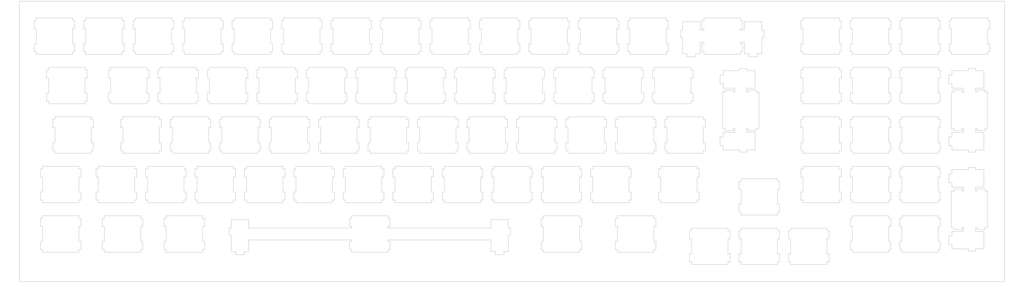
<source format=kicad_pcb>
(kicad_pcb (version 20171130) (host pcbnew 5.1.2-f72e74a~84~ubuntu19.04.1)
  (layers (0 F.Cu signal) (31 B.Cu signal) (34 B.Paste user) (35 F.Paste user) (36 B.SilkS user) (37 F.SilkS user) (38 B.Mask user) (39 F.Mask user) (44 Edge.Cuts user))
  (net 0 "")
  (module MountingHole:MountingHole_2.2mm_M2 (layer F.Cu) (at 212.1154 194.1322)
    (fp_text reference M2_1 hide)
    (fp_text value MountingHole_2.2mm_M2)
    (pad 1 np_thru_hole circle (at 0 0) (size 2.2 2.2) (drill 2.2) (layers *.Cu *.Mask))
  )
  (module MountingHole:MountingHole_2.2mm_M2 (layer F.Cu) (at 399.8468 142.1384)
    (fp_text reference M2_1 hide)
    (fp_text value MountingHole_2.2mm_M2)
    (pad 1 np_thru_hole circle (at 0 0) (size 2.2 2.2) (drill 2.2) (layers *.Cu *.Mask))
  )
  (module MountingHole:MountingHole_2.2mm_M2 (layer F.Cu) (at 118.5624 194.1322)
    (fp_text reference M2_1 hide)
    (fp_text value MountingHole_2.2mm_M2)
    (pad 1 np_thru_hole circle (at 0 0) (size 2.2 2.2) (drill 2.2) (layers *.Cu *.Mask))
  )
  (module MountingHole:MountingHole_2.2mm_M2 (layer F.Cu) (at 305.9938 194.1322)
    (fp_text reference M2_1 hide)
    (fp_text value MountingHole_2.2mm_M2)
    (pad 1 np_thru_hole circle (at 0 0) (size 2.2 2.2) (drill 2.2) (layers *.Cu *.Mask))
  )
  (module MountingHole:MountingHole_2.2mm_M2 (layer F.Cu) (at 212.1154 90.1192)
    (fp_text reference M2_1 hide)
    (fp_text value MountingHole_2.2mm_M2)
    (pad 1 np_thru_hole circle (at 0 0) (size 2.2 2.2) (drill 2.2) (layers *.Cu *.Mask))
  )
  (module MountingHole:MountingHole_2.2mm_M2 (layer F.Cu) (at 305.9938 90.1192)
    (fp_text reference M2_1 hide)
    (fp_text value MountingHole_2.2mm_M2)
    (pad 1 np_thru_hole circle (at 0 0) (size 2.2 2.2) (drill 2.2) (layers *.Cu *.Mask))
  )
  (module MountingHole:MountingHole_2.2mm_M2 (layer F.Cu) (at 118.2624 90.1192)
    (fp_text reference M2_1 hide)
    (fp_text value MountingHole_2.2mm_M2)
    (pad 1 np_thru_hole circle (at 0 0) (size 2.2 2.2) (drill 2.2) (layers *.Cu *.Mask))
  )
  (module MountingHole:MountingHole_2.2mm_M2 (layer F.Cu) (at 399.8468 90.1192)
    (fp_text reference M2_1 hide)
    (fp_text value MountingHole_2.2mm_M2)
    (pad 1 np_thru_hole circle (at 0 0) (size 2.2 2.2) (drill 2.2) (layers *.Cu *.Mask))
  )
  (module MountingHole:MountingHole_2.2mm_M2 (layer F.Cu) (at 399.8468 194.1322)
    (fp_text reference M2_1 hide)
    (fp_text value MountingHole_2.2mm_M2)
    (pad 1 np_thru_hole circle (at 0 0) (size 2.2 2.2) (drill 2.2) (layers *.Cu *.Mask))
  )
  (module MountingHole:MountingHole_2.2mm_M2 (layer F.Cu) (at 24.384 194.1322)
    (fp_text reference M2_1 hide)
    (fp_text value MountingHole_2.2mm_M2)
    (pad 1 np_thru_hole circle (at 0 0) (size 2.2 2.2) (drill 2.2) (layers *.Cu *.Mask))
  )
  (module MountingHole:MountingHole_2.2mm_M2 (layer F.Cu) (at 24.384 142.1384)
    (fp_text reference M2_1 hide)
    (fp_text value MountingHole_2.2mm_M2)
    (pad 1 np_thru_hole circle (at 0 0) (size 2.2 2.2) (drill 2.2) (layers *.Cu *.Mask))
  )
  (module MountingHole:MountingHole_2.2mm_M2 (layer F.Cu) (at 24.384 90.1192)
    (fp_text reference M2_1 hide)
    (fp_text value MountingHole_2.2mm_M2)
    (pad 1 np_thru_hole circle (at 0 0) (size 2.2 2.2) (drill 2.2) (layers *.Cu *.Mask))
  )
  (gr_line (start 161.9636 151.7089) (end 147.9636 151.7089) (layer Edge.Cuts) (width 0.2))
  (gr_line (start 156.6876 136.7586) (end 157.4886 136.7586) (layer Edge.Cuts) (width 0.2))
  (gr_line (start 156.6876 133.6594) (end 156.6876 136.7586) (layer Edge.Cuts) (width 0.2))
  (gr_line (start 293.448599 140.3841) (end 292.2496 140.3841) (layer Edge.Cuts) (width 0.2))
  (gr_line (start 293.448599 138.6586) (end 293.448599 140.3841) (layer Edge.Cuts) (width 0.2))
  (gr_line (start 283.4066 151.7089) (end 269.4076 151.7089) (layer Edge.Cuts) (width 0.2))
  (gr_line (start 283.4066 152.7094) (end 283.4066 151.7089) (layer Edge.Cuts) (width 0.2))
  (gr_line (start 319.4136 189.52083) (end 333.4136 189.52083) (layer Edge.Cuts) (width 0.2))
  (gr_line (start 308.3506 96.0293) (end 301.6016 96.0293) (layer Edge.Cuts) (width 0.2))
  (gr_line (start 308.3506 99.2594) (end 308.3506 96.0293) (layer Edge.Cuts) (width 0.2))
  (gr_line (start 142.9136 155.8086) (end 143.7136 155.8086) (layer Edge.Cuts) (width 0.2))
  (gr_line (start 69.0944 180.6587) (end 69.0944 174.8585) (layer Edge.Cuts) (width 0.2))
  (gr_line (start 167.0136 152.7094) (end 166.2126 152.7094) (layer Edge.Cuts) (width 0.2))
  (gr_line (start 50.0445 132.6589) (end 36.04501 132.6589) (layer Edge.Cuts) (width 0.2))
  (gr_line (start 50.0445 133.6594) (end 50.0445 132.6589) (layer Edge.Cuts) (width 0.2))
  (gr_line (start 361.4766 107.5592) (end 362.2766 107.5592) (layer Edge.Cuts) (width 0.2))
  (gr_line (start 361.4766 104.4586) (end 361.4766 107.5592) (layer Edge.Cuts) (width 0.2))
  (gr_line (start 286.0766 99.2594) (end 284.5506 99.2594) (layer Edge.Cuts) (width 0.2))
  (gr_line (start 286.0766 98.6586) (end 286.0766 99.2594) (layer Edge.Cuts) (width 0.2))
  (gr_line (start 247.6886 132.6589) (end 233.6886 132.6589) (layer Edge.Cuts) (width 0.2))
  (gr_line (start 247.6886 133.6594) (end 247.6886 132.6589) (layer Edge.Cuts) (width 0.2))
  (gr_line (start 338.9766 133.6594) (end 338.1756 133.6594) (layer Edge.Cuts) (width 0.2))
  (gr_line (start 338.9766 136.7586) (end 338.9766 133.6594) (layer Edge.Cuts) (width 0.2))
  (gr_line (start 318.6126 188.52036) (end 319.4136 188.52036) (layer Edge.Cuts) (width 0.2))
  (gr_line (start 338.9766 152.7094) (end 338.1756 152.7094) (layer Edge.Cuts) (width 0.2))
  (gr_line (start 338.9766 155.8086) (end 338.9766 152.7094) (layer Edge.Cuts) (width 0.2))
  (gr_line (start 105.1013 108.5582) (end 119.1006 108.5582) (layer Edge.Cuts) (width 0.2))
  (gr_line (start 105.1013 107.5592) (end 105.1013 108.5582) (layer Edge.Cuts) (width 0.2))
  (gr_line (start 90.013 164.7092) (end 90.8138 164.7092) (layer Edge.Cuts) (width 0.2))
  (gr_line (start 300.3636 185.42117) (end 299.5626 185.42117) (layer Edge.Cuts) (width 0.2))
  (gr_line (start 319.4136 185.42117) (end 318.6126 185.42117) (layer Edge.Cuts) (width 0.2))
  (gr_line (start 78.9076 183.75923) (end 78.9076 184.75834) (layer Edge.Cuts) (width 0.2))
  (gr_line (start 45.282 170.7588) (end 31.28251 170.7588) (layer Edge.Cuts) (width 0.2))
  (gr_line (start 393.8586 138.6586) (end 390.6266 138.6586) (layer Edge.Cuts) (width 0.2))
  (gr_line (start 393.8586 145.4083) (end 393.8586 138.6586) (layer Edge.Cuts) (width 0.2))
  (gr_line (start 299.7186 114.8588) (end 293.448599 114.8588) (layer Edge.Cuts) (width 0.2))
  (gr_line (start 299.7186 114.0333) (end 299.7186 114.8588) (layer Edge.Cuts) (width 0.2))
  (gr_line (start 113.8269 126.6092) (end 114.6263 126.6092) (layer Edge.Cuts) (width 0.2))
  (gr_line (start 113.8269 123.5086) (end 113.8269 126.6092) (layer Edge.Cuts) (width 0.2))
  (gr_line (start 147.9636 165.7083) (end 161.9636 165.7083) (layer Edge.Cuts) (width 0.2))
  (gr_line (start 86.5639 152.7094) (end 85.7631 152.7094) (layer Edge.Cuts) (width 0.2))
  (gr_line (start 143.7136 164.7092) (end 143.7136 161.6087) (layer Edge.Cuts) (width 0.2))
  (gr_line (start 242.4126 164.7092) (end 243.2136 164.7092) (layer Edge.Cuts) (width 0.2))
  (gr_line (start 180.5016 98.6586) (end 181.3016 98.6586) (layer Edge.Cuts) (width 0.2))
  (gr_line (start 180.5016 95.5594) (end 180.5016 98.6586) (layer Edge.Cuts) (width 0.2))
  (gr_line (start 119.3888 133.6594) (end 118.588 133.6594) (layer Edge.Cuts) (width 0.2))
  (gr_line (start 119.3888 132.6589) (end 119.3888 133.6594) (layer Edge.Cuts) (width 0.2))
  (gr_line (start 293.448599 145.4083) (end 299.7186 145.4083) (layer Edge.Cuts) (width 0.2))
  (gr_line (start 293.448599 143.6847) (end 293.448599 145.4083) (layer Edge.Cuts) (width 0.2))
  (gr_line (start 99.538 145.6592) (end 100.3388 145.6592) (layer Edge.Cuts) (width 0.2))
  (gr_line (start 99.538 142.5586) (end 99.538 145.6592) (layer Edge.Cuts) (width 0.2))
  (gr_line (start 334.2136 179.621) (end 334.2136 176.5204) (layer Edge.Cuts) (width 0.2))
  (gr_line (start 314.3636 175.5213) (end 300.3636 175.5213) (layer Edge.Cuts) (width 0.2))
  (gr_line (start 333.4136 188.52036) (end 334.2136 188.52036) (layer Edge.Cuts) (width 0.2))
  (gr_line (start 302.5186 121.6082) (end 305.7486 121.6082) (layer Edge.Cuts) (width 0.2))
  (gr_line (start 302.5186 123.1339) (end 302.5186 121.6082) (layer Edge.Cuts) (width 0.2))
  (gr_line (start 138.1506 94.5589) (end 124.1499 94.5589) (layer Edge.Cuts) (width 0.2))
  (gr_line (start 138.1506 95.5594) (end 138.1506 94.5589) (layer Edge.Cuts) (width 0.2))
  (gr_line (start 377.0766 95.5594) (end 376.2756 95.5594) (layer Edge.Cuts) (width 0.2))
  (gr_line (start 377.0766 98.6586) (end 377.0766 95.5594) (layer Edge.Cuts) (width 0.2))
  (gr_line (start 28.10199 98.6586) (end 28.90125 98.6586) (layer Edge.Cuts) (width 0.2))
  (gr_line (start 28.10199 95.5594) (end 28.10199 98.6586) (layer Edge.Cuts) (width 0.2))
  (gr_line (start 380.5266 98.6586) (end 381.3276 98.6586) (layer Edge.Cuts) (width 0.2))
  (gr_line (start 380.5266 95.5594) (end 380.5266 98.6586) (layer Edge.Cuts) (width 0.2))
  (gr_line (start 381.3276 108.5582) (end 395.3256 108.5582) (layer Edge.Cuts) (width 0.2))
  (gr_line (start 381.3276 107.5592) (end 381.3276 108.5582) (layer Edge.Cuts) (width 0.2))
  (gr_line (start 301.6016 99.2594) (end 300.0756 99.2594) (layer Edge.Cuts) (width 0.2))
  (gr_line (start 301.6016 96.0293) (end 301.6016 99.2594) (layer Edge.Cuts) (width 0.2))
  (gr_line (start 42.9008 98.6586) (end 43.7014 98.6586) (layer Edge.Cuts) (width 0.2))
  (gr_line (start 42.9008 104.4586) (end 42.9008 98.6586) (layer Edge.Cuts) (width 0.2))
  (gr_line (start 66.2019 98.6586) (end 67.0013 98.6586) (layer Edge.Cuts) (width 0.2))
  (gr_line (start 66.2019 95.5594) (end 66.2019 98.6586) (layer Edge.Cuts) (width 0.2))
  (gr_line (start 69.8938 171.7593) (end 69.0944 171.7593) (layer Edge.Cuts) (width 0.2))
  (gr_line (start 333.4136 179.621) (end 334.2136 179.621) (layer Edge.Cuts) (width 0.2))
  (gr_line (start 103.1445 175.4593) (end 103.1445 178.2595) (layer Edge.Cuts) (width 0.2))
  (gr_line (start 319.4136 175.5213) (end 319.4136 176.5204) (layer Edge.Cuts) (width 0.2))
  (gr_line (start 343.2266 127.6082) (end 357.2256 127.6082) (layer Edge.Cuts) (width 0.2))
  (gr_line (start 343.2266 126.6092) (end 343.2266 127.6082) (layer Edge.Cuts) (width 0.2))
  (gr_line (start 54.2944 171.7593) (end 54.2944 174.8585) (layer Edge.Cuts) (width 0.2))
  (gr_line (start 204.3126 152.7094) (end 204.3126 155.8086) (layer Edge.Cuts) (width 0.2))
  (gr_line (start 46.0826 171.7593) (end 45.282 171.7593) (layer Edge.Cuts) (width 0.2))
  (gr_line (start 300.3636 156.4714) (end 300.3636 157.4704) (layer Edge.Cuts) (width 0.2))
  (gr_line (start 315.1636 188.52036) (end 315.1636 185.42117) (layer Edge.Cuts) (width 0.2))
  (gr_line (start 324.1766 165.7083) (end 338.1756 165.7083) (layer Edge.Cuts) (width 0.2))
  (gr_line (start 324.1766 164.7092) (end 324.1766 165.7083) (layer Edge.Cuts) (width 0.2))
  (gr_line (start 338.1756 107.5592) (end 338.9766 107.5592) (layer Edge.Cuts) (width 0.2))
  (gr_line (start 338.1756 108.5582) (end 338.1756 107.5592) (layer Edge.Cuts) (width 0.2))
  (gr_line (start 76.2381 136.7586) (end 77.0389 136.7586) (layer Edge.Cuts) (width 0.2))
  (gr_line (start 76.2381 142.5586) (end 76.2381 136.7586) (layer Edge.Cuts) (width 0.2))
  (gr_line (start 234.2016 104.4586) (end 233.4006 104.4586) (layer Edge.Cuts) (width 0.2))
  (gr_line (start 234.2016 107.5592) (end 234.2016 104.4586) (layer Edge.Cuts) (width 0.2))
  (gr_line (start 377.0766 171.7593) (end 376.2756 171.7593) (layer Edge.Cuts) (width 0.2))
  (gr_line (start 162.2516 95.5594) (end 161.4516 95.5594) (layer Edge.Cuts) (width 0.2))
  (gr_line (start 162.2516 94.5589) (end 162.2516 95.5594) (layer Edge.Cuts) (width 0.2))
  (gr_line (start 124.1499 104.4586) (end 123.3519 104.4586) (layer Edge.Cuts) (width 0.2))
  (gr_line (start 124.1499 98.6586) (end 124.1499 104.4586) (layer Edge.Cuts) (width 0.2))
  (gr_line (start 200.0636 164.7092) (end 200.8636 164.7092) (layer Edge.Cuts) (width 0.2))
  (gr_line (start 124.1499 108.5582) (end 138.1506 108.5582) (layer Edge.Cuts) (width 0.2))
  (gr_line (start 124.1499 107.5592) (end 124.1499 108.5582) (layer Edge.Cuts) (width 0.2))
  (gr_line (start 185.7756 126.6092) (end 186.5766 126.6092) (layer Edge.Cuts) (width 0.2))
  (gr_line (start 185.7756 127.6082) (end 185.7756 126.6092) (layer Edge.Cuts) (width 0.2))
  (gr_line (start 51.9131 161.6087) (end 51.9131 164.7092) (layer Edge.Cuts) (width 0.2))
  (gr_line (start 142.4006 98.6586) (end 143.1996 98.6586) (layer Edge.Cuts) (width 0.2))
  (gr_line (start 142.4006 95.5594) (end 142.4006 98.6586) (layer Edge.Cuts) (width 0.2))
  (gr_line (start 138.4386 133.6594) (end 137.6376 133.6594) (layer Edge.Cuts) (width 0.2))
  (gr_line (start 138.4386 132.6589) (end 138.4386 133.6594) (layer Edge.Cuts) (width 0.2))
  (gr_line (start 323.3766 126.6092) (end 324.1766 126.6092) (layer Edge.Cuts) (width 0.2))
  (gr_line (start 323.3766 123.5086) (end 323.3766 126.6092) (layer Edge.Cuts) (width 0.2))
  (gr_line (start 238.9636 152.7094) (end 238.1636 152.7094) (layer Edge.Cuts) (width 0.2))
  (gr_line (start 314.3636 188.52036) (end 315.1636 188.52036) (layer Edge.Cuts) (width 0.2))
  (gr_line (start 205.6266 114.6094) (end 204.8256 114.6094) (layer Edge.Cuts) (width 0.2))
  (gr_line (start 205.6266 117.7086) (end 205.6266 114.6094) (layer Edge.Cuts) (width 0.2))
  (gr_line (start 381.3276 137.1332) (end 382.3266 137.1332) (layer Edge.Cuts) (width 0.2))
  (gr_line (start 381.3276 123.1339) (end 381.3276 137.1332) (layer Edge.Cuts) (width 0.2))
  (gr_line (start 128.6256 113.6089) (end 114.6263 113.6089) (layer Edge.Cuts) (width 0.2))
  (gr_line (start 128.6256 114.6094) (end 128.6256 113.6089) (layer Edge.Cuts) (width 0.2))
  (gr_line (start 181.0136 152.7094) (end 181.0136 151.7089) (layer Edge.Cuts) (width 0.2))
  (gr_line (start 381.5566 159.7084) (end 386.0266 159.7084) (layer Edge.Cuts) (width 0.2))
  (gr_line (start 85.7631 161.6087) (end 85.7631 155.8086) (layer Edge.Cuts) (width 0.2))
  (gr_line (start 228.1266 117.7086) (end 228.9266 117.7086) (layer Edge.Cuts) (width 0.2))
  (gr_line (start 228.1266 114.6094) (end 228.1266 117.7086) (layer Edge.Cuts) (width 0.2))
  (gr_line (start 238.9636 171.7593) (end 238.1636 171.7593) (layer Edge.Cuts) (width 0.2))
  (gr_line (start 382.3266 160.4346) (end 382.3266 161.2338) (layer Edge.Cuts) (width 0.2))
  (gr_line (start 294.2196 123.1339) (end 293.2196 123.1339) (layer Edge.Cuts) (width 0.2))
  (gr_line (start 294.2196 122.3346) (end 294.2196 123.1339) (layer Edge.Cuts) (width 0.2))
  (gr_line (start 166.2126 152.7094) (end 166.2126 155.8086) (layer Edge.Cuts) (width 0.2))
  (gr_line (start 150.3436 184.75834) (end 164.3446 184.75834) (layer Edge.Cuts) (width 0.2))
  (gr_line (start 248.4886 133.6594) (end 247.6886 133.6594) (layer Edge.Cuts) (width 0.2))
  (gr_line (start 248.4886 136.7586) (end 248.4886 133.6594) (layer Edge.Cuts) (width 0.2))
  (gr_line (start 86.0513 95.5594) (end 85.2519 95.5594) (layer Edge.Cuts) (width 0.2))
  (gr_line (start 86.0513 94.5589) (end 86.0513 95.5594) (layer Edge.Cuts) (width 0.2))
  (gr_line (start 176.5386 133.6594) (end 175.7376 133.6594) (layer Edge.Cuts) (width 0.2))
  (gr_line (start 176.5386 132.6589) (end 176.5386 133.6594) (layer Edge.Cuts) (width 0.2))
  (gr_line (start 357.2256 164.7092) (end 358.0266 164.7092) (layer Edge.Cuts) (width 0.2))
  (gr_line (start 357.2256 165.7083) (end 357.2256 164.7092) (layer Edge.Cuts) (width 0.2))
  (gr_line (start 200.3516 104.4586) (end 199.5516 104.4586) (layer Edge.Cuts) (width 0.2))
  (gr_line (start 200.3516 98.6586) (end 200.3516 104.4586) (layer Edge.Cuts) (width 0.2))
  (gr_line (start 358.0266 161.6087) (end 357.2256 161.6087) (layer Edge.Cuts) (width 0.2))
  (gr_line (start 358.0266 164.7092) (end 358.0266 161.6087) (layer Edge.Cuts) (width 0.2))
  (gr_line (start 361.4766 145.6592) (end 362.2766 145.6592) (layer Edge.Cuts) (width 0.2))
  (gr_line (start 361.4766 142.5586) (end 361.4766 145.6592) (layer Edge.Cuts) (width 0.2))
  (gr_line (start 333.4136 189.52083) (end 333.4136 188.52036) (layer Edge.Cuts) (width 0.2))
  (gr_line (start 223.3626 155.8086) (end 224.1636 155.8086) (layer Edge.Cuts) (width 0.2))
  (gr_line (start 157.2006 98.6586) (end 158.0016 98.6586) (layer Edge.Cuts) (width 0.2))
  (gr_line (start 157.2006 104.4586) (end 157.2006 98.6586) (layer Edge.Cuts) (width 0.2))
  (gr_line (start 147.9636 152.7094) (end 147.1626 152.7094) (layer Edge.Cuts) (width 0.2))
  (gr_line (start 224.1636 180.6587) (end 223.3626 180.6587) (layer Edge.Cuts) (width 0.2))
  (gr_line (start 252.4506 94.5589) (end 238.4516 94.5589) (layer Edge.Cuts) (width 0.2))
  (gr_line (start 252.4506 95.5594) (end 252.4506 94.5589) (layer Edge.Cuts) (width 0.2))
  (gr_line (start 357.2256 132.6589) (end 343.2266 132.6589) (layer Edge.Cuts) (width 0.2))
  (gr_line (start 357.2256 133.6594) (end 357.2256 132.6589) (layer Edge.Cuts) (width 0.2))
  (gr_line (start 292.2496 119.8845) (end 293.448599 119.8845) (layer Edge.Cuts) (width 0.2))
  (gr_line (start 292.2496 116.5839) (end 292.2496 119.8845) (layer Edge.Cuts) (width 0.2))
  (gr_line (start 85.7631 152.7094) (end 85.7631 151.7089) (layer Edge.Cuts) (width 0.2))
  (gr_line (start 61.9506 98.6586) (end 62.7514 98.6586) (layer Edge.Cuts) (width 0.2))
  (gr_line (start 61.9506 104.4586) (end 61.9506 98.6586) (layer Edge.Cuts) (width 0.2))
  (gr_line (start 301.6016 108.3296) (end 303.3266 108.3296) (layer Edge.Cuts) (width 0.2))
  (gr_line (start 301.6016 103.8592) (end 301.6016 108.3296) (layer Edge.Cuts) (width 0.2))
  (gr_line (start 266.2266 126.6092) (end 267.0266 126.6092) (layer Edge.Cuts) (width 0.2))
  (gr_line (start 266.2266 123.5086) (end 266.2266 126.6092) (layer Edge.Cuts) (width 0.2))
  (gr_line (start 358.0266 142.5586) (end 357.2256 142.5586) (layer Edge.Cuts) (width 0.2))
  (gr_line (start 358.0266 145.6592) (end 358.0266 142.5586) (layer Edge.Cuts) (width 0.2))
  (gr_line (start 181.0136 161.6087) (end 181.0136 155.8086) (layer Edge.Cuts) (width 0.2))
  (gr_line (start 195.3006 98.6586) (end 196.1016 98.6586) (layer Edge.Cuts) (width 0.2))
  (gr_line (start 195.3006 104.4586) (end 195.3006 98.6586) (layer Edge.Cuts) (width 0.2))
  (gr_line (start 85.7631 165.7083) (end 85.7631 164.7092) (layer Edge.Cuts) (width 0.2))
  (gr_line (start 343.2266 183.75923) (end 343.2266 184.75834) (layer Edge.Cuts) (width 0.2))
  (gr_line (start 229.4386 133.6594) (end 228.6386 133.6594) (layer Edge.Cuts) (width 0.2))
  (gr_line (start 229.4386 136.7586) (end 229.4386 133.6594) (layer Edge.Cuts) (width 0.2))
  (gr_line (start 194.7876 145.6592) (end 195.5886 145.6592) (layer Edge.Cuts) (width 0.2))
  (gr_line (start 194.7876 142.5586) (end 194.7876 145.6592) (layer Edge.Cuts) (width 0.2))
  (gr_line (start 262.7766 114.6094) (end 261.9756 114.6094) (layer Edge.Cuts) (width 0.2))
  (gr_line (start 262.7766 117.7086) (end 262.7766 114.6094) (layer Edge.Cuts) (width 0.2))
  (gr_line (start 200.0636 152.7094) (end 200.0636 151.7089) (layer Edge.Cuts) (width 0.2))
  (gr_line (start 395.3256 175.2333) (end 395.3256 161.2338) (layer Edge.Cuts) (width 0.2))
  (gr_line (start 258.0136 161.6087) (end 257.2136 161.6087) (layer Edge.Cuts) (width 0.2))
  (gr_line (start 257.5016 108.5582) (end 271.5006 108.5582) (layer Edge.Cuts) (width 0.2))
  (gr_line (start 257.5016 107.5592) (end 257.5016 108.5582) (layer Edge.Cuts) (width 0.2))
  (gr_line (start 238.9636 161.6087) (end 238.1636 161.6087) (layer Edge.Cuts) (width 0.2))
  (gr_line (start 334.2136 176.5204) (end 333.4136 176.5204) (layer Edge.Cuts) (width 0.2))
  (gr_line (start 143.7136 155.8086) (end 143.7136 152.7094) (layer Edge.Cuts) (width 0.2))
  (gr_line (start 176.5386 142.5586) (end 175.7376 142.5586) (layer Edge.Cuts) (width 0.2))
  (gr_line (start 176.5386 136.7586) (end 176.5386 142.5586) (layer Edge.Cuts) (width 0.2))
  (gr_line (start 56.677 117.7086) (end 57.4763 117.7086) (layer Edge.Cuts) (width 0.2))
  (gr_line (start 56.677 114.6094) (end 56.677 117.7086) (layer Edge.Cuts) (width 0.2))
  (gr_line (start 211.5436 178.2595) (end 211.5436 175.4593) (layer Edge.Cuts) (width 0.2))
  (gr_line (start 31.28251 152.7094) (end 30.48188 152.7094) (layer Edge.Cuts) (width 0.2))
  (gr_line (start 338.1756 117.7086) (end 338.9766 117.7086) (layer Edge.Cuts) (width 0.2))
  (gr_line (start 338.1756 123.5086) (end 338.1756 117.7086) (layer Edge.Cuts) (width 0.2))
  (gr_line (start 142.4006 107.5592) (end 143.1996 107.5592) (layer Edge.Cuts) (width 0.2))
  (gr_line (start 142.4006 104.4586) (end 142.4006 107.5592) (layer Edge.Cuts) (width 0.2))
  (gr_line (start 267.0266 127.6082) (end 281.0256 127.6082) (layer Edge.Cuts) (width 0.2))
  (gr_line (start 267.0266 126.6092) (end 267.0266 127.6082) (layer Edge.Cuts) (width 0.2))
  (gr_line (start 33.66376 127.6082) (end 47.6633 127.6082) (layer Edge.Cuts) (width 0.2))
  (gr_line (start 33.66376 126.6092) (end 33.66376 127.6082) (layer Edge.Cuts) (width 0.2))
  (gr_line (start 177.0516 95.5594) (end 176.2506 95.5594) (layer Edge.Cuts) (width 0.2))
  (gr_line (start 177.0516 98.6586) (end 177.0516 95.5594) (layer Edge.Cuts) (width 0.2))
  (gr_line (start 128.6256 117.7086) (end 129.4266 117.7086) (layer Edge.Cuts) (width 0.2))
  (gr_line (start 128.6256 123.5086) (end 128.6256 117.7086) (layer Edge.Cuts) (width 0.2))
  (gr_line (start 362.2766 133.6594) (end 361.4766 133.6594) (layer Edge.Cuts) (width 0.2))
  (gr_line (start 362.2766 132.6589) (end 362.2766 133.6594) (layer Edge.Cuts) (width 0.2))
  (gr_line (start 195.3006 107.5592) (end 196.1016 107.5592) (layer Edge.Cuts) (width 0.2))
  (gr_line (start 195.3006 108.5582) (end 195.3006 107.5592) (layer Edge.Cuts) (width 0.2))
  (gr_line (start 31.28251 165.7083) (end 45.282 165.7083) (layer Edge.Cuts) (width 0.2))
  (gr_line (start 228.6386 136.7586) (end 229.4386 136.7586) (layer Edge.Cuts) (width 0.2))
  (gr_line (start 228.6386 142.5586) (end 228.6386 136.7586) (layer Edge.Cuts) (width 0.2))
  (gr_line (start 210.7196 178.2595) (end 211.5436 178.2595) (layer Edge.Cuts) (width 0.2))
  (gr_line (start 132.8766 126.6092) (end 133.6766 126.6092) (layer Edge.Cuts) (width 0.2))
  (gr_line (start 132.8766 123.5086) (end 132.8766 126.6092) (layer Edge.Cuts) (width 0.2))
  (gr_line (start 147.6756 117.7086) (end 148.4766 117.7086) (layer Edge.Cuts) (width 0.2))
  (gr_line (start 147.6756 123.5086) (end 147.6756 117.7086) (layer Edge.Cuts) (width 0.2))
  (gr_line (start 81.2888 146.6582) (end 95.2881 146.6582) (layer Edge.Cuts) (width 0.2))
  (gr_line (start 81.2888 145.6592) (end 81.2888 146.6582) (layer Edge.Cuts) (width 0.2))
  (gr_line (start 90.013 152.7094) (end 90.013 155.8086) (layer Edge.Cuts) (width 0.2))
  (gr_line (start 281.3136 175.5213) (end 281.3136 176.5204) (layer Edge.Cuts) (width 0.2))
  (gr_line (start 95.2881 145.6592) (end 96.0889 145.6592) (layer Edge.Cuts) (width 0.2))
  (gr_line (start 95.2881 146.6582) (end 95.2881 145.6592) (layer Edge.Cuts) (width 0.2))
  (gr_line (start 357.2256 151.7089) (end 343.2266 151.7089) (layer Edge.Cuts) (width 0.2))
  (gr_line (start 357.2256 152.7094) (end 357.2256 151.7089) (layer Edge.Cuts) (width 0.2))
  (gr_line (start 143.1996 108.5582) (end 157.2006 108.5582) (layer Edge.Cuts) (width 0.2))
  (gr_line (start 143.1996 107.5592) (end 143.1996 108.5582) (layer Edge.Cuts) (width 0.2))
  (gr_line (start 129.4266 123.5086) (end 128.6256 123.5086) (layer Edge.Cuts) (width 0.2))
  (gr_line (start 129.4266 126.6092) (end 129.4266 123.5086) (layer Edge.Cuts) (width 0.2))
  (gr_line (start 108.9942 184.52956) (end 110.7197 184.52956) (layer Edge.Cuts) (width 0.2))
  (gr_line (start 181.3016 104.4586) (end 180.5016 104.4586) (layer Edge.Cuts) (width 0.2))
  (gr_line (start 181.3016 98.6586) (end 181.3016 104.4586) (layer Edge.Cuts) (width 0.2))
  (gr_line (start 50.0445 136.7586) (end 50.8438 136.7586) (layer Edge.Cuts) (width 0.2))
  (gr_line (start 50.0445 142.5586) (end 50.0445 136.7586) (layer Edge.Cuts) (width 0.2))
  (gr_line (start 342.4266 126.6092) (end 343.2266 126.6092) (layer Edge.Cuts) (width 0.2))
  (gr_line (start 342.4266 123.5086) (end 342.4266 126.6092) (layer Edge.Cuts) (width 0.2))
  (gr_line (start 90.8138 152.7094) (end 90.013 152.7094) (layer Edge.Cuts) (width 0.2))
  (gr_line (start 247.9766 114.6094) (end 247.1766 114.6094) (layer Edge.Cuts) (width 0.2))
  (gr_line (start 247.9766 113.6089) (end 247.9766 114.6094) (layer Edge.Cuts) (width 0.2))
  (gr_line (start 157.2006 94.5589) (end 143.1996 94.5589) (layer Edge.Cuts) (width 0.2))
  (gr_line (start 157.2006 95.5594) (end 157.2006 94.5589) (layer Edge.Cuts) (width 0.2))
  (gr_line (start 361.4766 164.7092) (end 362.2766 164.7092) (layer Edge.Cuts) (width 0.2))
  (gr_line (start 361.4766 161.6087) (end 361.4766 164.7092) (layer Edge.Cuts) (width 0.2))
  (gr_line (start 56.677 126.6092) (end 57.4763 126.6092) (layer Edge.Cuts) (width 0.2))
  (gr_line (start 56.677 123.5086) (end 56.677 126.6092) (layer Edge.Cuts) (width 0.2))
  (gr_line (start 343.2266 180.6587) (end 342.4266 180.6587) (layer Edge.Cuts) (width 0.2))
  (gr_line (start 78.1068 180.6587) (end 78.1068 183.75923) (layer Edge.Cuts) (width 0.2))
  (gr_line (start 66.7131 151.7089) (end 52.7138 151.7089) (layer Edge.Cuts) (width 0.2))
  (gr_line (start 124.6639 161.6087) (end 123.8631 161.6087) (layer Edge.Cuts) (width 0.2))
  (gr_line (start 200.0636 151.7089) (end 186.0636 151.7089) (layer Edge.Cuts) (width 0.2))
  (gr_line (start 314.3636 166.3712) (end 314.3636 160.571) (layer Edge.Cuts) (width 0.2))
  (gr_line (start 281.0256 117.7086) (end 281.8266 117.7086) (layer Edge.Cuts) (width 0.2))
  (gr_line (start 281.0256 123.5086) (end 281.0256 117.7086) (layer Edge.Cuts) (width 0.2))
  (gr_line (start 214.3506 107.5592) (end 215.1516 107.5592) (layer Edge.Cuts) (width 0.2))
  (gr_line (start 214.3506 108.5582) (end 214.3506 107.5592) (layer Edge.Cuts) (width 0.2))
  (gr_line (start 55.095 170.7588) (end 55.095 171.7593) (layer Edge.Cuts) (width 0.2))
  (gr_line (start 147.1626 155.8086) (end 147.9636 155.8086) (layer Edge.Cuts) (width 0.2))
  (gr_line (start 166.7256 117.7086) (end 167.5266 117.7086) (layer Edge.Cuts) (width 0.2))
  (gr_line (start 166.7256 123.5086) (end 166.7256 117.7086) (layer Edge.Cuts) (width 0.2))
  (gr_line (start 223.8756 113.6089) (end 209.8766 113.6089) (layer Edge.Cuts) (width 0.2))
  (gr_line (start 223.8756 114.6094) (end 223.8756 113.6089) (layer Edge.Cuts) (width 0.2))
  (gr_line (start 195.5886 146.6582) (end 209.5886 146.6582) (layer Edge.Cuts) (width 0.2))
  (gr_line (start 195.5886 145.6592) (end 195.5886 146.6582) (layer Edge.Cuts) (width 0.2))
  (gr_line (start 293.2196 137.1332) (end 294.2196 137.1332) (layer Edge.Cuts) (width 0.2))
  (gr_line (start 293.2196 123.1339) (end 293.2196 137.1332) (layer Edge.Cuts) (width 0.2))
  (gr_line (start 133.6766 123.5086) (end 132.8766 123.5086) (layer Edge.Cuts) (width 0.2))
  (gr_line (start 133.6766 117.7086) (end 133.6766 123.5086) (layer Edge.Cuts) (width 0.2))
  (gr_line (start 338.9766 114.6094) (end 338.1756 114.6094) (layer Edge.Cuts) (width 0.2))
  (gr_line (start 338.9766 117.7086) (end 338.9766 114.6094) (layer Edge.Cuts) (width 0.2))
  (gr_line (start 338.1756 98.6586) (end 338.9766 98.6586) (layer Edge.Cuts) (width 0.2))
  (gr_line (start 338.1756 104.4586) (end 338.1756 98.6586) (layer Edge.Cuts) (width 0.2))
  (gr_line (start 338.9766 95.5594) (end 338.1756 95.5594) (layer Edge.Cuts) (width 0.2))
  (gr_line (start 338.9766 98.6586) (end 338.9766 95.5594) (layer Edge.Cuts) (width 0.2))
  (gr_line (start 261.9756 117.7086) (end 262.7766 117.7086) (layer Edge.Cuts) (width 0.2))
  (gr_line (start 261.9756 123.5086) (end 261.9756 117.7086) (layer Edge.Cuts) (width 0.2))
  (gr_line (start 357.2256 145.6592) (end 358.0266 145.6592) (layer Edge.Cuts) (width 0.2))
  (gr_line (start 357.2256 146.6582) (end 357.2256 145.6592) (layer Edge.Cuts) (width 0.2))
  (gr_line (start 209.5886 145.6592) (end 210.3886 145.6592) (layer Edge.Cuts) (width 0.2))
  (gr_line (start 209.5886 146.6582) (end 209.5886 145.6592) (layer Edge.Cuts) (width 0.2))
  (gr_line (start 77.0389 133.6594) (end 76.2381 133.6594) (layer Edge.Cuts) (width 0.2))
  (gr_line (start 77.0389 136.7586) (end 77.0389 133.6594) (layer Edge.Cuts) (width 0.2))
  (gr_line (start 338.1756 164.7092) (end 338.9766 164.7092) (layer Edge.Cuts) (width 0.2))
  (gr_line (start 338.1756 165.7083) (end 338.1756 164.7092) (layer Edge.Cuts) (width 0.2))
  (gr_line (start 242.4126 152.7094) (end 242.4126 155.8086) (layer Edge.Cuts) (width 0.2))
  (gr_line (start 52.7138 165.7083) (end 66.7131 165.7083) (layer Edge.Cuts) (width 0.2))
  (gr_line (start 71.7638 161.6087) (end 70.963 161.6087) (layer Edge.Cuts) (width 0.2))
  (gr_line (start 123.8631 164.7092) (end 124.6639 164.7092) (layer Edge.Cuts) (width 0.2))
  (gr_line (start 55.095 183.75923) (end 55.095 184.75834) (layer Edge.Cuts) (width 0.2))
  (gr_line (start 78.9076 180.6587) (end 78.1068 180.6587) (layer Edge.Cuts) (width 0.2))
  (gr_line (start 238.9636 164.7092) (end 238.9636 161.6087) (layer Edge.Cuts) (width 0.2))
  (gr_line (start 315.1636 179.621) (end 315.1636 176.5204) (layer Edge.Cuts) (width 0.2))
  (gr_line (start 338.9766 161.6087) (end 338.1756 161.6087) (layer Edge.Cuts) (width 0.2))
  (gr_line (start 338.9766 164.7092) (end 338.9766 161.6087) (layer Edge.Cuts) (width 0.2))
  (gr_line (start 305.7486 114.8588) (end 302.5186 114.8588) (layer Edge.Cuts) (width 0.2))
  (gr_line (start 305.7486 121.6082) (end 305.7486 114.8588) (layer Edge.Cuts) (width 0.2))
  (gr_line (start 296.1136 188.52036) (end 296.1136 185.42117) (layer Edge.Cuts) (width 0.2))
  (gr_line (start 271.5006 94.5589) (end 257.5016 94.5589) (layer Edge.Cuts) (width 0.2))
  (gr_line (start 271.5006 95.5594) (end 271.5006 94.5589) (layer Edge.Cuts) (width 0.2))
  (gr_line (start 93.7077 180.6587) (end 92.906899 180.6587) (layer Edge.Cuts) (width 0.2))
  (gr_line (start 333.4136 175.5213) (end 319.4136 175.5213) (layer Edge.Cuts) (width 0.2))
  (gr_line (start 357.2256 171.7593) (end 357.2256 170.7588) (layer Edge.Cuts) (width 0.2))
  (gr_line (start 128.1126 155.8086) (end 128.9136 155.8086) (layer Edge.Cuts) (width 0.2))
  (gr_line (start 252.4506 98.6586) (end 253.2516 98.6586) (layer Edge.Cuts) (width 0.2))
  (gr_line (start 252.4506 104.4586) (end 252.4506 98.6586) (layer Edge.Cuts) (width 0.2))
  (gr_line (start 224.6766 114.6094) (end 223.8756 114.6094) (layer Edge.Cuts) (width 0.2))
  (gr_line (start 224.6766 117.7086) (end 224.6766 114.6094) (layer Edge.Cuts) (width 0.2))
  (gr_line (start 46.0826 180.6587) (end 45.282 180.6587) (layer Edge.Cuts) (width 0.2))
  (gr_line (start 186.0636 161.6087) (end 185.2626 161.6087) (layer Edge.Cuts) (width 0.2))
  (gr_line (start 272.3016 95.5594) (end 271.5006 95.5594) (layer Edge.Cuts) (width 0.2))
  (gr_line (start 272.3016 98.6586) (end 272.3016 95.5594) (layer Edge.Cuts) (width 0.2))
  (gr_line (start 318.6126 179.621) (end 319.4136 179.621) (layer Edge.Cuts) (width 0.2))
  (gr_line (start 203.9706 180.0592) (end 203.9706 184.52956) (layer Edge.Cuts) (width 0.2))
  (gr_line (start 31.28251 174.8585) (end 31.28251 180.6587) (layer Edge.Cuts) (width 0.2))
  (gr_line (start 242.4126 155.8086) (end 243.2136 155.8086) (layer Edge.Cuts) (width 0.2))
  (gr_line (start 300.3636 170.4708) (end 314.3636 170.4708) (layer Edge.Cuts) (width 0.2))
  (gr_line (start 147.1626 161.6087) (end 147.1626 164.7092) (layer Edge.Cuts) (width 0.2))
  (gr_line (start 200.8636 152.7094) (end 200.0636 152.7094) (layer Edge.Cuts) (width 0.2))
  (gr_line (start 66.7131 161.6087) (end 66.7131 155.8086) (layer Edge.Cuts) (width 0.2))
  (gr_line (start 28.90125 95.5594) (end 28.10199 95.5594) (layer Edge.Cuts) (width 0.2))
  (gr_line (start 28.90125 94.5589) (end 28.90125 95.5594) (layer Edge.Cuts) (width 0.2))
  (gr_line (start 376.2756 107.5592) (end 377.0766 107.5592) (layer Edge.Cuts) (width 0.2))
  (gr_line (start 376.2756 108.5582) (end 376.2756 107.5592) (layer Edge.Cuts) (width 0.2))
  (gr_line (start 276.9756 102.0594) (end 277.8016 102.0594) (layer Edge.Cuts) (width 0.2))
  (gr_line (start 276.9756 99.2594) (end 276.9756 102.0594) (layer Edge.Cuts) (width 0.2))
  (gr_line (start 395.3256 98.6586) (end 396.1266 98.6586) (layer Edge.Cuts) (width 0.2))
  (gr_line (start 395.3256 104.4586) (end 395.3256 98.6586) (layer Edge.Cuts) (width 0.2))
  (gr_line (start 396.1266 104.4586) (end 395.3256 104.4586) (layer Edge.Cuts) (width 0.2))
  (gr_line (start 396.1266 107.5592) (end 396.1266 104.4586) (layer Edge.Cuts) (width 0.2))
  (gr_line (start 45.282 165.7083) (end 45.282 164.7092) (layer Edge.Cuts) (width 0.2))
  (gr_line (start 395.3256 94.5589) (end 381.3276 94.5589) (layer Edge.Cuts) (width 0.2))
  (gr_line (start 395.3256 95.5594) (end 395.3256 94.5589) (layer Edge.Cuts) (width 0.2))
  (gr_line (start 67.0013 95.5594) (end 66.2019 95.5594) (layer Edge.Cuts) (width 0.2))
  (gr_line (start 67.0013 94.5589) (end 67.0013 95.5594) (layer Edge.Cuts) (width 0.2))
  (gr_line (start 395.3256 107.5592) (end 396.1266 107.5592) (layer Edge.Cuts) (width 0.2))
  (gr_line (start 395.3256 108.5582) (end 395.3256 107.5592) (layer Edge.Cuts) (width 0.2))
  (gr_line (start 377.0766 104.4586) (end 376.2756 104.4586) (layer Edge.Cuts) (width 0.2))
  (gr_line (start 377.0766 107.5592) (end 377.0766 104.4586) (layer Edge.Cuts) (width 0.2))
  (gr_line (start 210.7196 175.4593) (end 210.7196 172.2292) (layer Edge.Cuts) (width 0.2))
  (gr_line (start 209.8766 123.5086) (end 209.0766 123.5086) (layer Edge.Cuts) (width 0.2))
  (gr_line (start 209.8766 117.7086) (end 209.8766 123.5086) (layer Edge.Cuts) (width 0.2))
  (gr_line (start 394.3276 175.2333) (end 395.3256 175.2333) (layer Edge.Cuts) (width 0.2))
  (gr_line (start 124.1499 95.5594) (end 123.3519 95.5594) (layer Edge.Cuts) (width 0.2))
  (gr_line (start 124.1499 94.5589) (end 124.1499 95.5594) (layer Edge.Cuts) (width 0.2))
  (gr_line (start 137.6376 145.6592) (end 138.4386 145.6592) (layer Edge.Cuts) (width 0.2))
  (gr_line (start 137.6376 142.5586) (end 137.6376 145.6592) (layer Edge.Cuts) (width 0.2))
  (gr_line (start 238.9636 183.75923) (end 238.9636 180.6587) (layer Edge.Cuts) (width 0.2))
  (gr_line (start 296.1136 185.42117) (end 295.3136 185.42117) (layer Edge.Cuts) (width 0.2))
  (gr_line (start 295.3136 185.42117) (end 295.3136 179.621) (layer Edge.Cuts) (width 0.2))
  (gr_line (start 281.3136 188.52036) (end 281.3136 189.52083) (layer Edge.Cuts) (width 0.2))
  (gr_line (start 315.1636 176.5204) (end 314.3636 176.5204) (layer Edge.Cuts) (width 0.2))
  (gr_line (start 69.0944 171.7593) (end 69.0944 170.7588) (layer Edge.Cuts) (width 0.2))
  (gr_line (start 299.5626 179.621) (end 300.3636 179.621) (layer Edge.Cuts) (width 0.2))
  (gr_line (start 78.9076 171.7593) (end 78.1068 171.7593) (layer Edge.Cuts) (width 0.2))
  (gr_line (start 314.3636 185.42117) (end 314.3636 179.621) (layer Edge.Cuts) (width 0.2))
  (gr_line (start 300.3636 189.52083) (end 314.3636 189.52083) (layer Edge.Cuts) (width 0.2))
  (gr_line (start 314.3636 179.621) (end 315.1636 179.621) (layer Edge.Cuts) (width 0.2))
  (gr_line (start 342.4266 183.75923) (end 343.2266 183.75923) (layer Edge.Cuts) (width 0.2))
  (gr_line (start 95.5763 123.5086) (end 94.7769 123.5086) (layer Edge.Cuts) (width 0.2))
  (gr_line (start 95.5763 117.7086) (end 95.5763 123.5086) (layer Edge.Cuts) (width 0.2))
  (gr_line (start 164.3446 183.75923) (end 165.1436 183.75923) (layer Edge.Cuts) (width 0.2))
  (gr_line (start 390.6266 176.7588) (end 390.6266 175.2333) (layer Edge.Cuts) (width 0.2))
  (gr_line (start 393.8586 152.9588) (end 390.6266 152.9588) (layer Edge.Cuts) (width 0.2))
  (gr_line (start 295.3136 176.5204) (end 295.3136 175.5213) (layer Edge.Cuts) (width 0.2))
  (gr_line (start 92.906899 180.6587) (end 92.906899 174.8585) (layer Edge.Cuts) (width 0.2))
  (gr_line (start 162.2516 108.5582) (end 176.2506 108.5582) (layer Edge.Cuts) (width 0.2))
  (gr_line (start 162.2516 107.5592) (end 162.2516 108.5582) (layer Edge.Cuts) (width 0.2))
  (gr_line (start 128.9136 151.7089) (end 128.9136 152.7094) (layer Edge.Cuts) (width 0.2))
  (gr_line (start 199.5516 107.5592) (end 200.3516 107.5592) (layer Edge.Cuts) (width 0.2))
  (gr_line (start 199.5516 104.4586) (end 199.5516 107.5592) (layer Edge.Cuts) (width 0.2))
  (gr_line (start 238.4516 95.5594) (end 237.6516 95.5594) (layer Edge.Cuts) (width 0.2))
  (gr_line (start 238.4516 94.5589) (end 238.4516 95.5594) (layer Edge.Cuts) (width 0.2))
  (gr_line (start 381.3276 95.5594) (end 380.5266 95.5594) (layer Edge.Cuts) (width 0.2))
  (gr_line (start 381.3276 94.5589) (end 381.3276 95.5594) (layer Edge.Cuts) (width 0.2))
  (gr_line (start 215.1516 95.5594) (end 214.3506 95.5594) (layer Edge.Cuts) (width 0.2))
  (gr_line (start 215.1516 98.6586) (end 215.1516 95.5594) (layer Edge.Cuts) (width 0.2))
  (gr_line (start 138.9496 95.5594) (end 138.1506 95.5594) (layer Edge.Cuts) (width 0.2))
  (gr_line (start 138.9496 98.6586) (end 138.9496 95.5594) (layer Edge.Cuts) (width 0.2))
  (gr_line (start 195.3006 94.5589) (end 181.3016 94.5589) (layer Edge.Cuts) (width 0.2))
  (gr_line (start 195.3006 95.5594) (end 195.3006 94.5589) (layer Edge.Cuts) (width 0.2))
  (gr_line (start 103.97 172.2292) (end 103.97 175.4593) (layer Edge.Cuts) (width 0.2))
  (gr_line (start 210.7196 172.2292) (end 203.9706 172.2292) (layer Edge.Cuts) (width 0.2))
  (gr_line (start 343.2266 95.5594) (end 342.4266 95.5594) (layer Edge.Cuts) (width 0.2))
  (gr_line (start 343.2266 94.5589) (end 343.2266 95.5594) (layer Edge.Cuts) (width 0.2))
  (gr_line (start 219.9136 161.6087) (end 219.1136 161.6087) (layer Edge.Cuts) (width 0.2))
  (gr_line (start 334.2136 188.52036) (end 334.2136 185.42117) (layer Edge.Cuts) (width 0.2))
  (gr_line (start 338.1756 155.8086) (end 338.9766 155.8086) (layer Edge.Cuts) (width 0.2))
  (gr_line (start 338.1756 161.6087) (end 338.1756 155.8086) (layer Edge.Cuts) (width 0.2))
  (gr_line (start 285.7886 136.7586) (end 286.5886 136.7586) (layer Edge.Cuts) (width 0.2))
  (gr_line (start 285.7886 142.5586) (end 285.7886 136.7586) (layer Edge.Cuts) (width 0.2))
  (gr_line (start 343.2266 104.4586) (end 342.4266 104.4586) (layer Edge.Cuts) (width 0.2))
  (gr_line (start 343.2266 98.6586) (end 343.2266 104.4586) (layer Edge.Cuts) (width 0.2))
  (gr_line (start 224.1636 184.75834) (end 238.1636 184.75834) (layer Edge.Cuts) (width 0.2))
  (gr_line (start 181.8136 164.7092) (end 181.8136 161.6087) (layer Edge.Cuts) (width 0.2))
  (gr_line (start 303.1196 123.1339) (end 302.5186 123.1339) (layer Edge.Cuts) (width 0.2))
  (gr_line (start 303.1196 122.3346) (end 303.1196 123.1339) (layer Edge.Cuts) (width 0.2))
  (gr_line (start 343.2266 114.6094) (end 342.4266 114.6094) (layer Edge.Cuts) (width 0.2))
  (gr_line (start 343.2266 113.6089) (end 343.2266 114.6094) (layer Edge.Cuts) (width 0.2))
  (gr_line (start 223.3626 164.7092) (end 224.1636 164.7092) (layer Edge.Cuts) (width 0.2))
  (gr_line (start 105.6936 184.52956) (end 105.6936 185.72848) (layer Edge.Cuts) (width 0.2))
  (gr_line (start 190.8266 123.5086) (end 190.0266 123.5086) (layer Edge.Cuts) (width 0.2))
  (gr_line (start 190.8266 117.7086) (end 190.8266 123.5086) (layer Edge.Cuts) (width 0.2))
  (gr_line (start 167.5266 114.6094) (end 166.7256 114.6094) (layer Edge.Cuts) (width 0.2))
  (gr_line (start 167.5266 117.7086) (end 167.5266 114.6094) (layer Edge.Cuts) (width 0.2))
  (gr_line (start 186.0636 155.8086) (end 186.0636 161.6087) (layer Edge.Cuts) (width 0.2))
  (gr_line (start 105.1013 104.4586) (end 104.3019 104.4586) (layer Edge.Cuts) (width 0.2))
  (gr_line (start 105.1013 98.6586) (end 105.1013 104.4586) (layer Edge.Cuts) (width 0.2))
  (gr_line (start 292.2496 143.6847) (end 293.448599 143.6847) (layer Edge.Cuts) (width 0.2))
  (gr_line (start 292.2496 140.3841) (end 292.2496 143.6847) (layer Edge.Cuts) (width 0.2))
  (gr_line (start 258.0136 152.7094) (end 257.2136 152.7094) (layer Edge.Cuts) (width 0.2))
  (gr_line (start 128.9136 165.7083) (end 142.9136 165.7083) (layer Edge.Cuts) (width 0.2))
  (gr_line (start 45.282 164.7092) (end 46.0826 164.7092) (layer Edge.Cuts) (width 0.2))
  (gr_line (start 45.282 152.7094) (end 45.282 151.7089) (layer Edge.Cuts) (width 0.2))
  (gr_line (start 323.3766 107.5592) (end 324.1766 107.5592) (layer Edge.Cuts) (width 0.2))
  (gr_line (start 323.3766 104.4586) (end 323.3766 107.5592) (layer Edge.Cuts) (width 0.2))
  (gr_line (start 324.1766 104.4586) (end 323.3766 104.4586) (layer Edge.Cuts) (width 0.2))
  (gr_line (start 324.1766 98.6586) (end 324.1766 104.4586) (layer Edge.Cuts) (width 0.2))
  (gr_line (start 137.6376 136.7586) (end 138.4386 136.7586) (layer Edge.Cuts) (width 0.2))
  (gr_line (start 137.6376 133.6594) (end 137.6376 136.7586) (layer Edge.Cuts) (width 0.2))
  (gr_line (start 81.2888 133.6594) (end 80.488 133.6594) (layer Edge.Cuts) (width 0.2))
  (gr_line (start 81.2888 132.6589) (end 81.2888 133.6594) (layer Edge.Cuts) (width 0.2))
  (gr_line (start 93.7077 174.8585) (end 93.7077 171.7593) (layer Edge.Cuts) (width 0.2))
  (gr_line (start 214.6386 142.5586) (end 213.8376 142.5586) (layer Edge.Cuts) (width 0.2))
  (gr_line (start 214.6386 136.7586) (end 214.6386 142.5586) (layer Edge.Cuts) (width 0.2))
  (gr_line (start 300.3636 179.621) (end 300.3636 185.42117) (layer Edge.Cuts) (width 0.2))
  (gr_line (start 31.28251 184.75834) (end 45.282 184.75834) (layer Edge.Cuts) (width 0.2))
  (gr_line (start 149.5446 171.7593) (end 149.5446 174.8585) (layer Edge.Cuts) (width 0.2))
  (gr_line (start 190.8266 127.6082) (end 204.8256 127.6082) (layer Edge.Cuts) (width 0.2))
  (gr_line (start 190.8266 126.6092) (end 190.8266 127.6082) (layer Edge.Cuts) (width 0.2))
  (gr_line (start 170.9766 126.6092) (end 171.7766 126.6092) (layer Edge.Cuts) (width 0.2))
  (gr_line (start 170.9766 123.5086) (end 170.9766 126.6092) (layer Edge.Cuts) (width 0.2))
  (gr_line (start 203.9706 175.4593) (end 164.3446 175.4593) (layer Edge.Cuts) (width 0.2))
  (gr_line (start 110.7197 172.2292) (end 103.97 172.2292) (layer Edge.Cuts) (width 0.2))
  (gr_line (start 224.1636 171.7593) (end 223.3626 171.7593) (layer Edge.Cuts) (width 0.2))
  (gr_line (start 30.48188 174.8585) (end 31.28251 174.8585) (layer Edge.Cuts) (width 0.2))
  (gr_line (start 279.5246 109.5284) (end 282.8266 109.5284) (layer Edge.Cuts) (width 0.2))
  (gr_line (start 279.5246 108.3296) (end 279.5246 109.5284) (layer Edge.Cuts) (width 0.2))
  (gr_line (start 297.3196 137.1332) (end 297.9186 137.1332) (layer Edge.Cuts) (width 0.2))
  (gr_line (start 297.3196 137.934) (end 297.3196 137.1332) (layer Edge.Cuts) (width 0.2))
  (gr_line (start 281.3136 179.621) (end 281.3136 185.42117) (layer Edge.Cuts) (width 0.2))
  (gr_line (start 258.0136 164.7092) (end 258.0136 161.6087) (layer Edge.Cuts) (width 0.2))
  (gr_line (start 343.2266 108.5582) (end 357.2256 108.5582) (layer Edge.Cuts) (width 0.2))
  (gr_line (start 343.2266 107.5592) (end 343.2266 108.5582) (layer Edge.Cuts) (width 0.2))
  (gr_line (start 238.1636 180.6587) (end 238.1636 174.8585) (layer Edge.Cuts) (width 0.2))
  (gr_line (start 105.1013 95.5594) (end 104.3019 95.5594) (layer Edge.Cuts) (width 0.2))
  (gr_line (start 105.1013 94.5589) (end 105.1013 95.5594) (layer Edge.Cuts) (width 0.2))
  (gr_line (start 190.0266 117.7086) (end 190.8266 117.7086) (layer Edge.Cuts) (width 0.2))
  (gr_line (start 190.0266 114.6094) (end 190.0266 117.7086) (layer Edge.Cuts) (width 0.2))
  (gr_line (start 104.3019 98.6586) (end 105.1013 98.6586) (layer Edge.Cuts) (width 0.2))
  (gr_line (start 104.3019 95.5594) (end 104.3019 98.6586) (layer Edge.Cuts) (width 0.2))
  (gr_line (start 224.6766 123.5086) (end 223.8756 123.5086) (layer Edge.Cuts) (width 0.2))
  (gr_line (start 224.6766 126.6092) (end 224.6766 123.5086) (layer Edge.Cuts) (width 0.2))
  (gr_line (start 266.7386 132.6589) (end 252.7386 132.6589) (layer Edge.Cuts) (width 0.2))
  (gr_line (start 266.7386 133.6594) (end 266.7386 132.6589) (layer Edge.Cuts) (width 0.2))
  (gr_line (start 115.1389 133.6594) (end 114.3381 133.6594) (layer Edge.Cuts) (width 0.2))
  (gr_line (start 115.1389 136.7586) (end 115.1389 133.6594) (layer Edge.Cuts) (width 0.2))
  (gr_line (start 376.2756 155.8086) (end 377.0766 155.8086) (layer Edge.Cuts) (width 0.2))
  (gr_line (start 376.2756 161.6087) (end 376.2756 155.8086) (layer Edge.Cuts) (width 0.2))
  (gr_line (start 205.1136 161.6087) (end 204.3126 161.6087) (layer Edge.Cuts) (width 0.2))
  (gr_line (start 223.3626 152.7094) (end 223.3626 155.8086) (layer Edge.Cuts) (width 0.2))
  (gr_line (start 90.8138 165.7083) (end 104.8131 165.7083) (layer Edge.Cuts) (width 0.2))
  (gr_line (start 386.0266 175.2333) (end 386.0266 176.7588) (layer Edge.Cuts) (width 0.2))
  (gr_line (start 258.0136 155.8086) (end 258.0136 152.7094) (layer Edge.Cuts) (width 0.2))
  (gr_line (start 114.3381 132.6589) (end 100.3388 132.6589) (layer Edge.Cuts) (width 0.2))
  (gr_line (start 114.3381 133.6594) (end 114.3381 132.6589) (layer Edge.Cuts) (width 0.2))
  (gr_line (start 270.9876 136.7586) (end 271.7886 136.7586) (layer Edge.Cuts) (width 0.2))
  (gr_line (start 270.9876 133.6594) (end 270.9876 136.7586) (layer Edge.Cuts) (width 0.2))
  (gr_line (start 307.2196 123.1339) (end 306.2186 123.1339) (layer Edge.Cuts) (width 0.2))
  (gr_line (start 307.2196 137.1332) (end 307.2196 123.1339) (layer Edge.Cuts) (width 0.2))
  (gr_line (start 71.4756 113.6089) (end 57.4763 113.6089) (layer Edge.Cuts) (width 0.2))
  (gr_line (start 71.4756 114.6094) (end 71.4756 113.6089) (layer Edge.Cuts) (width 0.2))
  (gr_line (start 261.9756 126.6092) (end 262.7766 126.6092) (layer Edge.Cuts) (width 0.2))
  (gr_line (start 261.9756 127.6082) (end 261.9756 126.6092) (layer Edge.Cuts) (width 0.2))
  (gr_line (start 376.2756 136.7586) (end 377.0766 136.7586) (layer Edge.Cuts) (width 0.2))
  (gr_line (start 376.2756 142.5586) (end 376.2756 136.7586) (layer Edge.Cuts) (width 0.2))
  (gr_line (start 55.095 174.8585) (end 55.095 180.6587) (layer Edge.Cuts) (width 0.2))
  (gr_line (start 30.48188 152.7094) (end 30.48188 155.8086) (layer Edge.Cuts) (width 0.2))
  (gr_line (start 86.0513 108.5582) (end 100.0506 108.5582) (layer Edge.Cuts) (width 0.2))
  (gr_line (start 86.0513 107.5592) (end 86.0513 108.5582) (layer Edge.Cuts) (width 0.2))
  (gr_line (start 300.0756 98.6586) (end 300.8766 98.6586) (layer Edge.Cuts) (width 0.2))
  (gr_line (start 300.0756 99.2594) (end 300.0756 98.6586) (layer Edge.Cuts) (width 0.2))
  (gr_line (start 86.5639 161.6087) (end 85.7631 161.6087) (layer Edge.Cuts) (width 0.2))
  (gr_line (start 67.5139 164.7092) (end 67.5139 161.6087) (layer Edge.Cuts) (width 0.2))
  (gr_line (start 362.2766 171.7593) (end 361.4766 171.7593) (layer Edge.Cuts) (width 0.2))
  (gr_line (start 324.1766 114.6094) (end 323.3766 114.6094) (layer Edge.Cuts) (width 0.2))
  (gr_line (start 324.1766 113.6089) (end 324.1766 114.6094) (layer Edge.Cuts) (width 0.2))
  (gr_line (start 75.7269 117.7086) (end 76.5263 117.7086) (layer Edge.Cuts) (width 0.2))
  (gr_line (start 75.7269 114.6094) (end 75.7269 117.7086) (layer Edge.Cuts) (width 0.2))
  (gr_line (start 358.0266 95.5594) (end 357.2256 95.5594) (layer Edge.Cuts) (width 0.2))
  (gr_line (start 358.0266 98.6586) (end 358.0266 95.5594) (layer Edge.Cuts) (width 0.2))
  (gr_line (start 286.5886 142.5586) (end 285.7886 142.5586) (layer Edge.Cuts) (width 0.2))
  (gr_line (start 286.5886 145.6592) (end 286.5886 142.5586) (layer Edge.Cuts) (width 0.2))
  (gr_line (start 323.3766 136.7586) (end 324.1766 136.7586) (layer Edge.Cuts) (width 0.2))
  (gr_line (start 323.3766 133.6594) (end 323.3766 136.7586) (layer Edge.Cuts) (width 0.2))
  (gr_line (start 85.7631 151.7089) (end 71.7638 151.7089) (layer Edge.Cuts) (width 0.2))
  (gr_line (start 381.5566 145.4083) (end 387.8256 145.4083) (layer Edge.Cuts) (width 0.2))
  (gr_line (start 381.5566 143.6847) (end 381.5566 145.4083) (layer Edge.Cuts) (width 0.2))
  (gr_line (start 161.4516 107.5592) (end 162.2516 107.5592) (layer Edge.Cuts) (width 0.2))
  (gr_line (start 161.4516 104.4586) (end 161.4516 107.5592) (layer Edge.Cuts) (width 0.2))
  (gr_line (start 382.3266 137.934) (end 385.4266 137.934) (layer Edge.Cuts) (width 0.2))
  (gr_line (start 382.3266 137.1332) (end 382.3266 137.934) (layer Edge.Cuts) (width 0.2))
  (gr_line (start 362.2766 180.6587) (end 361.4766 180.6587) (layer Edge.Cuts) (width 0.2))
  (gr_line (start 213.8376 136.7586) (end 214.6386 136.7586) (layer Edge.Cuts) (width 0.2))
  (gr_line (start 213.8376 133.6594) (end 213.8376 136.7586) (layer Edge.Cuts) (width 0.2))
  (gr_line (start 92.906899 171.7593) (end 92.906899 170.7588) (layer Edge.Cuts) (width 0.2))
  (gr_line (start 47.9513 104.4586) (end 47.152 104.4586) (layer Edge.Cuts) (width 0.2))
  (gr_line (start 47.9513 98.6586) (end 47.9513 104.4586) (layer Edge.Cuts) (width 0.2))
  (gr_line (start 343.2266 133.6594) (end 342.4266 133.6594) (layer Edge.Cuts) (width 0.2))
  (gr_line (start 343.2266 132.6589) (end 343.2266 133.6594) (layer Edge.Cuts) (width 0.2))
  (gr_line (start 55.095 171.7593) (end 54.2944 171.7593) (layer Edge.Cuts) (width 0.2))
  (gr_line (start 238.9636 174.8585) (end 238.9636 171.7593) (layer Edge.Cuts) (width 0.2))
  (gr_line (start 252.7386 146.6582) (end 266.7386 146.6582) (layer Edge.Cuts) (width 0.2))
  (gr_line (start 252.7386 145.6592) (end 252.7386 146.6582) (layer Edge.Cuts) (width 0.2))
  (gr_line (start 143.1996 95.5594) (end 142.4006 95.5594) (layer Edge.Cuts) (width 0.2))
  (gr_line (start 143.1996 94.5589) (end 143.1996 95.5594) (layer Edge.Cuts) (width 0.2))
  (gr_line (start 266.7386 183.75923) (end 267.5386 183.75923) (layer Edge.Cuts) (width 0.2))
  (gr_line (start 161.4516 98.6586) (end 162.2516 98.6586) (layer Edge.Cuts) (width 0.2))
  (gr_line (start 161.4516 95.5594) (end 161.4516 98.6586) (layer Edge.Cuts) (width 0.2))
  (gr_line (start 204.3126 164.7092) (end 205.1136 164.7092) (layer Edge.Cuts) (width 0.2))
  (gr_line (start 209.8766 127.6082) (end 223.8756 127.6082) (layer Edge.Cuts) (width 0.2))
  (gr_line (start 209.8766 126.6092) (end 209.8766 127.6082) (layer Edge.Cuts) (width 0.2))
  (gr_line (start 123.8631 161.6087) (end 123.8631 155.8086) (layer Edge.Cuts) (width 0.2))
  (gr_line (start 204.3126 161.6087) (end 204.3126 164.7092) (layer Edge.Cuts) (width 0.2))
  (gr_line (start 67.5139 161.6087) (end 66.7131 161.6087) (layer Edge.Cuts) (width 0.2))
  (gr_line (start 171.7766 127.6082) (end 185.7756 127.6082) (layer Edge.Cuts) (width 0.2))
  (gr_line (start 171.7766 126.6092) (end 171.7766 127.6082) (layer Edge.Cuts) (width 0.2))
  (gr_line (start 119.1006 94.5589) (end 105.1013 94.5589) (layer Edge.Cuts) (width 0.2))
  (gr_line (start 119.1006 95.5594) (end 119.1006 94.5589) (layer Edge.Cuts) (width 0.2))
  (gr_line (start 119.9 95.5594) (end 119.1006 95.5594) (layer Edge.Cuts) (width 0.2))
  (gr_line (start 119.9 98.6586) (end 119.9 95.5594) (layer Edge.Cuts) (width 0.2))
  (gr_line (start 342.4266 117.7086) (end 343.2266 117.7086) (layer Edge.Cuts) (width 0.2))
  (gr_line (start 342.4266 114.6094) (end 342.4266 117.7086) (layer Edge.Cuts) (width 0.2))
  (gr_line (start 150.3436 175.4593) (end 110.7197 175.4593) (layer Edge.Cuts) (width 0.2))
  (gr_line (start 266.7386 171.7593) (end 266.7386 170.7588) (layer Edge.Cuts) (width 0.2))
  (gr_line (start 252.7386 171.7593) (end 251.9376 171.7593) (layer Edge.Cuts) (width 0.2))
  (gr_line (start 257.2136 164.7092) (end 258.0136 164.7092) (layer Edge.Cuts) (width 0.2))
  (gr_line (start 315.1636 166.3712) (end 314.3636 166.3712) (layer Edge.Cuts) (width 0.2))
  (gr_line (start 205.6266 123.5086) (end 204.8256 123.5086) (layer Edge.Cuts) (width 0.2))
  (gr_line (start 205.6266 126.6092) (end 205.6266 123.5086) (layer Edge.Cuts) (width 0.2))
  (gr_line (start 362.2766 184.75834) (end 376.2756 184.75834) (layer Edge.Cuts) (width 0.2))
  (gr_line (start 164.3446 171.7593) (end 164.3446 170.7588) (layer Edge.Cuts) (width 0.2))
  (gr_line (start 300.0756 94.5589) (end 286.0766 94.5589) (layer Edge.Cuts) (width 0.2))
  (gr_line (start 300.0756 95.5594) (end 300.0756 94.5589) (layer Edge.Cuts) (width 0.2))
  (gr_line (start 302.5186 137.1332) (end 303.1196 137.1332) (layer Edge.Cuts) (width 0.2))
  (gr_line (start 302.5186 138.6586) (end 302.5186 137.1332) (layer Edge.Cuts) (width 0.2))
  (gr_line (start 105.6936 185.72848) (end 108.9942 185.72848) (layer Edge.Cuts) (width 0.2))
  (gr_line (start 380.3576 119.8845) (end 381.5566 119.8845) (layer Edge.Cuts) (width 0.2))
  (gr_line (start 380.3576 116.5839) (end 380.3576 119.8845) (layer Edge.Cuts) (width 0.2))
  (gr_line (start 76.2381 132.6589) (end 62.2388 132.6589) (layer Edge.Cuts) (width 0.2))
  (gr_line (start 76.2381 133.6594) (end 76.2381 132.6589) (layer Edge.Cuts) (width 0.2))
  (gr_line (start 103.97 175.4593) (end 103.1445 175.4593) (layer Edge.Cuts) (width 0.2))
  (gr_line (start 85.7631 164.7092) (end 86.5639 164.7092) (layer Edge.Cuts) (width 0.2))
  (gr_line (start 95.2881 132.6589) (end 81.2888 132.6589) (layer Edge.Cuts) (width 0.2))
  (gr_line (start 95.2881 133.6594) (end 95.2881 132.6589) (layer Edge.Cuts) (width 0.2))
  (gr_line (start 149.5446 174.8585) (end 150.3436 174.8585) (layer Edge.Cuts) (width 0.2))
  (gr_line (start 110.7197 180.0592) (end 150.3436 180.0592) (layer Edge.Cuts) (width 0.2))
  (gr_line (start 186.5766 114.6094) (end 185.7756 114.6094) (layer Edge.Cuts) (width 0.2))
  (gr_line (start 186.5766 117.7086) (end 186.5766 114.6094) (layer Edge.Cuts) (width 0.2))
  (gr_line (start 343.2266 142.5586) (end 342.4266 142.5586) (layer Edge.Cuts) (width 0.2))
  (gr_line (start 343.2266 136.7586) (end 343.2266 142.5586) (layer Edge.Cuts) (width 0.2))
  (gr_line (start 233.6886 133.6594) (end 232.8876 133.6594) (layer Edge.Cuts) (width 0.2))
  (gr_line (start 233.6886 132.6589) (end 233.6886 133.6594) (layer Edge.Cuts) (width 0.2))
  (gr_line (start 143.7136 161.6087) (end 142.9136 161.6087) (layer Edge.Cuts) (width 0.2))
  (gr_line (start 296.1136 179.621) (end 296.1136 176.5204) (layer Edge.Cuts) (width 0.2))
  (gr_line (start 343.2266 161.6087) (end 342.4266 161.6087) (layer Edge.Cuts) (width 0.2))
  (gr_line (start 343.2266 155.8086) (end 343.2266 161.6087) (layer Edge.Cuts) (width 0.2))
  (gr_line (start 393.8586 159.7084) (end 393.8586 152.9588) (layer Edge.Cuts) (width 0.2))
  (gr_line (start 247.1766 117.7086) (end 247.9766 117.7086) (layer Edge.Cuts) (width 0.2))
  (gr_line (start 247.1766 114.6094) (end 247.1766 117.7086) (layer Edge.Cuts) (width 0.2))
  (gr_line (start 81.0006 98.6586) (end 81.8014 98.6586) (layer Edge.Cuts) (width 0.2))
  (gr_line (start 81.0006 104.4586) (end 81.0006 98.6586) (layer Edge.Cuts) (width 0.2))
  (gr_line (start 100.0506 107.5592) (end 100.8514 107.5592) (layer Edge.Cuts) (width 0.2))
  (gr_line (start 100.0506 108.5582) (end 100.0506 107.5592) (layer Edge.Cuts) (width 0.2))
  (gr_line (start 181.0136 151.7089) (end 167.0136 151.7089) (layer Edge.Cuts) (width 0.2))
  (gr_line (start 85.7631 155.8086) (end 86.5639 155.8086) (layer Edge.Cuts) (width 0.2))
  (gr_line (start 266.7386 145.6592) (end 267.5386 145.6592) (layer Edge.Cuts) (width 0.2))
  (gr_line (start 266.7386 146.6582) (end 266.7386 145.6592) (layer Edge.Cuts) (width 0.2))
  (gr_line (start 134.1886 133.6594) (end 133.3886 133.6594) (layer Edge.Cuts) (width 0.2))
  (gr_line (start 134.1886 136.7586) (end 134.1886 133.6594) (layer Edge.Cuts) (width 0.2))
  (gr_line (start 204.8256 113.6089) (end 190.8266 113.6089) (layer Edge.Cuts) (width 0.2))
  (gr_line (start 204.8256 114.6094) (end 204.8256 113.6089) (layer Edge.Cuts) (width 0.2))
  (gr_line (start 267.0266 123.5086) (end 266.2266 123.5086) (layer Edge.Cuts) (width 0.2))
  (gr_line (start 267.0266 117.7086) (end 267.0266 123.5086) (layer Edge.Cuts) (width 0.2))
  (gr_line (start 361.4766 98.6586) (end 362.2766 98.6586) (layer Edge.Cuts) (width 0.2))
  (gr_line (start 361.4766 95.5594) (end 361.4766 98.6586) (layer Edge.Cuts) (width 0.2))
  (gr_line (start 257.2136 151.7089) (end 243.2136 151.7089) (layer Edge.Cuts) (width 0.2))
  (gr_line (start 257.2136 152.7094) (end 257.2136 151.7089) (layer Edge.Cuts) (width 0.2))
  (gr_line (start 223.3626 161.6087) (end 223.3626 164.7092) (layer Edge.Cuts) (width 0.2))
  (gr_line (start 138.1506 98.6586) (end 138.9496 98.6586) (layer Edge.Cuts) (width 0.2))
  (gr_line (start 138.1506 104.4586) (end 138.1506 98.6586) (layer Edge.Cuts) (width 0.2))
  (gr_line (start 362.2766 104.4586) (end 361.4766 104.4586) (layer Edge.Cuts) (width 0.2))
  (gr_line (start 362.2766 98.6586) (end 362.2766 104.4586) (layer Edge.Cuts) (width 0.2))
  (gr_line (start 252.7386 174.8585) (end 252.7386 180.6587) (layer Edge.Cuts) (width 0.2))
  (gr_line (start 181.8136 155.8086) (end 181.8136 152.7094) (layer Edge.Cuts) (width 0.2))
  (gr_line (start 203.9706 184.52956) (end 205.6936 184.52956) (layer Edge.Cuts) (width 0.2))
  (gr_line (start 195.5886 133.6594) (end 194.7876 133.6594) (layer Edge.Cuts) (width 0.2))
  (gr_line (start 195.5886 132.6589) (end 195.5886 133.6594) (layer Edge.Cuts) (width 0.2))
  (gr_line (start 166.2126 164.7092) (end 167.0136 164.7092) (layer Edge.Cuts) (width 0.2))
  (gr_line (start 358.0266 123.5086) (end 357.2256 123.5086) (layer Edge.Cuts) (width 0.2))
  (gr_line (start 358.0266 126.6092) (end 358.0266 123.5086) (layer Edge.Cuts) (width 0.2))
  (gr_line (start 35.24438 145.6592) (end 36.04501 145.6592) (layer Edge.Cuts) (width 0.2))
  (gr_line (start 35.24438 142.5586) (end 35.24438 145.6592) (layer Edge.Cuts) (width 0.2))
  (gr_line (start 271.5006 98.6586) (end 272.3016 98.6586) (layer Edge.Cuts) (width 0.2))
  (gr_line (start 271.5006 104.4586) (end 271.5006 98.6586) (layer Edge.Cuts) (width 0.2))
  (gr_line (start 223.8756 126.6092) (end 224.6766 126.6092) (layer Edge.Cuts) (width 0.2))
  (gr_line (start 223.8756 127.6082) (end 223.8756 126.6092) (layer Edge.Cuts) (width 0.2))
  (gr_line (start 152.4386 136.7586) (end 153.2386 136.7586) (layer Edge.Cuts) (width 0.2))
  (gr_line (start 152.4386 142.5586) (end 152.4386 136.7586) (layer Edge.Cuts) (width 0.2))
  (gr_line (start 200.0636 165.7083) (end 200.0636 164.7092) (layer Edge.Cuts) (width 0.2))
  (gr_line (start 294.2196 137.934) (end 297.3196 137.934) (layer Edge.Cuts) (width 0.2))
  (gr_line (start 294.2196 137.1332) (end 294.2196 137.934) (layer Edge.Cuts) (width 0.2))
  (gr_line (start 150.3436 170.7588) (end 150.3436 171.7593) (layer Edge.Cuts) (width 0.2))
  (gr_line (start 209.0766 126.6092) (end 209.8766 126.6092) (layer Edge.Cuts) (width 0.2))
  (gr_line (start 209.0766 123.5086) (end 209.0766 126.6092) (layer Edge.Cuts) (width 0.2))
  (gr_line (start 283.4066 164.7092) (end 284.2076 164.7092) (layer Edge.Cuts) (width 0.2))
  (gr_line (start 283.4066 165.7083) (end 283.4066 164.7092) (layer Edge.Cuts) (width 0.2))
  (gr_line (start 210.3886 142.5586) (end 209.5886 142.5586) (layer Edge.Cuts) (width 0.2))
  (gr_line (start 210.3886 145.6592) (end 210.3886 142.5586) (layer Edge.Cuts) (width 0.2))
  (gr_line (start 243.2136 161.6087) (end 242.4126 161.6087) (layer Edge.Cuts) (width 0.2))
  (gr_line (start 300.3636 176.5204) (end 299.5626 176.5204) (layer Edge.Cuts) (width 0.2))
  (gr_line (start 297.9186 138.6586) (end 293.448599 138.6586) (layer Edge.Cuts) (width 0.2))
  (gr_line (start 297.9186 137.1332) (end 297.9186 138.6586) (layer Edge.Cuts) (width 0.2))
  (gr_line (start 54.2944 180.6587) (end 54.2944 183.75923) (layer Edge.Cuts) (width 0.2))
  (gr_line (start 219.9136 155.8086) (end 219.9136 152.7094) (layer Edge.Cuts) (width 0.2))
  (gr_line (start 95.2881 136.7586) (end 96.0889 136.7586) (layer Edge.Cuts) (width 0.2))
  (gr_line (start 95.2881 142.5586) (end 95.2881 136.7586) (layer Edge.Cuts) (width 0.2))
  (gr_line (start 138.4386 142.5586) (end 137.6376 142.5586) (layer Edge.Cuts) (width 0.2))
  (gr_line (start 138.4386 136.7586) (end 138.4386 142.5586) (layer Edge.Cuts) (width 0.2))
  (gr_line (start 45.282 183.75923) (end 46.0826 183.75923) (layer Edge.Cuts) (width 0.2))
  (gr_line (start 357.2256 107.5592) (end 358.0266 107.5592) (layer Edge.Cuts) (width 0.2))
  (gr_line (start 357.2256 108.5582) (end 357.2256 107.5592) (layer Edge.Cuts) (width 0.2))
  (gr_line (start 237.6516 98.6586) (end 238.4516 98.6586) (layer Edge.Cuts) (width 0.2))
  (gr_line (start 237.6516 95.5594) (end 237.6516 98.6586) (layer Edge.Cuts) (width 0.2))
  (gr_line (start 338.1756 113.6089) (end 324.1766 113.6089) (layer Edge.Cuts) (width 0.2))
  (gr_line (start 338.1756 114.6094) (end 338.1756 113.6089) (layer Edge.Cuts) (width 0.2))
  (gr_line (start 210.3886 133.6594) (end 209.5886 133.6594) (layer Edge.Cuts) (width 0.2))
  (gr_line (start 210.3886 136.7586) (end 210.3886 133.6594) (layer Edge.Cuts) (width 0.2))
  (gr_line (start 69.8938 174.8585) (end 69.8938 171.7593) (layer Edge.Cuts) (width 0.2))
  (gr_line (start 30.48188 161.6087) (end 30.48188 164.7092) (layer Edge.Cuts) (width 0.2))
  (gr_line (start 43.7014 104.4586) (end 42.9008 104.4586) (layer Edge.Cuts) (width 0.2))
  (gr_line (start 43.7014 107.5592) (end 43.7014 104.4586) (layer Edge.Cuts) (width 0.2))
  (gr_line (start 285.7886 145.6592) (end 286.5886 145.6592) (layer Edge.Cuts) (width 0.2))
  (gr_line (start 285.7886 146.6582) (end 285.7886 145.6592) (layer Edge.Cuts) (width 0.2))
  (gr_line (start 152.4386 145.6592) (end 153.2386 145.6592) (layer Edge.Cuts) (width 0.2))
  (gr_line (start 152.4386 146.6582) (end 152.4386 145.6592) (layer Edge.Cuts) (width 0.2))
  (gr_line (start 71.7638 155.8086) (end 71.7638 161.6087) (layer Edge.Cuts) (width 0.2))
  (gr_line (start 228.6386 145.6592) (end 229.4386 145.6592) (layer Edge.Cuts) (width 0.2))
  (gr_line (start 228.6386 146.6582) (end 228.6386 145.6592) (layer Edge.Cuts) (width 0.2))
  (gr_line (start 387.8256 184.33391) (end 390.6266 184.33391) (layer Edge.Cuts) (width 0.2))
  (gr_line (start 153.2386 133.6594) (end 152.4386 133.6594) (layer Edge.Cuts) (width 0.2))
  (gr_line (start 153.2386 136.7586) (end 153.2386 133.6594) (layer Edge.Cuts) (width 0.2))
  (gr_line (start 167.5266 123.5086) (end 166.7256 123.5086) (layer Edge.Cuts) (width 0.2))
  (gr_line (start 167.5266 126.6092) (end 167.5266 123.5086) (layer Edge.Cuts) (width 0.2))
  (gr_line (start 362.2766 95.5594) (end 361.4766 95.5594) (layer Edge.Cuts) (width 0.2))
  (gr_line (start 362.2766 94.5589) (end 362.2766 95.5594) (layer Edge.Cuts) (width 0.2))
  (gr_line (start 218.6016 107.5592) (end 219.4016 107.5592) (layer Edge.Cuts) (width 0.2))
  (gr_line (start 218.6016 104.4586) (end 218.6016 107.5592) (layer Edge.Cuts) (width 0.2))
  (gr_line (start 147.9636 151.7089) (end 147.9636 152.7094) (layer Edge.Cuts) (width 0.2))
  (gr_line (start 119.9 104.4586) (end 119.1006 104.4586) (layer Edge.Cuts) (width 0.2))
  (gr_line (start 119.9 107.5592) (end 119.9 104.4586) (layer Edge.Cuts) (width 0.2))
  (gr_line (start 115.1389 142.5586) (end 114.3381 142.5586) (layer Edge.Cuts) (width 0.2))
  (gr_line (start 115.1389 145.6592) (end 115.1389 142.5586) (layer Edge.Cuts) (width 0.2))
  (gr_line (start 50.0445 145.6592) (end 50.8438 145.6592) (layer Edge.Cuts) (width 0.2))
  (gr_line (start 50.0445 146.6582) (end 50.0445 145.6592) (layer Edge.Cuts) (width 0.2))
  (gr_line (start 314.3636 170.4708) (end 314.3636 169.4704) (layer Edge.Cuts) (width 0.2))
  (gr_line (start 257.5016 104.4586) (end 256.7016 104.4586) (layer Edge.Cuts) (width 0.2))
  (gr_line (start 257.5016 98.6586) (end 257.5016 104.4586) (layer Edge.Cuts) (width 0.2))
  (gr_line (start 324.1766 127.6082) (end 338.1756 127.6082) (layer Edge.Cuts) (width 0.2))
  (gr_line (start 324.1766 126.6092) (end 324.1766 127.6082) (layer Edge.Cuts) (width 0.2))
  (gr_line (start 36.04501 146.6582) (end 50.0445 146.6582) (layer Edge.Cuts) (width 0.2))
  (gr_line (start 36.04501 145.6592) (end 36.04501 146.6582) (layer Edge.Cuts) (width 0.2))
  (gr_line (start 228.1266 126.6092) (end 228.9266 126.6092) (layer Edge.Cuts) (width 0.2))
  (gr_line (start 228.1266 123.5086) (end 228.1266 126.6092) (layer Edge.Cuts) (width 0.2))
  (gr_line (start 362.2766 161.6087) (end 361.4766 161.6087) (layer Edge.Cuts) (width 0.2))
  (gr_line (start 362.2766 155.8086) (end 362.2766 161.6087) (layer Edge.Cuts) (width 0.2))
  (gr_line (start 171.4886 132.6589) (end 157.4886 132.6589) (layer Edge.Cuts) (width 0.2))
  (gr_line (start 171.4886 133.6594) (end 171.4886 132.6589) (layer Edge.Cuts) (width 0.2))
  (gr_line (start 281.0256 113.6089) (end 267.0266 113.6089) (layer Edge.Cuts) (width 0.2))
  (gr_line (start 281.0256 114.6094) (end 281.0256 113.6089) (layer Edge.Cuts) (width 0.2))
  (gr_line (start 70.963 161.6087) (end 70.963 164.7092) (layer Edge.Cuts) (width 0.2))
  (gr_line (start 295.3136 188.52036) (end 296.1136 188.52036) (layer Edge.Cuts) (width 0.2))
  (gr_line (start 204.3126 155.8086) (end 205.1136 155.8086) (layer Edge.Cuts) (width 0.2))
  (gr_line (start 219.4016 95.5594) (end 218.6016 95.5594) (layer Edge.Cuts) (width 0.2))
  (gr_line (start 219.4016 94.5589) (end 219.4016 95.5594) (layer Edge.Cuts) (width 0.2))
  (gr_line (start 219.1136 155.8086) (end 219.9136 155.8086) (layer Edge.Cuts) (width 0.2))
  (gr_line (start 31.28251 161.6087) (end 30.48188 161.6087) (layer Edge.Cuts) (width 0.2))
  (gr_line (start 338.9766 104.4586) (end 338.1756 104.4586) (layer Edge.Cuts) (width 0.2))
  (gr_line (start 338.9766 107.5592) (end 338.9766 104.4586) (layer Edge.Cuts) (width 0.2))
  (gr_line (start 205.1136 155.8086) (end 205.1136 161.6087) (layer Edge.Cuts) (width 0.2))
  (gr_line (start 172.2886 133.6594) (end 171.4886 133.6594) (layer Edge.Cuts) (width 0.2))
  (gr_line (start 172.2886 136.7586) (end 172.2886 133.6594) (layer Edge.Cuts) (width 0.2))
  (gr_line (start 376.2756 145.6592) (end 377.0766 145.6592) (layer Edge.Cuts) (width 0.2))
  (gr_line (start 376.2756 146.6582) (end 376.2756 145.6592) (layer Edge.Cuts) (width 0.2))
  (gr_line (start 119.3888 142.5586) (end 118.588 142.5586) (layer Edge.Cuts) (width 0.2))
  (gr_line (start 119.3888 136.7586) (end 119.3888 142.5586) (layer Edge.Cuts) (width 0.2))
  (gr_line (start 200.0636 161.6087) (end 200.0636 155.8086) (layer Edge.Cuts) (width 0.2))
  (gr_line (start 162.7636 152.7094) (end 161.9636 152.7094) (layer Edge.Cuts) (width 0.2))
  (gr_line (start 243.2136 152.7094) (end 242.4126 152.7094) (layer Edge.Cuts) (width 0.2))
  (gr_line (start 219.9136 152.7094) (end 219.1136 152.7094) (layer Edge.Cuts) (width 0.2))
  (gr_line (start 228.9266 123.5086) (end 228.1266 123.5086) (layer Edge.Cuts) (width 0.2))
  (gr_line (start 228.9266 117.7086) (end 228.9266 123.5086) (layer Edge.Cuts) (width 0.2))
  (gr_line (start 185.7756 117.7086) (end 186.5766 117.7086) (layer Edge.Cuts) (width 0.2))
  (gr_line (start 185.7756 123.5086) (end 185.7756 117.7086) (layer Edge.Cuts) (width 0.2))
  (gr_line (start 123.8631 152.7094) (end 123.8631 151.7089) (layer Edge.Cuts) (width 0.2))
  (gr_line (start 361.4766 180.6587) (end 361.4766 183.75923) (layer Edge.Cuts) (width 0.2))
  (gr_line (start 110.3764 123.5086) (end 109.5756 123.5086) (layer Edge.Cuts) (width 0.2))
  (gr_line (start 110.3764 126.6092) (end 110.3764 123.5086) (layer Edge.Cuts) (width 0.2))
  (gr_line (start 45.282 180.6587) (end 45.282 174.8585) (layer Edge.Cuts) (width 0.2))
  (gr_line (start 342.4266 164.7092) (end 343.2266 164.7092) (layer Edge.Cuts) (width 0.2))
  (gr_line (start 342.4266 161.6087) (end 342.4266 164.7092) (layer Edge.Cuts) (width 0.2))
  (gr_line (start 338.1756 94.5589) (end 324.1766 94.5589) (layer Edge.Cuts) (width 0.2))
  (gr_line (start 338.1756 95.5594) (end 338.1756 94.5589) (layer Edge.Cuts) (width 0.2))
  (gr_line (start 171.7766 114.6094) (end 170.9766 114.6094) (layer Edge.Cuts) (width 0.2))
  (gr_line (start 171.7766 113.6089) (end 171.7766 114.6094) (layer Edge.Cuts) (width 0.2))
  (gr_line (start 209.5886 132.6589) (end 195.5886 132.6589) (layer Edge.Cuts) (width 0.2))
  (gr_line (start 209.5886 133.6594) (end 209.5886 132.6589) (layer Edge.Cuts) (width 0.2))
  (gr_line (start 204.8256 117.7086) (end 205.6266 117.7086) (layer Edge.Cuts) (width 0.2))
  (gr_line (start 204.8256 123.5086) (end 204.8256 117.7086) (layer Edge.Cuts) (width 0.2))
  (gr_line (start 67.5139 155.8086) (end 67.5139 152.7094) (layer Edge.Cuts) (width 0.2))
  (gr_line (start 324.1766 142.5586) (end 323.3766 142.5586) (layer Edge.Cuts) (width 0.2))
  (gr_line (start 324.1766 136.7586) (end 324.1766 142.5586) (layer Edge.Cuts) (width 0.2))
  (gr_line (start 357.2256 98.6586) (end 358.0266 98.6586) (layer Edge.Cuts) (width 0.2))
  (gr_line (start 357.2256 104.4586) (end 357.2256 98.6586) (layer Edge.Cuts) (width 0.2))
  (gr_line (start 295.3136 179.621) (end 296.1136 179.621) (layer Edge.Cuts) (width 0.2))
  (gr_line (start 395.3256 161.2338) (end 394.3276 161.2338) (layer Edge.Cuts) (width 0.2))
  (gr_line (start 251.9376 183.75923) (end 252.7386 183.75923) (layer Edge.Cuts) (width 0.2))
  (gr_line (start 32.86313 117.7086) (end 33.66376 117.7086) (layer Edge.Cuts) (width 0.2))
  (gr_line (start 32.86313 114.6094) (end 32.86313 117.7086) (layer Edge.Cuts) (width 0.2))
  (gr_line (start 129.4266 114.6094) (end 128.6256 114.6094) (layer Edge.Cuts) (width 0.2))
  (gr_line (start 129.4266 117.7086) (end 129.4266 114.6094) (layer Edge.Cuts) (width 0.2))
  (gr_line (start 343.2266 123.5086) (end 342.4266 123.5086) (layer Edge.Cuts) (width 0.2))
  (gr_line (start 343.2266 117.7086) (end 343.2266 123.5086) (layer Edge.Cuts) (width 0.2))
  (gr_line (start 377.0766 161.6087) (end 376.2756 161.6087) (layer Edge.Cuts) (width 0.2))
  (gr_line (start 377.0766 164.7092) (end 377.0766 161.6087) (layer Edge.Cuts) (width 0.2))
  (gr_line (start 164.3446 180.6587) (end 164.3446 180.0592) (layer Edge.Cuts) (width 0.2))
  (gr_line (start 181.0136 155.8086) (end 181.8136 155.8086) (layer Edge.Cuts) (width 0.2))
  (gr_line (start 99.538 136.7586) (end 100.3388 136.7586) (layer Edge.Cuts) (width 0.2))
  (gr_line (start 99.538 133.6594) (end 99.538 136.7586) (layer Edge.Cuts) (width 0.2))
  (gr_line (start 133.3886 132.6589) (end 119.3888 132.6589) (layer Edge.Cuts) (width 0.2))
  (gr_line (start 133.3886 133.6594) (end 133.3886 132.6589) (layer Edge.Cuts) (width 0.2))
  (gr_line (start 281.8266 123.5086) (end 281.0256 123.5086) (layer Edge.Cuts) (width 0.2))
  (gr_line (start 281.8266 126.6092) (end 281.8266 123.5086) (layer Edge.Cuts) (width 0.2))
  (gr_line (start 119.3888 146.6582) (end 133.3886 146.6582) (layer Edge.Cuts) (width 0.2))
  (gr_line (start 119.3888 145.6592) (end 119.3888 146.6582) (layer Edge.Cuts) (width 0.2))
  (gr_line (start 109.8638 151.7089) (end 109.8638 152.7094) (layer Edge.Cuts) (width 0.2))
  (gr_line (start 293.448599 116.5839) (end 292.2496 116.5839) (layer Edge.Cuts) (width 0.2))
  (gr_line (start 293.448599 114.8588) (end 293.448599 116.5839) (layer Edge.Cuts) (width 0.2))
  (gr_line (start 138.9496 104.4586) (end 138.1506 104.4586) (layer Edge.Cuts) (width 0.2))
  (gr_line (start 138.9496 107.5592) (end 138.9496 104.4586) (layer Edge.Cuts) (width 0.2))
  (gr_line (start 319.4136 176.5204) (end 318.6126 176.5204) (layer Edge.Cuts) (width 0.2))
  (gr_line (start 338.9766 123.5086) (end 338.1756 123.5086) (layer Edge.Cuts) (width 0.2))
  (gr_line (start 338.9766 126.6092) (end 338.9766 123.5086) (layer Edge.Cuts) (width 0.2))
  (gr_line (start 342.4266 107.5592) (end 343.2266 107.5592) (layer Edge.Cuts) (width 0.2))
  (gr_line (start 342.4266 104.4586) (end 342.4266 107.5592) (layer Edge.Cuts) (width 0.2))
  (gr_line (start 36.04501 133.6594) (end 35.24438 133.6594) (layer Edge.Cuts) (width 0.2))
  (gr_line (start 36.04501 132.6589) (end 36.04501 133.6594) (layer Edge.Cuts) (width 0.2))
  (gr_line (start 62.2388 142.5586) (end 61.4381 142.5586) (layer Edge.Cuts) (width 0.2))
  (gr_line (start 62.2388 136.7586) (end 62.2388 142.5586) (layer Edge.Cuts) (width 0.2))
  (gr_line (start 209.0766 117.7086) (end 209.8766 117.7086) (layer Edge.Cuts) (width 0.2))
  (gr_line (start 209.0766 114.6094) (end 209.0766 117.7086) (layer Edge.Cuts) (width 0.2))
  (gr_line (start 361.4766 126.6092) (end 362.2766 126.6092) (layer Edge.Cuts) (width 0.2))
  (gr_line (start 361.4766 123.5086) (end 361.4766 126.6092) (layer Edge.Cuts) (width 0.2))
  (gr_line (start 51.9131 164.7092) (end 52.7138 164.7092) (layer Edge.Cuts) (width 0.2))
  (gr_line (start 123.3519 98.6586) (end 124.1499 98.6586) (layer Edge.Cuts) (width 0.2))
  (gr_line (start 123.3519 95.5594) (end 123.3519 98.6586) (layer Edge.Cuts) (width 0.2))
  (gr_line (start 164.3446 184.75834) (end 164.3446 183.75923) (layer Edge.Cuts) (width 0.2))
  (gr_line (start 119.1006 98.6586) (end 119.9 98.6586) (layer Edge.Cuts) (width 0.2))
  (gr_line (start 119.1006 104.4586) (end 119.1006 98.6586) (layer Edge.Cuts) (width 0.2))
  (gr_line (start 300.3636 169.4704) (end 300.3636 170.4708) (layer Edge.Cuts) (width 0.2))
  (gr_line (start 233.6886 146.6582) (end 247.6886 146.6582) (layer Edge.Cuts) (width 0.2))
  (gr_line (start 233.6886 145.6592) (end 233.6886 146.6582) (layer Edge.Cuts) (width 0.2))
  (gr_line (start 252.7386 133.6594) (end 251.9376 133.6594) (layer Edge.Cuts) (width 0.2))
  (gr_line (start 252.7386 132.6589) (end 252.7386 133.6594) (layer Edge.Cuts) (width 0.2))
  (gr_line (start 214.6386 146.6582) (end 228.6386 146.6582) (layer Edge.Cuts) (width 0.2))
  (gr_line (start 214.6386 145.6592) (end 214.6386 146.6582) (layer Edge.Cuts) (width 0.2))
  (gr_line (start 232.8876 145.6592) (end 233.6886 145.6592) (layer Edge.Cuts) (width 0.2))
  (gr_line (start 232.8876 142.5586) (end 232.8876 145.6592) (layer Edge.Cuts) (width 0.2))
  (gr_line (start 214.6386 133.6594) (end 213.8376 133.6594) (layer Edge.Cuts) (width 0.2))
  (gr_line (start 214.6386 132.6589) (end 214.6386 133.6594) (layer Edge.Cuts) (width 0.2))
  (gr_line (start 200.8636 155.8086) (end 200.8636 152.7094) (layer Edge.Cuts) (width 0.2))
  (gr_line (start 78.1068 183.75923) (end 78.9076 183.75923) (layer Edge.Cuts) (width 0.2))
  (gr_line (start 78.9076 184.75834) (end 92.906899 184.75834) (layer Edge.Cuts) (width 0.2))
  (gr_line (start 128.9136 152.7094) (end 128.1126 152.7094) (layer Edge.Cuts) (width 0.2))
  (gr_line (start 81.2888 142.5586) (end 80.488 142.5586) (layer Edge.Cuts) (width 0.2))
  (gr_line (start 81.2888 136.7586) (end 81.2888 142.5586) (layer Edge.Cuts) (width 0.2))
  (gr_line (start 205.6936 185.72848) (end 208.9946 185.72848) (layer Edge.Cuts) (width 0.2))
  (gr_line (start 51.9131 152.7094) (end 51.9131 155.8086) (layer Edge.Cuts) (width 0.2))
  (gr_line (start 224.1636 170.7588) (end 224.1636 171.7593) (layer Edge.Cuts) (width 0.2))
  (gr_line (start 104.3019 107.5592) (end 105.1013 107.5592) (layer Edge.Cuts) (width 0.2))
  (gr_line (start 104.3019 104.4586) (end 104.3019 107.5592) (layer Edge.Cuts) (width 0.2))
  (gr_line (start 299.7186 146.2338) (end 302.5186 146.2338) (layer Edge.Cuts) (width 0.2))
  (gr_line (start 299.7186 145.4083) (end 299.7186 146.2338) (layer Edge.Cuts) (width 0.2))
  (gr_line (start 257.2136 165.7083) (end 257.2136 164.7092) (layer Edge.Cuts) (width 0.2))
  (gr_line (start 299.5626 185.42117) (end 299.5626 188.52036) (layer Edge.Cuts) (width 0.2))
  (gr_line (start 252.7386 183.75923) (end 252.7386 184.75834) (layer Edge.Cuts) (width 0.2))
  (gr_line (start 251.9376 136.7586) (end 252.7386 136.7586) (layer Edge.Cuts) (width 0.2))
  (gr_line (start 251.9376 133.6594) (end 251.9376 136.7586) (layer Edge.Cuts) (width 0.2))
  (gr_line (start 62.2388 133.6594) (end 61.4381 133.6594) (layer Edge.Cuts) (width 0.2))
  (gr_line (start 62.2388 132.6589) (end 62.2388 133.6594) (layer Edge.Cuts) (width 0.2))
  (gr_line (start 80.488 145.6592) (end 81.2888 145.6592) (layer Edge.Cuts) (width 0.2))
  (gr_line (start 80.488 142.5586) (end 80.488 145.6592) (layer Edge.Cuts) (width 0.2))
  (gr_line (start 118.588 145.6592) (end 119.3888 145.6592) (layer Edge.Cuts) (width 0.2))
  (gr_line (start 118.588 142.5586) (end 118.588 145.6592) (layer Edge.Cuts) (width 0.2))
  (gr_line (start 270.9876 145.6592) (end 271.7886 145.6592) (layer Edge.Cuts) (width 0.2))
  (gr_line (start 270.9876 142.5586) (end 270.9876 145.6592) (layer Edge.Cuts) (width 0.2))
  (gr_line (start 342.4266 155.8086) (end 343.2266 155.8086) (layer Edge.Cuts) (width 0.2))
  (gr_line (start 342.4266 152.7094) (end 342.4266 155.8086) (layer Edge.Cuts) (width 0.2))
  (gr_line (start 80.488 136.7586) (end 81.2888 136.7586) (layer Edge.Cuts) (width 0.2))
  (gr_line (start 80.488 133.6594) (end 80.488 136.7586) (layer Edge.Cuts) (width 0.2))
  (gr_line (start 205.1136 152.7094) (end 204.3126 152.7094) (layer Edge.Cuts) (width 0.2))
  (gr_line (start 296.1136 176.5204) (end 295.3136 176.5204) (layer Edge.Cuts) (width 0.2))
  (gr_line (start 252.7386 142.5586) (end 251.9376 142.5586) (layer Edge.Cuts) (width 0.2))
  (gr_line (start 252.7386 136.7586) (end 252.7386 142.5586) (layer Edge.Cuts) (width 0.2))
  (gr_line (start 238.1636 171.7593) (end 238.1636 170.7588) (layer Edge.Cuts) (width 0.2))
  (gr_line (start 71.7638 152.7094) (end 70.963 152.7094) (layer Edge.Cuts) (width 0.2))
  (gr_line (start 153.2386 142.5586) (end 152.4386 142.5586) (layer Edge.Cuts) (width 0.2))
  (gr_line (start 153.2386 145.6592) (end 153.2386 142.5586) (layer Edge.Cuts) (width 0.2))
  (gr_line (start 380.5266 107.5592) (end 381.3276 107.5592) (layer Edge.Cuts) (width 0.2))
  (gr_line (start 380.5266 104.4586) (end 380.5266 107.5592) (layer Edge.Cuts) (width 0.2))
  (gr_line (start 357.2256 113.6089) (end 343.2266 113.6089) (layer Edge.Cuts) (width 0.2))
  (gr_line (start 357.2256 114.6094) (end 357.2256 113.6089) (layer Edge.Cuts) (width 0.2))
  (gr_line (start 85.2519 98.6586) (end 86.0513 98.6586) (layer Edge.Cuts) (width 0.2))
  (gr_line (start 85.2519 95.5594) (end 85.2519 98.6586) (layer Edge.Cuts) (width 0.2))
  (gr_line (start 305.7486 138.6586) (end 302.5186 138.6586) (layer Edge.Cuts) (width 0.2))
  (gr_line (start 305.7486 145.4083) (end 305.7486 138.6586) (layer Edge.Cuts) (width 0.2))
  (gr_line (start 200.8636 164.7092) (end 200.8636 161.6087) (layer Edge.Cuts) (width 0.2))
  (gr_line (start 376.2756 184.75834) (end 376.2756 183.75923) (layer Edge.Cuts) (width 0.2))
  (gr_line (start 209.8766 114.6094) (end 209.0766 114.6094) (layer Edge.Cuts) (width 0.2))
  (gr_line (start 209.8766 113.6089) (end 209.8766 114.6094) (layer Edge.Cuts) (width 0.2))
  (gr_line (start 191.3386 133.6594) (end 190.5386 133.6594) (layer Edge.Cuts) (width 0.2))
  (gr_line (start 191.3386 136.7586) (end 191.3386 133.6594) (layer Edge.Cuts) (width 0.2))
  (gr_line (start 190.0266 126.6092) (end 190.8266 126.6092) (layer Edge.Cuts) (width 0.2))
  (gr_line (start 190.0266 123.5086) (end 190.0266 126.6092) (layer Edge.Cuts) (width 0.2))
  (gr_line (start 343.2266 152.7094) (end 342.4266 152.7094) (layer Edge.Cuts) (width 0.2))
  (gr_line (start 343.2266 151.7089) (end 343.2266 152.7094) (layer Edge.Cuts) (width 0.2))
  (gr_line (start 271.7886 146.6582) (end 285.7886 146.6582) (layer Edge.Cuts) (width 0.2))
  (gr_line (start 271.7886 145.6592) (end 271.7886 146.6582) (layer Edge.Cuts) (width 0.2))
  (gr_line (start 167.0136 165.7083) (end 181.0136 165.7083) (layer Edge.Cuts) (width 0.2))
  (gr_line (start 30.48188 180.6587) (end 30.48188 183.75923) (layer Edge.Cuts) (width 0.2))
  (gr_line (start 376.2756 151.7089) (end 362.2766 151.7089) (layer Edge.Cuts) (width 0.2))
  (gr_line (start 376.2756 152.7094) (end 376.2756 151.7089) (layer Edge.Cuts) (width 0.2))
  (gr_line (start 128.1126 152.7094) (end 128.1126 155.8086) (layer Edge.Cuts) (width 0.2))
  (gr_line (start 108.9942 185.72848) (end 108.9942 184.52956) (layer Edge.Cuts) (width 0.2))
  (gr_line (start 242.4126 161.6087) (end 242.4126 164.7092) (layer Edge.Cuts) (width 0.2))
  (gr_line (start 164.3446 180.0592) (end 203.9706 180.0592) (layer Edge.Cuts) (width 0.2))
  (gr_line (start 69.8938 180.6587) (end 69.0944 180.6587) (layer Edge.Cuts) (width 0.2))
  (gr_line (start 209.5886 136.7586) (end 210.3886 136.7586) (layer Edge.Cuts) (width 0.2))
  (gr_line (start 209.5886 142.5586) (end 209.5886 136.7586) (layer Edge.Cuts) (width 0.2))
  (gr_line (start 377.0766 152.7094) (end 376.2756 152.7094) (layer Edge.Cuts) (width 0.2))
  (gr_line (start 377.0766 155.8086) (end 377.0766 152.7094) (layer Edge.Cuts) (width 0.2))
  (gr_line (start 45.282 171.7593) (end 45.282 170.7588) (layer Edge.Cuts) (width 0.2))
  (gr_line (start 96.0889 142.5586) (end 95.2881 142.5586) (layer Edge.Cuts) (width 0.2))
  (gr_line (start 96.0889 145.6592) (end 96.0889 142.5586) (layer Edge.Cuts) (width 0.2))
  (gr_line (start 118.588 136.7586) (end 119.3888 136.7586) (layer Edge.Cuts) (width 0.2))
  (gr_line (start 118.588 133.6594) (end 118.588 136.7586) (layer Edge.Cuts) (width 0.2))
  (gr_line (start 208.9946 185.72848) (end 208.9946 184.52956) (layer Edge.Cuts) (width 0.2))
  (gr_line (start 52.7138 161.6087) (end 51.9131 161.6087) (layer Edge.Cuts) (width 0.2))
  (gr_line (start 90.8138 161.6087) (end 90.013 161.6087) (layer Edge.Cuts) (width 0.2))
  (gr_line (start 165.1436 174.8585) (end 165.1436 171.7593) (layer Edge.Cuts) (width 0.2))
  (gr_line (start 338.1756 151.7089) (end 324.1766 151.7089) (layer Edge.Cuts) (width 0.2))
  (gr_line (start 338.1756 152.7094) (end 338.1756 151.7089) (layer Edge.Cuts) (width 0.2))
  (gr_line (start 323.3766 145.6592) (end 324.1766 145.6592) (layer Edge.Cuts) (width 0.2))
  (gr_line (start 323.3766 142.5586) (end 323.3766 145.6592) (layer Edge.Cuts) (width 0.2))
  (gr_line (start 358.0266 104.4586) (end 357.2256 104.4586) (layer Edge.Cuts) (width 0.2))
  (gr_line (start 358.0266 107.5592) (end 358.0266 104.4586) (layer Edge.Cuts) (width 0.2))
  (gr_line (start 238.1636 184.75834) (end 238.1636 183.75923) (layer Edge.Cuts) (width 0.2))
  (gr_line (start 185.2626 155.8086) (end 186.0636 155.8086) (layer Edge.Cuts) (width 0.2))
  (gr_line (start 306.2186 122.3346) (end 303.1196 122.3346) (layer Edge.Cuts) (width 0.2))
  (gr_line (start 306.2186 123.1339) (end 306.2186 122.3346) (layer Edge.Cuts) (width 0.2))
  (gr_line (start 357.2256 126.6092) (end 358.0266 126.6092) (layer Edge.Cuts) (width 0.2))
  (gr_line (start 357.2256 127.6082) (end 357.2256 126.6092) (layer Edge.Cuts) (width 0.2))
  (gr_line (start 251.9376 145.6592) (end 252.7386 145.6592) (layer Edge.Cuts) (width 0.2))
  (gr_line (start 251.9376 142.5586) (end 251.9376 145.6592) (layer Edge.Cuts) (width 0.2))
  (gr_line (start 385.4266 161.2338) (end 385.4266 160.4346) (layer Edge.Cuts) (width 0.2))
  (gr_line (start 186.0636 164.7092) (end 186.0636 165.7083) (layer Edge.Cuts) (width 0.2))
  (gr_line (start 119.1006 107.5592) (end 119.9 107.5592) (layer Edge.Cuts) (width 0.2))
  (gr_line (start 119.1006 108.5582) (end 119.1006 107.5592) (layer Edge.Cuts) (width 0.2))
  (gr_line (start 334.2136 185.42117) (end 333.4136 185.42117) (layer Edge.Cuts) (width 0.2))
  (gr_line (start 109.8638 152.7094) (end 109.063 152.7094) (layer Edge.Cuts) (width 0.2))
  (gr_line (start 396.1266 95.5594) (end 395.3256 95.5594) (layer Edge.Cuts) (width 0.2))
  (gr_line (start 396.1266 98.6586) (end 396.1266 95.5594) (layer Edge.Cuts) (width 0.2))
  (gr_line (start 100.8514 95.5594) (end 100.0506 95.5594) (layer Edge.Cuts) (width 0.2))
  (gr_line (start 100.8514 98.6586) (end 100.8514 95.5594) (layer Edge.Cuts) (width 0.2))
  (gr_line (start 232.8876 136.7586) (end 233.6886 136.7586) (layer Edge.Cuts) (width 0.2))
  (gr_line (start 232.8876 133.6594) (end 232.8876 136.7586) (layer Edge.Cuts) (width 0.2))
  (gr_line (start 61.4381 136.7586) (end 62.2388 136.7586) (layer Edge.Cuts) (width 0.2))
  (gr_line (start 61.4381 133.6594) (end 61.4381 136.7586) (layer Edge.Cuts) (width 0.2))
  (gr_line (start 382.3266 175.2333) (end 382.3266 176.034) (layer Edge.Cuts) (width 0.2))
  (gr_line (start 100.0506 94.5589) (end 86.0513 94.5589) (layer Edge.Cuts) (width 0.2))
  (gr_line (start 100.0506 95.5594) (end 100.0506 94.5589) (layer Edge.Cuts) (width 0.2))
  (gr_line (start 357.2256 117.7086) (end 358.0266 117.7086) (layer Edge.Cuts) (width 0.2))
  (gr_line (start 357.2256 123.5086) (end 357.2256 117.7086) (layer Edge.Cuts) (width 0.2))
  (gr_line (start 114.3381 145.6592) (end 115.1389 145.6592) (layer Edge.Cuts) (width 0.2))
  (gr_line (start 114.3381 146.6582) (end 114.3381 145.6592) (layer Edge.Cuts) (width 0.2))
  (gr_line (start 186.5766 123.5086) (end 185.7756 123.5086) (layer Edge.Cuts) (width 0.2))
  (gr_line (start 186.5766 126.6092) (end 186.5766 123.5086) (layer Edge.Cuts) (width 0.2))
  (gr_line (start 165.1436 183.75923) (end 165.1436 180.6587) (layer Edge.Cuts) (width 0.2))
  (gr_line (start 342.4266 98.6586) (end 343.2266 98.6586) (layer Edge.Cuts) (width 0.2))
  (gr_line (start 342.4266 95.5594) (end 342.4266 98.6586) (layer Edge.Cuts) (width 0.2))
  (gr_line (start 152.7266 123.5086) (end 151.9256 123.5086) (layer Edge.Cuts) (width 0.2))
  (gr_line (start 152.7266 117.7086) (end 152.7266 123.5086) (layer Edge.Cuts) (width 0.2))
  (gr_line (start 151.9256 126.6092) (end 152.7266 126.6092) (layer Edge.Cuts) (width 0.2))
  (gr_line (start 151.9256 123.5086) (end 151.9256 126.6092) (layer Edge.Cuts) (width 0.2))
  (gr_line (start 314.3636 189.52083) (end 314.3636 188.52036) (layer Edge.Cuts) (width 0.2))
  (gr_line (start 78.9076 174.8585) (end 78.9076 180.6587) (layer Edge.Cuts) (width 0.2))
  (gr_line (start 266.2266 117.7086) (end 267.0266 117.7086) (layer Edge.Cuts) (width 0.2))
  (gr_line (start 266.2266 114.6094) (end 266.2266 117.7086) (layer Edge.Cuts) (width 0.2))
  (gr_line (start 266.7386 184.75834) (end 266.7386 183.75923) (layer Edge.Cuts) (width 0.2))
  (gr_line (start 324.1766 108.5582) (end 338.1756 108.5582) (layer Edge.Cuts) (width 0.2))
  (gr_line (start 324.1766 107.5592) (end 324.1766 108.5582) (layer Edge.Cuts) (width 0.2))
  (gr_line (start 205.1136 165.7083) (end 219.1136 165.7083) (layer Edge.Cuts) (width 0.2))
  (gr_line (start 269.4076 165.7083) (end 283.4066 165.7083) (layer Edge.Cuts) (width 0.2))
  (gr_line (start 269.4076 164.7092) (end 269.4076 165.7083) (layer Edge.Cuts) (width 0.2))
  (gr_line (start 362.2766 165.7083) (end 376.2756 165.7083) (layer Edge.Cuts) (width 0.2))
  (gr_line (start 362.2766 164.7092) (end 362.2766 165.7083) (layer Edge.Cuts) (width 0.2))
  (gr_line (start 281.3136 176.5204) (end 280.5126 176.5204) (layer Edge.Cuts) (width 0.2))
  (gr_line (start 284.5506 96.0293) (end 277.8016 96.0293) (layer Edge.Cuts) (width 0.2))
  (gr_line (start 284.5506 99.2594) (end 284.5506 96.0293) (layer Edge.Cuts) (width 0.2))
  (gr_line (start 105.6139 161.6087) (end 104.8131 161.6087) (layer Edge.Cuts) (width 0.2))
  (gr_line (start 271.7886 133.6594) (end 270.9876 133.6594) (layer Edge.Cuts) (width 0.2))
  (gr_line (start 271.7886 132.6589) (end 271.7886 133.6594) (layer Edge.Cuts) (width 0.2))
  (gr_line (start 200.3516 108.5582) (end 214.3506 108.5582) (layer Edge.Cuts) (width 0.2))
  (gr_line (start 200.3516 107.5592) (end 200.3516 108.5582) (layer Edge.Cuts) (width 0.2))
  (gr_line (start 381.5566 181.7845) (end 381.5566 183.50844) (layer Edge.Cuts) (width 0.2))
  (gr_line (start 376.2756 132.6589) (end 362.2766 132.6589) (layer Edge.Cuts) (width 0.2))
  (gr_line (start 376.2756 133.6594) (end 376.2756 132.6589) (layer Edge.Cuts) (width 0.2))
  (gr_line (start 156.6876 145.6592) (end 157.4886 145.6592) (layer Edge.Cuts) (width 0.2))
  (gr_line (start 156.6876 142.5586) (end 156.6876 145.6592) (layer Edge.Cuts) (width 0.2))
  (gr_line (start 302.5186 145.4083) (end 305.7486 145.4083) (layer Edge.Cuts) (width 0.2))
  (gr_line (start 302.5186 146.2338) (end 302.5186 145.4083) (layer Edge.Cuts) (width 0.2))
  (gr_line (start 252.7386 184.75834) (end 266.7386 184.75834) (layer Edge.Cuts) (width 0.2))
  (gr_line (start 357.2256 94.5589) (end 343.2266 94.5589) (layer Edge.Cuts) (width 0.2))
  (gr_line (start 357.2256 95.5594) (end 357.2256 94.5589) (layer Edge.Cuts) (width 0.2))
  (gr_line (start 35.24438 136.7586) (end 36.04501 136.7586) (layer Edge.Cuts) (width 0.2))
  (gr_line (start 35.24438 133.6594) (end 35.24438 136.7586) (layer Edge.Cuts) (width 0.2))
  (gr_line (start 114.6263 114.6094) (end 113.8269 114.6094) (layer Edge.Cuts) (width 0.2))
  (gr_line (start 114.6263 113.6089) (end 114.6263 114.6094) (layer Edge.Cuts) (width 0.2))
  (gr_line (start 243.2136 151.7089) (end 243.2136 152.7094) (layer Edge.Cuts) (width 0.2))
  (gr_line (start 300.3636 188.52036) (end 300.3636 189.52083) (layer Edge.Cuts) (width 0.2))
  (gr_line (start 128.6256 126.6092) (end 129.4266 126.6092) (layer Edge.Cuts) (width 0.2))
  (gr_line (start 128.6256 127.6082) (end 128.6256 126.6092) (layer Edge.Cuts) (width 0.2))
  (gr_line (start 109.8638 155.8086) (end 109.8638 161.6087) (layer Edge.Cuts) (width 0.2))
  (gr_line (start 256.7016 107.5592) (end 257.5016 107.5592) (layer Edge.Cuts) (width 0.2))
  (gr_line (start 256.7016 104.4586) (end 256.7016 107.5592) (layer Edge.Cuts) (width 0.2))
  (gr_line (start 228.9266 114.6094) (end 228.1266 114.6094) (layer Edge.Cuts) (width 0.2))
  (gr_line (start 228.9266 113.6089) (end 228.9266 114.6094) (layer Edge.Cuts) (width 0.2))
  (gr_line (start 69.0944 170.7588) (end 55.095 170.7588) (layer Edge.Cuts) (width 0.2))
  (gr_line (start 318.6126 185.42117) (end 318.6126 188.52036) (layer Edge.Cuts) (width 0.2))
  (gr_line (start 362.2766 114.6094) (end 361.4766 114.6094) (layer Edge.Cuts) (width 0.2))
  (gr_line (start 362.2766 113.6089) (end 362.2766 114.6094) (layer Edge.Cuts) (width 0.2))
  (gr_line (start 285.2766 98.6586) (end 286.0766 98.6586) (layer Edge.Cuts) (width 0.2))
  (gr_line (start 285.2766 95.5594) (end 285.2766 98.6586) (layer Edge.Cuts) (width 0.2))
  (gr_line (start 69.8938 183.75923) (end 69.8938 180.6587) (layer Edge.Cuts) (width 0.2))
  (gr_line (start 61.9506 94.5589) (end 47.9513 94.5589) (layer Edge.Cuts) (width 0.2))
  (gr_line (start 61.9506 95.5594) (end 61.9506 94.5589) (layer Edge.Cuts) (width 0.2))
  (gr_line (start 69.0944 183.75923) (end 69.8938 183.75923) (layer Edge.Cuts) (width 0.2))
  (gr_line (start 267.5386 133.6594) (end 266.7386 133.6594) (layer Edge.Cuts) (width 0.2))
  (gr_line (start 267.5386 136.7586) (end 267.5386 133.6594) (layer Edge.Cuts) (width 0.2))
  (gr_line (start 90.8138 155.8086) (end 90.8138 161.6087) (layer Edge.Cuts) (width 0.2))
  (gr_line (start 124.6639 164.7092) (end 124.6639 161.6087) (layer Edge.Cuts) (width 0.2))
  (gr_line (start 267.5386 171.7593) (end 266.7386 171.7593) (layer Edge.Cuts) (width 0.2))
  (gr_line (start 36.04501 142.5586) (end 35.24438 142.5586) (layer Edge.Cuts) (width 0.2))
  (gr_line (start 36.04501 136.7586) (end 36.04501 142.5586) (layer Edge.Cuts) (width 0.2))
  (gr_line (start 162.7636 161.6087) (end 161.9636 161.6087) (layer Edge.Cuts) (width 0.2))
  (gr_line (start 218.6016 98.6586) (end 219.4016 98.6586) (layer Edge.Cuts) (width 0.2))
  (gr_line (start 218.6016 95.5594) (end 218.6016 98.6586) (layer Edge.Cuts) (width 0.2))
  (gr_line (start 166.2126 155.8086) (end 167.0136 155.8086) (layer Edge.Cuts) (width 0.2))
  (gr_line (start 138.1506 107.5592) (end 138.9496 107.5592) (layer Edge.Cuts) (width 0.2))
  (gr_line (start 138.1506 108.5582) (end 138.1506 107.5592) (layer Edge.Cuts) (width 0.2))
  (gr_line (start 252.7386 170.7588) (end 252.7386 171.7593) (layer Edge.Cuts) (width 0.2))
  (gr_line (start 253.2516 95.5594) (end 252.4506 95.5594) (layer Edge.Cuts) (width 0.2))
  (gr_line (start 253.2516 98.6586) (end 253.2516 95.5594) (layer Edge.Cuts) (width 0.2))
  (gr_line (start 200.3516 95.5594) (end 199.5516 95.5594) (layer Edge.Cuts) (width 0.2))
  (gr_line (start 200.3516 94.5589) (end 200.3516 95.5594) (layer Edge.Cuts) (width 0.2))
  (gr_line (start 103.1445 178.2595) (end 103.97 178.2595) (layer Edge.Cuts) (width 0.2))
  (gr_line (start 219.1136 164.7092) (end 219.9136 164.7092) (layer Edge.Cuts) (width 0.2))
  (gr_line (start 280.5126 179.621) (end 281.3136 179.621) (layer Edge.Cuts) (width 0.2))
  (gr_line (start 219.1136 161.6087) (end 219.1136 155.8086) (layer Edge.Cuts) (width 0.2))
  (gr_line (start 46.0826 183.75923) (end 46.0826 180.6587) (layer Edge.Cuts) (width 0.2))
  (gr_line (start 391.2266 123.1339) (end 390.6266 123.1339) (layer Edge.Cuts) (width 0.2))
  (gr_line (start 391.2266 122.3346) (end 391.2266 123.1339) (layer Edge.Cuts) (width 0.2))
  (gr_line (start 338.1756 145.6592) (end 338.9766 145.6592) (layer Edge.Cuts) (width 0.2))
  (gr_line (start 338.1756 146.6582) (end 338.1756 145.6592) (layer Edge.Cuts) (width 0.2))
  (gr_line (start 362.2766 152.7094) (end 361.4766 152.7094) (layer Edge.Cuts) (width 0.2))
  (gr_line (start 362.2766 151.7089) (end 362.2766 152.7094) (layer Edge.Cuts) (width 0.2))
  (gr_line (start 247.9766 123.5086) (end 247.1766 123.5086) (layer Edge.Cuts) (width 0.2))
  (gr_line (start 247.9766 117.7086) (end 247.9766 123.5086) (layer Edge.Cuts) (width 0.2))
  (gr_line (start 90.013 161.6087) (end 90.013 164.7092) (layer Edge.Cuts) (width 0.2))
  (gr_line (start 281.3136 189.52083) (end 295.3136 189.52083) (layer Edge.Cuts) (width 0.2))
  (gr_line (start 297.9186 123.1339) (end 297.3196 123.1339) (layer Edge.Cuts) (width 0.2))
  (gr_line (start 297.9186 121.6082) (end 297.9186 123.1339) (layer Edge.Cuts) (width 0.2))
  (gr_line (start 149.5446 183.75923) (end 150.3436 183.75923) (layer Edge.Cuts) (width 0.2))
  (gr_line (start 150.3436 183.75923) (end 150.3436 184.75834) (layer Edge.Cuts) (width 0.2))
  (gr_line (start 252.4506 107.5592) (end 253.2516 107.5592) (layer Edge.Cuts) (width 0.2))
  (gr_line (start 252.4506 108.5582) (end 252.4506 107.5592) (layer Edge.Cuts) (width 0.2))
  (gr_line (start 303.3266 109.5284) (end 306.6266 109.5284) (layer Edge.Cuts) (width 0.2))
  (gr_line (start 303.3266 108.3296) (end 303.3266 109.5284) (layer Edge.Cuts) (width 0.2))
  (gr_line (start 394.3276 161.2338) (end 394.3276 160.4346) (layer Edge.Cuts) (width 0.2))
  (gr_line (start 128.1126 161.6087) (end 128.1126 164.7092) (layer Edge.Cuts) (width 0.2))
  (gr_line (start 343.2266 170.7588) (end 343.2266 171.7593) (layer Edge.Cuts) (width 0.2))
  (gr_line (start 238.4516 104.4586) (end 237.6516 104.4586) (layer Edge.Cuts) (width 0.2))
  (gr_line (start 238.4516 98.6586) (end 238.4516 104.4586) (layer Edge.Cuts) (width 0.2))
  (gr_line (start 78.1068 174.8585) (end 78.9076 174.8585) (layer Edge.Cuts) (width 0.2))
  (gr_line (start 109.063 155.8086) (end 109.8638 155.8086) (layer Edge.Cuts) (width 0.2))
  (gr_line (start 224.1636 152.7094) (end 223.3626 152.7094) (layer Edge.Cuts) (width 0.2))
  (gr_line (start 103.97 178.2595) (end 103.97 184.52956) (layer Edge.Cuts) (width 0.2))
  (gr_line (start 306.6266 108.3296) (end 308.3506 108.3296) (layer Edge.Cuts) (width 0.2))
  (gr_line (start 306.6266 109.5284) (end 306.6266 108.3296) (layer Edge.Cuts) (width 0.2))
  (gr_line (start 149.5446 180.6587) (end 149.5446 183.75923) (layer Edge.Cuts) (width 0.2))
  (gr_line (start 238.1636 155.8086) (end 238.9636 155.8086) (layer Edge.Cuts) (width 0.2))
  (gr_line (start 228.6386 132.6589) (end 214.6386 132.6589) (layer Edge.Cuts) (width 0.2))
  (gr_line (start 228.6386 133.6594) (end 228.6386 132.6589) (layer Edge.Cuts) (width 0.2))
  (gr_line (start 94.7769 126.6092) (end 95.5763 126.6092) (layer Edge.Cuts) (width 0.2))
  (gr_line (start 94.7769 123.5086) (end 94.7769 126.6092) (layer Edge.Cuts) (width 0.2))
  (gr_line (start 271.7886 142.5586) (end 270.9876 142.5586) (layer Edge.Cuts) (width 0.2))
  (gr_line (start 271.7886 136.7586) (end 271.7886 142.5586) (layer Edge.Cuts) (width 0.2))
  (gr_line (start 324.1766 133.6594) (end 323.3766 133.6594) (layer Edge.Cuts) (width 0.2))
  (gr_line (start 324.1766 132.6589) (end 324.1766 133.6594) (layer Edge.Cuts) (width 0.2))
  (gr_line (start 181.3016 108.5582) (end 195.3006 108.5582) (layer Edge.Cuts) (width 0.2))
  (gr_line (start 181.3016 107.5592) (end 181.3016 108.5582) (layer Edge.Cuts) (width 0.2))
  (gr_line (start 333.4136 185.42117) (end 333.4136 179.621) (layer Edge.Cuts) (width 0.2))
  (gr_line (start 109.8638 165.7083) (end 123.8631 165.7083) (layer Edge.Cuts) (width 0.2))
  (gr_line (start 267.5386 174.8585) (end 267.5386 171.7593) (layer Edge.Cuts) (width 0.2))
  (gr_line (start 161.9636 164.7092) (end 162.7636 164.7092) (layer Edge.Cuts) (width 0.2))
  (gr_line (start 247.6886 145.6592) (end 248.4886 145.6592) (layer Edge.Cuts) (width 0.2))
  (gr_line (start 247.6886 146.6582) (end 247.6886 145.6592) (layer Edge.Cuts) (width 0.2))
  (gr_line (start 376.2756 164.7092) (end 377.0766 164.7092) (layer Edge.Cuts) (width 0.2))
  (gr_line (start 376.2756 165.7083) (end 376.2756 164.7092) (layer Edge.Cuts) (width 0.2))
  (gr_line (start 266.7386 180.6587) (end 266.7386 174.8585) (layer Edge.Cuts) (width 0.2))
  (gr_line (start 381.5566 121.6082) (end 386.0266 121.6082) (layer Edge.Cuts) (width 0.2))
  (gr_line (start 381.5566 119.8845) (end 381.5566 121.6082) (layer Edge.Cuts) (width 0.2))
  (gr_line (start 376.2756 180.6587) (end 376.2756 174.8585) (layer Edge.Cuts) (width 0.2))
  (gr_line (start 281.3136 185.42117) (end 280.5126 185.42117) (layer Edge.Cuts) (width 0.2))
  (gr_line (start 238.1636 161.6087) (end 238.1636 155.8086) (layer Edge.Cuts) (width 0.2))
  (gr_line (start 261.9756 113.6089) (end 247.9766 113.6089) (layer Edge.Cuts) (width 0.2))
  (gr_line (start 261.9756 114.6094) (end 261.9756 113.6089) (layer Edge.Cuts) (width 0.2))
  (gr_line (start 181.3016 95.5594) (end 180.5016 95.5594) (layer Edge.Cuts) (width 0.2))
  (gr_line (start 181.3016 94.5589) (end 181.3016 95.5594) (layer Edge.Cuts) (width 0.2))
  (gr_line (start 257.5016 95.5594) (end 256.7016 95.5594) (layer Edge.Cuts) (width 0.2))
  (gr_line (start 257.5016 94.5589) (end 257.5016 95.5594) (layer Edge.Cuts) (width 0.2))
  (gr_line (start 43.7014 95.5594) (end 42.9008 95.5594) (layer Edge.Cuts) (width 0.2))
  (gr_line (start 43.7014 98.6586) (end 43.7014 95.5594) (layer Edge.Cuts) (width 0.2))
  (gr_line (start 186.0636 165.7083) (end 200.0636 165.7083) (layer Edge.Cuts) (width 0.2))
  (gr_line (start 69.0944 184.75834) (end 69.0944 183.75923) (layer Edge.Cuts) (width 0.2))
  (gr_line (start 323.3766 98.6586) (end 324.1766 98.6586) (layer Edge.Cuts) (width 0.2))
  (gr_line (start 323.3766 95.5594) (end 323.3766 98.6586) (layer Edge.Cuts) (width 0.2))
  (gr_line (start 342.4266 174.8585) (end 343.2266 174.8585) (layer Edge.Cuts) (width 0.2))
  (gr_line (start 377.0766 123.5086) (end 376.2756 123.5086) (layer Edge.Cuts) (width 0.2))
  (gr_line (start 377.0766 126.6092) (end 377.0766 123.5086) (layer Edge.Cuts) (width 0.2))
  (gr_line (start 57.4763 123.5086) (end 56.677 123.5086) (layer Edge.Cuts) (width 0.2))
  (gr_line (start 57.4763 117.7086) (end 57.4763 123.5086) (layer Edge.Cuts) (width 0.2))
  (gr_line (start 110.7197 184.52956) (end 110.7197 180.0592) (layer Edge.Cuts) (width 0.2))
  (gr_line (start 31.28251 155.8086) (end 31.28251 161.6087) (layer Edge.Cuts) (width 0.2))
  (gr_line (start 362.2766 127.6082) (end 376.2756 127.6082) (layer Edge.Cuts) (width 0.2))
  (gr_line (start 362.2766 126.6092) (end 362.2766 127.6082) (layer Edge.Cuts) (width 0.2))
  (gr_line (start 243.2136 155.8086) (end 243.2136 161.6087) (layer Edge.Cuts) (width 0.2))
  (gr_line (start 204.8256 126.6092) (end 205.6266 126.6092) (layer Edge.Cuts) (width 0.2))
  (gr_line (start 204.8256 127.6082) (end 204.8256 126.6092) (layer Edge.Cuts) (width 0.2))
  (gr_line (start 205.6936 184.52956) (end 205.6936 185.72848) (layer Edge.Cuts) (width 0.2))
  (gr_line (start 361.4766 183.75923) (end 362.2766 183.75923) (layer Edge.Cuts) (width 0.2))
  (gr_line (start 233.4006 98.6586) (end 234.2016 98.6586) (layer Edge.Cuts) (width 0.2))
  (gr_line (start 233.4006 104.4586) (end 233.4006 98.6586) (layer Edge.Cuts) (width 0.2))
  (gr_line (start 45.282 155.8086) (end 46.0826 155.8086) (layer Edge.Cuts) (width 0.2))
  (gr_line (start 148.4766 114.6094) (end 147.6756 114.6094) (layer Edge.Cuts) (width 0.2))
  (gr_line (start 148.4766 117.7086) (end 148.4766 114.6094) (layer Edge.Cuts) (width 0.2))
  (gr_line (start 147.9636 161.6087) (end 147.1626 161.6087) (layer Edge.Cuts) (width 0.2))
  (gr_line (start 253.2516 104.4586) (end 252.4506 104.4586) (layer Edge.Cuts) (width 0.2))
  (gr_line (start 253.2516 107.5592) (end 253.2516 104.4586) (layer Edge.Cuts) (width 0.2))
  (gr_line (start 105.6139 164.7092) (end 105.6139 161.6087) (layer Edge.Cuts) (width 0.2))
  (gr_line (start 386.0266 138.6586) (end 381.5566 138.6586) (layer Edge.Cuts) (width 0.2))
  (gr_line (start 386.0266 137.1332) (end 386.0266 138.6586) (layer Edge.Cuts) (width 0.2))
  (gr_line (start 86.0513 104.4586) (end 85.2519 104.4586) (layer Edge.Cuts) (width 0.2))
  (gr_line (start 86.0513 98.6586) (end 86.0513 104.4586) (layer Edge.Cuts) (width 0.2))
  (gr_line (start 161.9636 152.7094) (end 161.9636 151.7089) (layer Edge.Cuts) (width 0.2))
  (gr_line (start 67.5139 152.7094) (end 66.7131 152.7094) (layer Edge.Cuts) (width 0.2))
  (gr_line (start 269.4076 161.6087) (end 268.6066 161.6087) (layer Edge.Cuts) (width 0.2))
  (gr_line (start 269.4076 155.8086) (end 269.4076 161.6087) (layer Edge.Cuts) (width 0.2))
  (gr_line (start 52.7138 151.7089) (end 52.7138 152.7094) (layer Edge.Cuts) (width 0.2))
  (gr_line (start 190.5386 132.6589) (end 176.5386 132.6589) (layer Edge.Cuts) (width 0.2))
  (gr_line (start 190.5386 133.6594) (end 190.5386 132.6589) (layer Edge.Cuts) (width 0.2))
  (gr_line (start 70.963 152.7094) (end 70.963 155.8086) (layer Edge.Cuts) (width 0.2))
  (gr_line (start 300.3636 166.3712) (end 299.5626 166.3712) (layer Edge.Cuts) (width 0.2))
  (gr_line (start 181.8136 161.6087) (end 181.0136 161.6087) (layer Edge.Cuts) (width 0.2))
  (gr_line (start 185.2626 152.7094) (end 185.2626 155.8086) (layer Edge.Cuts) (width 0.2))
  (gr_line (start 315.1636 169.4704) (end 315.1636 166.3712) (layer Edge.Cuts) (width 0.2))
  (gr_line (start 361.4766 117.7086) (end 362.2766 117.7086) (layer Edge.Cuts) (width 0.2))
  (gr_line (start 361.4766 114.6094) (end 361.4766 117.7086) (layer Edge.Cuts) (width 0.2))
  (gr_line (start 358.0266 114.6094) (end 357.2256 114.6094) (layer Edge.Cuts) (width 0.2))
  (gr_line (start 358.0266 117.7086) (end 358.0266 114.6094) (layer Edge.Cuts) (width 0.2))
  (gr_line (start 284.2076 161.6087) (end 283.4066 161.6087) (layer Edge.Cuts) (width 0.2))
  (gr_line (start 284.2076 164.7092) (end 284.2076 161.6087) (layer Edge.Cuts) (width 0.2))
  (gr_line (start 164.3446 170.7588) (end 150.3436 170.7588) (layer Edge.Cuts) (width 0.2))
  (gr_line (start 104.8131 161.6087) (end 104.8131 155.8086) (layer Edge.Cuts) (width 0.2))
  (gr_line (start 251.9376 180.6587) (end 251.9376 183.75923) (layer Edge.Cuts) (width 0.2))
  (gr_line (start 377.0766 114.6094) (end 376.2756 114.6094) (layer Edge.Cuts) (width 0.2))
  (gr_line (start 377.0766 117.7086) (end 377.0766 114.6094) (layer Edge.Cuts) (width 0.2))
  (gr_line (start 176.2506 107.5592) (end 177.0516 107.5592) (layer Edge.Cuts) (width 0.2))
  (gr_line (start 176.2506 108.5582) (end 176.2506 107.5592) (layer Edge.Cuts) (width 0.2))
  (gr_line (start 394.3276 122.3346) (end 391.2266 122.3346) (layer Edge.Cuts) (width 0.2))
  (gr_line (start 394.3276 123.1339) (end 394.3276 122.3346) (layer Edge.Cuts) (width 0.2))
  (gr_line (start 269.4076 152.7094) (end 268.6066 152.7094) (layer Edge.Cuts) (width 0.2))
  (gr_line (start 269.4076 151.7089) (end 269.4076 152.7094) (layer Edge.Cuts) (width 0.2))
  (gr_line (start 380.3576 157.9844) (end 381.5566 157.9844) (layer Edge.Cuts) (width 0.2))
  (gr_line (start 357.2256 184.75834) (end 357.2256 183.75923) (layer Edge.Cuts) (width 0.2))
  (gr_line (start 281.0256 126.6092) (end 281.8266 126.6092) (layer Edge.Cuts) (width 0.2))
  (gr_line (start 281.0256 127.6082) (end 281.0256 126.6092) (layer Edge.Cuts) (width 0.2))
  (gr_line (start 267.5386 142.5586) (end 266.7386 142.5586) (layer Edge.Cuts) (width 0.2))
  (gr_line (start 267.5386 145.6592) (end 267.5386 142.5586) (layer Edge.Cuts) (width 0.2))
  (gr_line (start 390.6266 159.7084) (end 393.8586 159.7084) (layer Edge.Cuts) (width 0.2))
  (gr_line (start 362.2766 170.7588) (end 362.2766 171.7593) (layer Edge.Cuts) (width 0.2))
  (gr_line (start 377.0766 174.8585) (end 377.0766 171.7593) (layer Edge.Cuts) (width 0.2))
  (gr_line (start 381.5566 178.4841) (end 380.3576 178.4841) (layer Edge.Cuts) (width 0.2))
  (gr_line (start 162.7636 155.8086) (end 162.7636 152.7094) (layer Edge.Cuts) (width 0.2))
  (gr_line (start 47.6633 113.6089) (end 33.66376 113.6089) (layer Edge.Cuts) (width 0.2))
  (gr_line (start 47.6633 114.6094) (end 47.6633 113.6089) (layer Edge.Cuts) (width 0.2))
  (gr_line (start 124.6639 155.8086) (end 124.6639 152.7094) (layer Edge.Cuts) (width 0.2))
  (gr_line (start 238.4516 108.5582) (end 252.4506 108.5582) (layer Edge.Cuts) (width 0.2))
  (gr_line (start 238.4516 107.5592) (end 238.4516 108.5582) (layer Edge.Cuts) (width 0.2))
  (gr_line (start 46.0826 152.7094) (end 45.282 152.7094) (layer Edge.Cuts) (width 0.2))
  (gr_line (start 148.4766 123.5086) (end 147.6756 123.5086) (layer Edge.Cuts) (width 0.2))
  (gr_line (start 148.4766 126.6092) (end 148.4766 123.5086) (layer Edge.Cuts) (width 0.2))
  (gr_line (start 45.282 151.7089) (end 31.28251 151.7089) (layer Edge.Cuts) (width 0.2))
  (gr_line (start 28.90125 104.4586) (end 28.10199 104.4586) (layer Edge.Cuts) (width 0.2))
  (gr_line (start 28.90125 98.6586) (end 28.90125 104.4586) (layer Edge.Cuts) (width 0.2))
  (gr_line (start 357.2256 136.7586) (end 358.0266 136.7586) (layer Edge.Cuts) (width 0.2))
  (gr_line (start 357.2256 142.5586) (end 357.2256 136.7586) (layer Edge.Cuts) (width 0.2))
  (gr_line (start 211.5436 175.4593) (end 210.7196 175.4593) (layer Edge.Cuts) (width 0.2))
  (gr_line (start 161.9636 165.7083) (end 161.9636 164.7092) (layer Edge.Cuts) (width 0.2))
  (gr_line (start 247.9766 127.6082) (end 261.9756 127.6082) (layer Edge.Cuts) (width 0.2))
  (gr_line (start 247.9766 126.6092) (end 247.9766 127.6082) (layer Edge.Cuts) (width 0.2))
  (gr_line (start 315.1636 157.4704) (end 314.3636 157.4704) (layer Edge.Cuts) (width 0.2))
  (gr_line (start 76.5263 127.6082) (end 90.5256 127.6082) (layer Edge.Cuts) (width 0.2))
  (gr_line (start 76.5263 126.6092) (end 76.5263 127.6082) (layer Edge.Cuts) (width 0.2))
  (gr_line (start 295.3136 189.52083) (end 295.3136 188.52036) (layer Edge.Cuts) (width 0.2))
  (gr_line (start 390.6266 152.1333) (end 387.8256 152.1333) (layer Edge.Cuts) (width 0.2))
  (gr_line (start 342.4266 136.7586) (end 343.2266 136.7586) (layer Edge.Cuts) (width 0.2))
  (gr_line (start 342.4266 133.6594) (end 342.4266 136.7586) (layer Edge.Cuts) (width 0.2))
  (gr_line (start 238.1636 152.7094) (end 238.1636 151.7089) (layer Edge.Cuts) (width 0.2))
  (gr_line (start 200.0636 155.8086) (end 200.8636 155.8086) (layer Edge.Cuts) (width 0.2))
  (gr_line (start 242.9256 113.6089) (end 228.9266 113.6089) (layer Edge.Cuts) (width 0.2))
  (gr_line (start 242.9256 114.6094) (end 242.9256 113.6089) (layer Edge.Cuts) (width 0.2))
  (gr_line (start 385.4266 175.2333) (end 386.0266 175.2333) (layer Edge.Cuts) (width 0.2))
  (gr_line (start 299.5626 169.4704) (end 300.3636 169.4704) (layer Edge.Cuts) (width 0.2))
  (gr_line (start 358.0266 183.75923) (end 358.0266 180.6587) (layer Edge.Cuts) (width 0.2))
  (gr_line (start 72.2764 114.6094) (end 71.4756 114.6094) (layer Edge.Cuts) (width 0.2))
  (gr_line (start 72.2764 117.7086) (end 72.2764 114.6094) (layer Edge.Cuts) (width 0.2))
  (gr_line (start 394.3276 176.034) (end 394.3276 175.2333) (layer Edge.Cuts) (width 0.2))
  (gr_line (start 85.2519 107.5592) (end 86.0513 107.5592) (layer Edge.Cuts) (width 0.2))
  (gr_line (start 85.2519 104.4586) (end 85.2519 107.5592) (layer Edge.Cuts) (width 0.2))
  (gr_line (start 124.6639 152.7094) (end 123.8631 152.7094) (layer Edge.Cuts) (width 0.2))
  (gr_line (start 76.5263 114.6094) (end 75.7269 114.6094) (layer Edge.Cuts) (width 0.2))
  (gr_line (start 76.5263 113.6089) (end 76.5263 114.6094) (layer Edge.Cuts) (width 0.2))
  (gr_line (start 272.3016 104.4586) (end 271.5006 104.4586) (layer Edge.Cuts) (width 0.2))
  (gr_line (start 272.3016 107.5592) (end 272.3016 104.4586) (layer Edge.Cuts) (width 0.2))
  (gr_line (start 271.5006 107.5592) (end 272.3016 107.5592) (layer Edge.Cuts) (width 0.2))
  (gr_line (start 271.5006 108.5582) (end 271.5006 107.5592) (layer Edge.Cuts) (width 0.2))
  (gr_line (start 46.0826 161.6087) (end 45.282 161.6087) (layer Edge.Cuts) (width 0.2))
  (gr_line (start 277.8016 99.2594) (end 276.9756 99.2594) (layer Edge.Cuts) (width 0.2))
  (gr_line (start 277.8016 96.0293) (end 277.8016 99.2594) (layer Edge.Cuts) (width 0.2))
  (gr_line (start 277.8016 108.3296) (end 279.5246 108.3296) (layer Edge.Cuts) (width 0.2))
  (gr_line (start 277.8016 102.0594) (end 277.8016 108.3296) (layer Edge.Cuts) (width 0.2))
  (gr_line (start 81.0006 107.5592) (end 81.8014 107.5592) (layer Edge.Cuts) (width 0.2))
  (gr_line (start 81.0006 108.5582) (end 81.0006 107.5592) (layer Edge.Cuts) (width 0.2))
  (gr_line (start 45.282 161.6087) (end 45.282 155.8086) (layer Edge.Cuts) (width 0.2))
  (gr_line (start 50.8438 142.5586) (end 50.0445 142.5586) (layer Edge.Cuts) (width 0.2))
  (gr_line (start 50.8438 145.6592) (end 50.8438 142.5586) (layer Edge.Cuts) (width 0.2))
  (gr_line (start 213.8376 145.6592) (end 214.6386 145.6592) (layer Edge.Cuts) (width 0.2))
  (gr_line (start 213.8376 142.5586) (end 213.8376 145.6592) (layer Edge.Cuts) (width 0.2))
  (gr_line (start 47.9513 108.5582) (end 61.9506 108.5582) (layer Edge.Cuts) (width 0.2))
  (gr_line (start 47.9513 107.5592) (end 47.9513 108.5582) (layer Edge.Cuts) (width 0.2))
  (gr_line (start 128.1126 164.7092) (end 128.9136 164.7092) (layer Edge.Cuts) (width 0.2))
  (gr_line (start 143.7136 152.7094) (end 142.9136 152.7094) (layer Edge.Cuts) (width 0.2))
  (gr_line (start 147.6756 113.6089) (end 133.6766 113.6089) (layer Edge.Cuts) (width 0.2))
  (gr_line (start 147.6756 114.6094) (end 147.6756 113.6089) (layer Edge.Cuts) (width 0.2))
  (gr_line (start 100.3388 146.6582) (end 114.3381 146.6582) (layer Edge.Cuts) (width 0.2))
  (gr_line (start 100.3388 145.6592) (end 100.3388 146.6582) (layer Edge.Cuts) (width 0.2))
  (gr_line (start 109.5756 117.7086) (end 110.3764 117.7086) (layer Edge.Cuts) (width 0.2))
  (gr_line (start 109.5756 123.5086) (end 109.5756 117.7086) (layer Edge.Cuts) (width 0.2))
  (gr_line (start 395.3256 123.1339) (end 394.3276 123.1339) (layer Edge.Cuts) (width 0.2))
  (gr_line (start 395.3256 137.1332) (end 395.3256 123.1339) (layer Edge.Cuts) (width 0.2))
  (gr_line (start 167.0136 155.8086) (end 167.0136 161.6087) (layer Edge.Cuts) (width 0.2))
  (gr_line (start 381.3276 175.2333) (end 382.3266 175.2333) (layer Edge.Cuts) (width 0.2))
  (gr_line (start 381.5566 152.9588) (end 381.5566 154.6839) (layer Edge.Cuts) (width 0.2))
  (gr_line (start 219.1136 152.7094) (end 219.1136 151.7089) (layer Edge.Cuts) (width 0.2))
  (gr_line (start 104.8131 165.7083) (end 104.8131 164.7092) (layer Edge.Cuts) (width 0.2))
  (gr_line (start 282.8266 108.3296) (end 284.5506 108.3296) (layer Edge.Cuts) (width 0.2))
  (gr_line (start 282.8266 109.5284) (end 282.8266 108.3296) (layer Edge.Cuts) (width 0.2))
  (gr_line (start 381.5566 176.7588) (end 381.5566 178.4841) (layer Edge.Cuts) (width 0.2))
  (gr_line (start 224.1636 155.8086) (end 224.1636 161.6087) (layer Edge.Cuts) (width 0.2))
  (gr_line (start 78.9076 170.7588) (end 78.9076 171.7593) (layer Edge.Cuts) (width 0.2))
  (gr_line (start 31.28251 171.7593) (end 30.48188 171.7593) (layer Edge.Cuts) (width 0.2))
  (gr_line (start 391.2266 161.2338) (end 390.6266 161.2338) (layer Edge.Cuts) (width 0.2))
  (gr_line (start 299.5626 166.3712) (end 299.5626 169.4704) (layer Edge.Cuts) (width 0.2))
  (gr_line (start 361.4766 136.7586) (end 362.2766 136.7586) (layer Edge.Cuts) (width 0.2))
  (gr_line (start 361.4766 133.6594) (end 361.4766 136.7586) (layer Edge.Cuts) (width 0.2))
  (gr_line (start 268.6066 164.7092) (end 269.4076 164.7092) (layer Edge.Cuts) (width 0.2))
  (gr_line (start 268.6066 161.6087) (end 268.6066 164.7092) (layer Edge.Cuts) (width 0.2))
  (gr_line (start 387.8256 114.8588) (end 381.5566 114.8588) (layer Edge.Cuts) (width 0.2))
  (gr_line (start 387.8256 114.0333) (end 387.8256 114.8588) (layer Edge.Cuts) (width 0.2))
  (gr_line (start 219.9136 164.7092) (end 219.9136 161.6087) (layer Edge.Cuts) (width 0.2))
  (gr_line (start 152.4386 132.6589) (end 138.4386 132.6589) (layer Edge.Cuts) (width 0.2))
  (gr_line (start 152.4386 133.6594) (end 152.4386 132.6589) (layer Edge.Cuts) (width 0.2))
  (gr_line (start 247.6886 136.7586) (end 248.4886 136.7586) (layer Edge.Cuts) (width 0.2))
  (gr_line (start 247.6886 142.5586) (end 247.6886 136.7586) (layer Edge.Cuts) (width 0.2))
  (gr_line (start 285.7886 132.6589) (end 271.7886 132.6589) (layer Edge.Cuts) (width 0.2))
  (gr_line (start 285.7886 133.6594) (end 285.7886 132.6589) (layer Edge.Cuts) (width 0.2))
  (gr_line (start 343.2266 174.8585) (end 343.2266 180.6587) (layer Edge.Cuts) (width 0.2))
  (gr_line (start 238.9636 155.8086) (end 238.9636 152.7094) (layer Edge.Cuts) (width 0.2))
  (gr_line (start 109.5756 113.6089) (end 95.5763 113.6089) (layer Edge.Cuts) (width 0.2))
  (gr_line (start 109.5756 114.6094) (end 109.5756 113.6089) (layer Edge.Cuts) (width 0.2))
  (gr_line (start 95.5763 127.6082) (end 109.5756 127.6082) (layer Edge.Cuts) (width 0.2))
  (gr_line (start 95.5763 126.6092) (end 95.5763 127.6082) (layer Edge.Cuts) (width 0.2))
  (gr_line (start 357.2256 155.8086) (end 358.0266 155.8086) (layer Edge.Cuts) (width 0.2))
  (gr_line (start 357.2256 161.6087) (end 357.2256 155.8086) (layer Edge.Cuts) (width 0.2))
  (gr_line (start 47.6633 117.7086) (end 48.4639 117.7086) (layer Edge.Cuts) (width 0.2))
  (gr_line (start 47.6633 123.5086) (end 47.6633 117.7086) (layer Edge.Cuts) (width 0.2))
  (gr_line (start 338.1756 132.6589) (end 324.1766 132.6589) (layer Edge.Cuts) (width 0.2))
  (gr_line (start 338.1756 133.6594) (end 338.1756 132.6589) (layer Edge.Cuts) (width 0.2))
  (gr_line (start 361.4766 155.8086) (end 362.2766 155.8086) (layer Edge.Cuts) (width 0.2))
  (gr_line (start 361.4766 152.7094) (end 361.4766 155.8086) (layer Edge.Cuts) (width 0.2))
  (gr_line (start 262.7766 123.5086) (end 261.9756 123.5086) (layer Edge.Cuts) (width 0.2))
  (gr_line (start 262.7766 126.6092) (end 262.7766 123.5086) (layer Edge.Cuts) (width 0.2))
  (gr_line (start 302.5186 114.0333) (end 299.7186 114.0333) (layer Edge.Cuts) (width 0.2))
  (gr_line (start 302.5186 114.8588) (end 302.5186 114.0333) (layer Edge.Cuts) (width 0.2))
  (gr_line (start 100.3388 133.6594) (end 99.538 133.6594) (layer Edge.Cuts) (width 0.2))
  (gr_line (start 100.3388 132.6589) (end 100.3388 133.6594) (layer Edge.Cuts) (width 0.2))
  (gr_line (start 380.3576 154.6839) (end 380.3576 157.9844) (layer Edge.Cuts) (width 0.2))
  (gr_line (start 138.4386 146.6582) (end 152.4386 146.6582) (layer Edge.Cuts) (width 0.2))
  (gr_line (start 138.4386 145.6592) (end 138.4386 146.6582) (layer Edge.Cuts) (width 0.2))
  (gr_line (start 164.3446 174.8585) (end 165.1436 174.8585) (layer Edge.Cuts) (width 0.2))
  (gr_line (start 86.5639 155.8086) (end 86.5639 152.7094) (layer Edge.Cuts) (width 0.2))
  (gr_line (start 90.013 155.8086) (end 90.8138 155.8086) (layer Edge.Cuts) (width 0.2))
  (gr_line (start 90.5256 126.6092) (end 91.326399 126.6092) (layer Edge.Cuts) (width 0.2))
  (gr_line (start 90.5256 127.6082) (end 90.5256 126.6092) (layer Edge.Cuts) (width 0.2))
  (gr_line (start 376.2756 94.5589) (end 362.2766 94.5589) (layer Edge.Cuts) (width 0.2))
  (gr_line (start 376.2756 95.5594) (end 376.2756 94.5589) (layer Edge.Cuts) (width 0.2))
  (gr_line (start 362.2766 146.6582) (end 376.2756 146.6582) (layer Edge.Cuts) (width 0.2))
  (gr_line (start 362.2766 145.6592) (end 362.2766 146.6582) (layer Edge.Cuts) (width 0.2))
  (gr_line (start 128.9136 155.8086) (end 128.9136 161.6087) (layer Edge.Cuts) (width 0.2))
  (gr_line (start 286.0766 95.5594) (end 285.2766 95.5594) (layer Edge.Cuts) (width 0.2))
  (gr_line (start 286.0766 94.5589) (end 286.0766 95.5594) (layer Edge.Cuts) (width 0.2))
  (gr_line (start 104.8131 164.7092) (end 105.6139 164.7092) (layer Edge.Cuts) (width 0.2))
  (gr_line (start 381.3276 104.4586) (end 380.5266 104.4586) (layer Edge.Cuts) (width 0.2))
  (gr_line (start 381.3276 98.6586) (end 381.3276 104.4586) (layer Edge.Cuts) (width 0.2))
  (gr_line (start 158.0016 95.5594) (end 157.2006 95.5594) (layer Edge.Cuts) (width 0.2))
  (gr_line (start 158.0016 98.6586) (end 158.0016 95.5594) (layer Edge.Cuts) (width 0.2))
  (gr_line (start 382.3266 123.1339) (end 381.3276 123.1339) (layer Edge.Cuts) (width 0.2))
  (gr_line (start 382.3266 122.3346) (end 382.3266 123.1339) (layer Edge.Cuts) (width 0.2))
  (gr_line (start 31.28251 183.75923) (end 31.28251 184.75834) (layer Edge.Cuts) (width 0.2))
  (gr_line (start 381.5566 116.5839) (end 380.3576 116.5839) (layer Edge.Cuts) (width 0.2))
  (gr_line (start 381.5566 114.8588) (end 381.5566 116.5839) (layer Edge.Cuts) (width 0.2))
  (gr_line (start 358.0266 174.8585) (end 358.0266 171.7593) (layer Edge.Cuts) (width 0.2))
  (gr_line (start 376.2756 117.7086) (end 377.0766 117.7086) (layer Edge.Cuts) (width 0.2))
  (gr_line (start 376.2756 123.5086) (end 376.2756 117.7086) (layer Edge.Cuts) (width 0.2))
  (gr_line (start 394.3276 137.1332) (end 395.3256 137.1332) (layer Edge.Cuts) (width 0.2))
  (gr_line (start 394.3276 137.934) (end 394.3276 137.1332) (layer Edge.Cuts) (width 0.2))
  (gr_line (start 358.0266 180.6587) (end 357.2256 180.6587) (layer Edge.Cuts) (width 0.2))
  (gr_line (start 385.4266 137.1332) (end 386.0266 137.1332) (layer Edge.Cuts) (width 0.2))
  (gr_line (start 385.4266 137.934) (end 385.4266 137.1332) (layer Edge.Cuts) (width 0.2))
  (gr_line (start 390.6266 137.1332) (end 391.2266 137.1332) (layer Edge.Cuts) (width 0.2))
  (gr_line (start 390.6266 138.6586) (end 390.6266 137.1332) (layer Edge.Cuts) (width 0.2))
  (gr_line (start 338.9766 142.5586) (end 338.1756 142.5586) (layer Edge.Cuts) (width 0.2))
  (gr_line (start 338.9766 145.6592) (end 338.9766 142.5586) (layer Edge.Cuts) (width 0.2))
  (gr_line (start 50.8438 133.6594) (end 50.0445 133.6594) (layer Edge.Cuts) (width 0.2))
  (gr_line (start 50.8438 136.7586) (end 50.8438 133.6594) (layer Edge.Cuts) (width 0.2))
  (gr_line (start 93.7077 171.7593) (end 92.906899 171.7593) (layer Edge.Cuts) (width 0.2))
  (gr_line (start 386.0266 176.7588) (end 381.5566 176.7588) (layer Edge.Cuts) (width 0.2))
  (gr_line (start 128.9136 161.6087) (end 128.1126 161.6087) (layer Edge.Cuts) (width 0.2))
  (gr_line (start 142.9136 164.7092) (end 143.7136 164.7092) (layer Edge.Cuts) (width 0.2))
  (gr_line (start 61.4381 145.6592) (end 62.2388 145.6592) (layer Edge.Cuts) (width 0.2))
  (gr_line (start 61.4381 142.5586) (end 61.4381 145.6592) (layer Edge.Cuts) (width 0.2))
  (gr_line (start 167.0136 161.6087) (end 166.2126 161.6087) (layer Edge.Cuts) (width 0.2))
  (gr_line (start 242.9256 117.7086) (end 243.7266 117.7086) (layer Edge.Cuts) (width 0.2))
  (gr_line (start 242.9256 123.5086) (end 242.9256 117.7086) (layer Edge.Cuts) (width 0.2))
  (gr_line (start 358.0266 152.7094) (end 357.2256 152.7094) (layer Edge.Cuts) (width 0.2))
  (gr_line (start 358.0266 155.8086) (end 358.0266 152.7094) (layer Edge.Cuts) (width 0.2))
  (gr_line (start 176.5386 146.6582) (end 190.5386 146.6582) (layer Edge.Cuts) (width 0.2))
  (gr_line (start 176.5386 145.6592) (end 176.5386 146.6582) (layer Edge.Cuts) (width 0.2))
  (gr_line (start 47.152 98.6586) (end 47.9513 98.6586) (layer Edge.Cuts) (width 0.2))
  (gr_line (start 47.152 95.5594) (end 47.152 98.6586) (layer Edge.Cuts) (width 0.2))
  (gr_line (start 223.3626 183.75923) (end 224.1636 183.75923) (layer Edge.Cuts) (width 0.2))
  (gr_line (start 299.5626 176.5204) (end 299.5626 179.621) (layer Edge.Cuts) (width 0.2))
  (gr_line (start 323.3766 164.7092) (end 324.1766 164.7092) (layer Edge.Cuts) (width 0.2))
  (gr_line (start 323.3766 161.6087) (end 323.3766 164.7092) (layer Edge.Cuts) (width 0.2))
  (gr_line (start 257.2136 155.8086) (end 258.0136 155.8086) (layer Edge.Cuts) (width 0.2))
  (gr_line (start 223.3626 180.6587) (end 223.3626 183.75923) (layer Edge.Cuts) (width 0.2))
  (gr_line (start 286.0766 108.5582) (end 300.0756 108.5582) (layer Edge.Cuts) (width 0.2))
  (gr_line (start 286.0766 107.5592) (end 286.0766 108.5582) (layer Edge.Cuts) (width 0.2))
  (gr_line (start 243.2136 165.7083) (end 257.2136 165.7083) (layer Edge.Cuts) (width 0.2))
  (gr_line (start 185.2626 164.7092) (end 186.0636 164.7092) (layer Edge.Cuts) (width 0.2))
  (gr_line (start 165.1436 171.7593) (end 164.3446 171.7593) (layer Edge.Cuts) (width 0.2))
  (gr_line (start 52.7138 155.8086) (end 52.7138 161.6087) (layer Edge.Cuts) (width 0.2))
  (gr_line (start 109.063 152.7094) (end 109.063 155.8086) (layer Edge.Cuts) (width 0.2))
  (gr_line (start 391.2266 175.2333) (end 391.2266 176.034) (layer Edge.Cuts) (width 0.2))
  (gr_line (start 386.0266 123.1339) (end 385.4266 123.1339) (layer Edge.Cuts) (width 0.2))
  (gr_line (start 386.0266 121.6082) (end 386.0266 123.1339) (layer Edge.Cuts) (width 0.2))
  (gr_line (start 181.8136 152.7094) (end 181.0136 152.7094) (layer Edge.Cuts) (width 0.2))
  (gr_line (start 308.3506 102.0594) (end 309.1766 102.0594) (layer Edge.Cuts) (width 0.2))
  (gr_line (start 308.3506 108.3296) (end 308.3506 102.0594) (layer Edge.Cuts) (width 0.2))
  (gr_line (start 54.2944 174.8585) (end 55.095 174.8585) (layer Edge.Cuts) (width 0.2))
  (gr_line (start 92.906899 184.75834) (end 92.906899 183.75923) (layer Edge.Cuts) (width 0.2))
  (gr_line (start 342.4266 145.6592) (end 343.2266 145.6592) (layer Edge.Cuts) (width 0.2))
  (gr_line (start 342.4266 142.5586) (end 342.4266 145.6592) (layer Edge.Cuts) (width 0.2))
  (gr_line (start 376.2756 170.7588) (end 362.2766 170.7588) (layer Edge.Cuts) (width 0.2))
  (gr_line (start 46.0826 155.8086) (end 46.0826 152.7094) (layer Edge.Cuts) (width 0.2))
  (gr_line (start 377.0766 180.6587) (end 376.2756 180.6587) (layer Edge.Cuts) (width 0.2))
  (gr_line (start 161.9636 161.6087) (end 161.9636 155.8086) (layer Edge.Cuts) (width 0.2))
  (gr_line (start 286.5886 133.6594) (end 285.7886 133.6594) (layer Edge.Cuts) (width 0.2))
  (gr_line (start 286.5886 136.7586) (end 286.5886 133.6594) (layer Edge.Cuts) (width 0.2))
  (gr_line (start 47.6633 126.6092) (end 48.4639 126.6092) (layer Edge.Cuts) (width 0.2))
  (gr_line (start 47.6633 127.6082) (end 47.6633 126.6092) (layer Edge.Cuts) (width 0.2))
  (gr_line (start 358.0266 133.6594) (end 357.2256 133.6594) (layer Edge.Cuts) (width 0.2))
  (gr_line (start 358.0266 136.7586) (end 358.0266 133.6594) (layer Edge.Cuts) (width 0.2))
  (gr_line (start 224.1636 164.7092) (end 224.1636 165.7083) (layer Edge.Cuts) (width 0.2))
  (gr_line (start 166.2126 161.6087) (end 166.2126 164.7092) (layer Edge.Cuts) (width 0.2))
  (gr_line (start 66.7131 165.7083) (end 66.7131 164.7092) (layer Edge.Cuts) (width 0.2))
  (gr_line (start 164.3446 175.4593) (end 164.3446 174.8585) (layer Edge.Cuts) (width 0.2))
  (gr_line (start 338.1756 136.7586) (end 338.9766 136.7586) (layer Edge.Cuts) (width 0.2))
  (gr_line (start 338.1756 142.5586) (end 338.1756 136.7586) (layer Edge.Cuts) (width 0.2))
  (gr_line (start 170.9766 117.7086) (end 171.7766 117.7086) (layer Edge.Cuts) (width 0.2))
  (gr_line (start 170.9766 114.6094) (end 170.9766 117.7086) (layer Edge.Cuts) (width 0.2))
  (gr_line (start 150.3436 180.6587) (end 149.5446 180.6587) (layer Edge.Cuts) (width 0.2))
  (gr_line (start 300.3636 175.5213) (end 300.3636 176.5204) (layer Edge.Cuts) (width 0.2))
  (gr_line (start 171.7766 123.5086) (end 170.9766 123.5086) (layer Edge.Cuts) (width 0.2))
  (gr_line (start 171.7766 117.7086) (end 171.7766 123.5086) (layer Edge.Cuts) (width 0.2))
  (gr_line (start 150.3436 180.0592) (end 150.3436 180.6587) (layer Edge.Cuts) (width 0.2))
  (gr_line (start 338.1756 126.6092) (end 338.9766 126.6092) (layer Edge.Cuts) (width 0.2))
  (gr_line (start 338.1756 127.6082) (end 338.1756 126.6092) (layer Edge.Cuts) (width 0.2))
  (gr_line (start 280.5126 176.5204) (end 280.5126 179.621) (layer Edge.Cuts) (width 0.2))
  (gr_line (start 92.906899 183.75923) (end 93.7077 183.75923) (layer Edge.Cuts) (width 0.2))
  (gr_line (start 300.3636 157.4704) (end 299.5626 157.4704) (layer Edge.Cuts) (width 0.2))
  (gr_line (start 200.8636 161.6087) (end 200.0636 161.6087) (layer Edge.Cuts) (width 0.2))
  (gr_line (start 306.2186 137.1332) (end 307.2196 137.1332) (layer Edge.Cuts) (width 0.2))
  (gr_line (start 306.2186 137.934) (end 306.2186 137.1332) (layer Edge.Cuts) (width 0.2))
  (gr_line (start 70.963 155.8086) (end 71.7638 155.8086) (layer Edge.Cuts) (width 0.2))
  (gr_line (start 376.2756 183.75923) (end 377.0766 183.75923) (layer Edge.Cuts) (width 0.2))
  (gr_line (start 132.8766 117.7086) (end 133.6766 117.7086) (layer Edge.Cuts) (width 0.2))
  (gr_line (start 132.8766 114.6094) (end 132.8766 117.7086) (layer Edge.Cuts) (width 0.2))
  (gr_line (start 134.1886 142.5586) (end 133.3886 142.5586) (layer Edge.Cuts) (width 0.2))
  (gr_line (start 134.1886 145.6592) (end 134.1886 142.5586) (layer Edge.Cuts) (width 0.2))
  (gr_line (start 233.6886 142.5586) (end 232.8876 142.5586) (layer Edge.Cuts) (width 0.2))
  (gr_line (start 233.6886 136.7586) (end 233.6886 142.5586) (layer Edge.Cuts) (width 0.2))
  (gr_line (start 267.5386 183.75923) (end 267.5386 180.6587) (layer Edge.Cuts) (width 0.2))
  (gr_line (start 361.4766 174.8585) (end 362.2766 174.8585) (layer Edge.Cuts) (width 0.2))
  (gr_line (start 205.1136 151.7089) (end 205.1136 152.7094) (layer Edge.Cuts) (width 0.2))
  (gr_line (start 361.4766 171.7593) (end 361.4766 174.8585) (layer Edge.Cuts) (width 0.2))
  (gr_line (start 133.3886 145.6592) (end 134.1886 145.6592) (layer Edge.Cuts) (width 0.2))
  (gr_line (start 133.3886 146.6582) (end 133.3886 145.6592) (layer Edge.Cuts) (width 0.2))
  (gr_line (start 390.6266 161.2338) (end 390.6266 159.7084) (layer Edge.Cuts) (width 0.2))
  (gr_line (start 224.1636 161.6087) (end 223.3626 161.6087) (layer Edge.Cuts) (width 0.2))
  (gr_line (start 387.8256 152.1333) (end 387.8256 152.9588) (layer Edge.Cuts) (width 0.2))
  (gr_line (start 157.2006 107.5592) (end 158.0016 107.5592) (layer Edge.Cuts) (width 0.2))
  (gr_line (start 157.2006 108.5582) (end 157.2006 107.5592) (layer Edge.Cuts) (width 0.2))
  (gr_line (start 300.3636 160.571) (end 300.3636 166.3712) (layer Edge.Cuts) (width 0.2))
  (gr_line (start 157.4886 146.6582) (end 171.4886 146.6582) (layer Edge.Cuts) (width 0.2))
  (gr_line (start 157.4886 145.6592) (end 157.4886 146.6582) (layer Edge.Cuts) (width 0.2))
  (gr_line (start 109.8638 164.7092) (end 109.8638 165.7083) (layer Edge.Cuts) (width 0.2))
  (gr_line (start 357.2256 170.7588) (end 343.2266 170.7588) (layer Edge.Cuts) (width 0.2))
  (gr_line (start 381.5566 140.3841) (end 380.3576 140.3841) (layer Edge.Cuts) (width 0.2))
  (gr_line (start 381.5566 138.6586) (end 381.5566 140.3841) (layer Edge.Cuts) (width 0.2))
  (gr_line (start 256.7016 98.6586) (end 257.5016 98.6586) (layer Edge.Cuts) (width 0.2))
  (gr_line (start 256.7016 95.5594) (end 256.7016 98.6586) (layer Edge.Cuts) (width 0.2))
  (gr_line (start 362.2766 108.5582) (end 376.2756 108.5582) (layer Edge.Cuts) (width 0.2))
  (gr_line (start 362.2766 107.5592) (end 362.2766 108.5582) (layer Edge.Cuts) (width 0.2))
  (gr_line (start 57.4763 127.6082) (end 71.4756 127.6082) (layer Edge.Cuts) (width 0.2))
  (gr_line (start 57.4763 126.6092) (end 57.4763 127.6082) (layer Edge.Cuts) (width 0.2))
  (gr_line (start 390.6266 184.33391) (end 390.6266 183.50844) (layer Edge.Cuts) (width 0.2))
  (gr_line (start 362.2766 183.75923) (end 362.2766 184.75834) (layer Edge.Cuts) (width 0.2))
  (gr_line (start 47.9513 95.5594) (end 47.152 95.5594) (layer Edge.Cuts) (width 0.2))
  (gr_line (start 47.9513 94.5589) (end 47.9513 95.5594) (layer Edge.Cuts) (width 0.2))
  (gr_line (start 394.3276 160.4346) (end 391.2266 160.4346) (layer Edge.Cuts) (width 0.2))
  (gr_line (start 46.0826 164.7092) (end 46.0826 161.6087) (layer Edge.Cuts) (width 0.2))
  (gr_line (start 215.1516 104.4586) (end 214.3506 104.4586) (layer Edge.Cuts) (width 0.2))
  (gr_line (start 215.1516 107.5592) (end 215.1516 104.4586) (layer Edge.Cuts) (width 0.2))
  (gr_line (start 382.3266 161.2338) (end 381.3276 161.2338) (layer Edge.Cuts) (width 0.2))
  (gr_line (start 267.5386 180.6587) (end 266.7386 180.6587) (layer Edge.Cuts) (width 0.2))
  (gr_line (start 285.2766 107.5592) (end 286.0766 107.5592) (layer Edge.Cuts) (width 0.2))
  (gr_line (start 285.2766 104.4586) (end 285.2766 107.5592) (layer Edge.Cuts) (width 0.2))
  (gr_line (start 57.4763 114.6094) (end 56.677 114.6094) (layer Edge.Cuts) (width 0.2))
  (gr_line (start 57.4763 113.6089) (end 57.4763 114.6094) (layer Edge.Cuts) (width 0.2))
  (gr_line (start 266.7386 136.7586) (end 267.5386 136.7586) (layer Edge.Cuts) (width 0.2))
  (gr_line (start 266.7386 142.5586) (end 266.7386 136.7586) (layer Edge.Cuts) (width 0.2))
  (gr_line (start 104.8131 152.7094) (end 104.8131 151.7089) (layer Edge.Cuts) (width 0.2))
  (gr_line (start 381.5566 183.50844) (end 387.8256 183.50844) (layer Edge.Cuts) (width 0.2))
  (gr_line (start 109.063 161.6087) (end 109.063 164.7092) (layer Edge.Cuts) (width 0.2))
  (gr_line (start 293.448599 121.6082) (end 297.9186 121.6082) (layer Edge.Cuts) (width 0.2))
  (gr_line (start 293.448599 119.8845) (end 293.448599 121.6082) (layer Edge.Cuts) (width 0.2))
  (gr_line (start 147.1626 152.7094) (end 147.1626 155.8086) (layer Edge.Cuts) (width 0.2))
  (gr_line (start 243.7266 114.6094) (end 242.9256 114.6094) (layer Edge.Cuts) (width 0.2))
  (gr_line (start 243.7266 117.7086) (end 243.7266 114.6094) (layer Edge.Cuts) (width 0.2))
  (gr_line (start 147.9636 164.7092) (end 147.9636 165.7083) (layer Edge.Cuts) (width 0.2))
  (gr_line (start 343.2266 171.7593) (end 342.4266 171.7593) (layer Edge.Cuts) (width 0.2))
  (gr_line (start 114.6263 127.6082) (end 128.6256 127.6082) (layer Edge.Cuts) (width 0.2))
  (gr_line (start 114.6263 126.6092) (end 114.6263 127.6082) (layer Edge.Cuts) (width 0.2))
  (gr_line (start 376.2756 174.8585) (end 377.0766 174.8585) (layer Edge.Cuts) (width 0.2))
  (gr_line (start 248.4886 142.5586) (end 247.6886 142.5586) (layer Edge.Cuts) (width 0.2))
  (gr_line (start 248.4886 145.6592) (end 248.4886 142.5586) (layer Edge.Cuts) (width 0.2))
  (gr_line (start 181.0136 165.7083) (end 181.0136 164.7092) (layer Edge.Cuts) (width 0.2))
  (gr_line (start 205.1136 164.7092) (end 205.1136 165.7083) (layer Edge.Cuts) (width 0.2))
  (gr_line (start 175.7376 145.6592) (end 176.5386 145.6592) (layer Edge.Cuts) (width 0.2))
  (gr_line (start 175.7376 142.5586) (end 175.7376 145.6592) (layer Edge.Cuts) (width 0.2))
  (gr_line (start 94.7769 117.7086) (end 95.5763 117.7086) (layer Edge.Cuts) (width 0.2))
  (gr_line (start 94.7769 114.6094) (end 94.7769 117.7086) (layer Edge.Cuts) (width 0.2))
  (gr_line (start 299.5626 157.4704) (end 299.5626 160.571) (layer Edge.Cuts) (width 0.2))
  (gr_line (start 28.10199 107.5592) (end 28.90125 107.5592) (layer Edge.Cuts) (width 0.2))
  (gr_line (start 28.10199 104.4586) (end 28.10199 107.5592) (layer Edge.Cuts) (width 0.2))
  (gr_line (start 30.48188 155.8086) (end 31.28251 155.8086) (layer Edge.Cuts) (width 0.2))
  (gr_line (start 224.1636 183.75923) (end 224.1636 184.75834) (layer Edge.Cuts) (width 0.2))
  (gr_line (start 324.1766 146.6582) (end 338.1756 146.6582) (layer Edge.Cuts) (width 0.2))
  (gr_line (start 324.1766 145.6592) (end 324.1766 146.6582) (layer Edge.Cuts) (width 0.2))
  (gr_line (start 314.3636 169.4704) (end 315.1636 169.4704) (layer Edge.Cuts) (width 0.2))
  (gr_line (start 300.8766 95.5594) (end 300.0756 95.5594) (layer Edge.Cuts) (width 0.2))
  (gr_line (start 300.8766 98.6586) (end 300.8766 95.5594) (layer Edge.Cuts) (width 0.2))
  (gr_line (start 104.8131 151.7089) (end 90.8138 151.7089) (layer Edge.Cuts) (width 0.2))
  (gr_line (start 45.282 184.75834) (end 45.282 183.75923) (layer Edge.Cuts) (width 0.2))
  (gr_line (start 357.2256 174.8585) (end 358.0266 174.8585) (layer Edge.Cuts) (width 0.2))
  (gr_line (start 318.6126 176.5204) (end 318.6126 179.621) (layer Edge.Cuts) (width 0.2))
  (gr_line (start 390.6266 175.2333) (end 391.2266 175.2333) (layer Edge.Cuts) (width 0.2))
  (gr_line (start 171.4886 136.7586) (end 172.2886 136.7586) (layer Edge.Cuts) (width 0.2))
  (gr_line (start 171.4886 142.5586) (end 171.4886 136.7586) (layer Edge.Cuts) (width 0.2))
  (gr_line (start 377.0766 142.5586) (end 376.2756 142.5586) (layer Edge.Cuts) (width 0.2))
  (gr_line (start 377.0766 145.6592) (end 377.0766 142.5586) (layer Edge.Cuts) (width 0.2))
  (gr_line (start 109.8638 161.6087) (end 109.063 161.6087) (layer Edge.Cuts) (width 0.2))
  (gr_line (start 284.5506 103.8592) (end 286.0766 103.8592) (layer Edge.Cuts) (width 0.2))
  (gr_line (start 284.5506 108.3296) (end 284.5506 103.8592) (layer Edge.Cuts) (width 0.2))
  (gr_line (start 165.1436 180.6587) (end 164.3446 180.6587) (layer Edge.Cuts) (width 0.2))
  (gr_line (start 28.90125 108.5582) (end 42.9008 108.5582) (layer Edge.Cuts) (width 0.2))
  (gr_line (start 28.90125 107.5592) (end 28.90125 108.5582) (layer Edge.Cuts) (width 0.2))
  (gr_line (start 92.906899 170.7588) (end 78.9076 170.7588) (layer Edge.Cuts) (width 0.2))
  (gr_line (start 251.9376 174.8585) (end 252.7386 174.8585) (layer Edge.Cuts) (width 0.2))
  (gr_line (start 62.7514 95.5594) (end 61.9506 95.5594) (layer Edge.Cuts) (width 0.2))
  (gr_line (start 62.7514 98.6586) (end 62.7514 95.5594) (layer Edge.Cuts) (width 0.2))
  (gr_line (start 177.0516 104.4586) (end 176.2506 104.4586) (layer Edge.Cuts) (width 0.2))
  (gr_line (start 177.0516 107.5592) (end 177.0516 104.4586) (layer Edge.Cuts) (width 0.2))
  (gr_line (start 385.4266 122.3346) (end 382.3266 122.3346) (layer Edge.Cuts) (width 0.2))
  (gr_line (start 385.4266 123.1339) (end 385.4266 122.3346) (layer Edge.Cuts) (width 0.2))
  (gr_line (start 343.2266 184.75834) (end 357.2256 184.75834) (layer Edge.Cuts) (width 0.2))
  (gr_line (start 71.7638 151.7089) (end 71.7638 152.7094) (layer Edge.Cuts) (width 0.2))
  (gr_line (start 381.3276 161.2338) (end 381.3276 175.2333) (layer Edge.Cuts) (width 0.2))
  (gr_line (start 315.1636 185.42117) (end 314.3636 185.42117) (layer Edge.Cuts) (width 0.2))
  (gr_line (start 319.4136 188.52036) (end 319.4136 189.52083) (layer Edge.Cuts) (width 0.2))
  (gr_line (start 391.2266 176.034) (end 394.3276 176.034) (layer Edge.Cuts) (width 0.2))
  (gr_line (start 238.1636 183.75923) (end 238.9636 183.75923) (layer Edge.Cuts) (width 0.2))
  (gr_line (start 100.3388 142.5586) (end 99.538 142.5586) (layer Edge.Cuts) (width 0.2))
  (gr_line (start 100.3388 136.7586) (end 100.3388 142.5586) (layer Edge.Cuts) (width 0.2))
  (gr_line (start 86.5639 164.7092) (end 86.5639 161.6087) (layer Edge.Cuts) (width 0.2))
  (gr_line (start 391.2266 160.4346) (end 391.2266 161.2338) (layer Edge.Cuts) (width 0.2))
  (gr_line (start 69.0944 174.8585) (end 69.8938 174.8585) (layer Edge.Cuts) (width 0.2))
  (gr_line (start 45.282 174.8585) (end 46.0826 174.8585) (layer Edge.Cuts) (width 0.2))
  (gr_line (start 376.2756 98.6586) (end 377.0766 98.6586) (layer Edge.Cuts) (width 0.2))
  (gr_line (start 376.2756 104.4586) (end 376.2756 98.6586) (layer Edge.Cuts) (width 0.2))
  (gr_line (start 315.1636 160.571) (end 315.1636 157.4704) (layer Edge.Cuts) (width 0.2))
  (gr_line (start 210.7196 184.52956) (end 210.7196 178.2595) (layer Edge.Cuts) (width 0.2))
  (gr_line (start 214.3506 98.6586) (end 215.1516 98.6586) (layer Edge.Cuts) (width 0.2))
  (gr_line (start 214.3506 104.4586) (end 214.3506 98.6586) (layer Edge.Cuts) (width 0.2))
  (gr_line (start 199.5516 98.6586) (end 200.3516 98.6586) (layer Edge.Cuts) (width 0.2))
  (gr_line (start 199.5516 95.5594) (end 199.5516 98.6586) (layer Edge.Cuts) (width 0.2))
  (gr_line (start 176.2506 98.6586) (end 177.0516 98.6586) (layer Edge.Cuts) (width 0.2))
  (gr_line (start 176.2506 104.4586) (end 176.2506 98.6586) (layer Edge.Cuts) (width 0.2))
  (gr_line (start 196.1016 95.5594) (end 195.3006 95.5594) (layer Edge.Cuts) (width 0.2))
  (gr_line (start 196.1016 98.6586) (end 196.1016 95.5594) (layer Edge.Cuts) (width 0.2))
  (gr_line (start 309.1766 99.2594) (end 308.3506 99.2594) (layer Edge.Cuts) (width 0.2))
  (gr_line (start 309.1766 102.0594) (end 309.1766 99.2594) (layer Edge.Cuts) (width 0.2))
  (gr_line (start 185.7756 113.6089) (end 171.7766 113.6089) (layer Edge.Cuts) (width 0.2))
  (gr_line (start 185.7756 114.6094) (end 185.7756 113.6089) (layer Edge.Cuts) (width 0.2))
  (gr_line (start 96.0889 133.6594) (end 95.2881 133.6594) (layer Edge.Cuts) (width 0.2))
  (gr_line (start 96.0889 136.7586) (end 96.0889 133.6594) (layer Edge.Cuts) (width 0.2))
  (gr_line (start 190.5386 136.7586) (end 191.3386 136.7586) (layer Edge.Cuts) (width 0.2))
  (gr_line (start 190.5386 142.5586) (end 190.5386 136.7586) (layer Edge.Cuts) (width 0.2))
  (gr_line (start 103.97 184.52956) (end 105.6936 184.52956) (layer Edge.Cuts) (width 0.2))
  (gr_line (start 30.48188 183.75923) (end 31.28251 183.75923) (layer Edge.Cuts) (width 0.2))
  (gr_line (start 224.1636 151.7089) (end 224.1636 152.7094) (layer Edge.Cuts) (width 0.2))
  (gr_line (start 385.4266 160.4346) (end 382.3266 160.4346) (layer Edge.Cuts) (width 0.2))
  (gr_line (start 280.5126 188.52036) (end 281.3136 188.52036) (layer Edge.Cuts) (width 0.2))
  (gr_line (start 314.3636 176.5204) (end 314.3636 175.5213) (layer Edge.Cuts) (width 0.2))
  (gr_line (start 382.3266 176.034) (end 385.4266 176.034) (layer Edge.Cuts) (width 0.2))
  (gr_line (start 381.5566 154.6839) (end 380.3576 154.6839) (layer Edge.Cuts) (width 0.2))
  (gr_line (start 257.2136 161.6087) (end 257.2136 155.8086) (layer Edge.Cuts) (width 0.2))
  (gr_line (start 46.0826 174.8585) (end 46.0826 171.7593) (layer Edge.Cuts) (width 0.2))
  (gr_line (start 380.3576 178.4841) (end 380.3576 181.7845) (layer Edge.Cuts) (width 0.2))
  (gr_line (start 172.2886 142.5586) (end 171.4886 142.5586) (layer Edge.Cuts) (width 0.2))
  (gr_line (start 172.2886 145.6592) (end 172.2886 142.5586) (layer Edge.Cuts) (width 0.2))
  (gr_line (start 105.6139 152.7094) (end 104.8131 152.7094) (layer Edge.Cuts) (width 0.2))
  (gr_line (start 376.2756 171.7593) (end 376.2756 170.7588) (layer Edge.Cuts) (width 0.2))
  (gr_line (start 387.8256 146.2338) (end 390.6266 146.2338) (layer Edge.Cuts) (width 0.2))
  (gr_line (start 387.8256 145.4083) (end 387.8256 146.2338) (layer Edge.Cuts) (width 0.2))
  (gr_line (start 387.8256 183.50844) (end 387.8256 184.33391) (layer Edge.Cuts) (width 0.2))
  (gr_line (start 110.3764 114.6094) (end 109.5756 114.6094) (layer Edge.Cuts) (width 0.2))
  (gr_line (start 110.3764 117.7086) (end 110.3764 114.6094) (layer Edge.Cuts) (width 0.2))
  (gr_line (start 33.66376 114.6094) (end 32.86313 114.6094) (layer Edge.Cuts) (width 0.2))
  (gr_line (start 33.66376 113.6089) (end 33.66376 114.6094) (layer Edge.Cuts) (width 0.2))
  (gr_line (start 62.2388 146.6582) (end 76.2381 146.6582) (layer Edge.Cuts) (width 0.2))
  (gr_line (start 62.2388 145.6592) (end 62.2388 146.6582) (layer Edge.Cuts) (width 0.2))
  (gr_line (start 223.3626 174.8585) (end 224.1636 174.8585) (layer Edge.Cuts) (width 0.2))
  (gr_line (start 323.3766 117.7086) (end 324.1766 117.7086) (layer Edge.Cuts) (width 0.2))
  (gr_line (start 323.3766 114.6094) (end 323.3766 117.7086) (layer Edge.Cuts) (width 0.2))
  (gr_line (start 390.6266 114.0333) (end 387.8256 114.0333) (layer Edge.Cuts) (width 0.2))
  (gr_line (start 390.6266 114.8588) (end 390.6266 114.0333) (layer Edge.Cuts) (width 0.2))
  (gr_line (start 109.5756 126.6092) (end 110.3764 126.6092) (layer Edge.Cuts) (width 0.2))
  (gr_line (start 109.5756 127.6082) (end 109.5756 126.6092) (layer Edge.Cuts) (width 0.2))
  (gr_line (start 247.1766 126.6092) (end 247.9766 126.6092) (layer Edge.Cuts) (width 0.2))
  (gr_line (start 247.1766 123.5086) (end 247.1766 126.6092) (layer Edge.Cuts) (width 0.2))
  (gr_line (start 113.8269 117.7086) (end 114.6263 117.7086) (layer Edge.Cuts) (width 0.2))
  (gr_line (start 113.8269 114.6094) (end 113.8269 117.7086) (layer Edge.Cuts) (width 0.2))
  (gr_line (start 300.0756 107.5592) (end 300.8766 107.5592) (layer Edge.Cuts) (width 0.2))
  (gr_line (start 300.0756 108.5582) (end 300.0756 107.5592) (layer Edge.Cuts) (width 0.2))
  (gr_line (start 167.0136 164.7092) (end 167.0136 165.7083) (layer Edge.Cuts) (width 0.2))
  (gr_line (start 357.2256 183.75923) (end 358.0266 183.75923) (layer Edge.Cuts) (width 0.2))
  (gr_line (start 162.2516 104.4586) (end 161.4516 104.4586) (layer Edge.Cuts) (width 0.2))
  (gr_line (start 162.2516 98.6586) (end 162.2516 104.4586) (layer Edge.Cuts) (width 0.2))
  (gr_line (start 66.2019 107.5592) (end 67.0013 107.5592) (layer Edge.Cuts) (width 0.2))
  (gr_line (start 66.2019 104.4586) (end 66.2019 107.5592) (layer Edge.Cuts) (width 0.2))
  (gr_line (start 376.2756 126.6092) (end 377.0766 126.6092) (layer Edge.Cuts) (width 0.2))
  (gr_line (start 376.2756 127.6082) (end 376.2756 126.6092) (layer Edge.Cuts) (width 0.2))
  (gr_line (start 147.1626 164.7092) (end 147.9636 164.7092) (layer Edge.Cuts) (width 0.2))
  (gr_line (start 219.1136 151.7089) (end 205.1136 151.7089) (layer Edge.Cuts) (width 0.2))
  (gr_line (start 393.8586 114.8588) (end 390.6266 114.8588) (layer Edge.Cuts) (width 0.2))
  (gr_line (start 393.8586 121.6082) (end 393.8586 114.8588) (layer Edge.Cuts) (width 0.2))
  (gr_line (start 51.9131 155.8086) (end 52.7138 155.8086) (layer Edge.Cuts) (width 0.2))
  (gr_line (start 229.4386 142.5586) (end 228.6386 142.5586) (layer Edge.Cuts) (width 0.2))
  (gr_line (start 229.4386 145.6592) (end 229.4386 142.5586) (layer Edge.Cuts) (width 0.2))
  (gr_line (start 158.0016 104.4586) (end 157.2006 104.4586) (layer Edge.Cuts) (width 0.2))
  (gr_line (start 158.0016 107.5592) (end 158.0016 104.4586) (layer Edge.Cuts) (width 0.2))
  (gr_line (start 186.0636 151.7089) (end 186.0636 152.7094) (layer Edge.Cuts) (width 0.2))
  (gr_line (start 266.7386 170.7588) (end 252.7386 170.7588) (layer Edge.Cuts) (width 0.2))
  (gr_line (start 268.6066 155.8086) (end 269.4076 155.8086) (layer Edge.Cuts) (width 0.2))
  (gr_line (start 268.6066 152.7094) (end 268.6066 155.8086) (layer Edge.Cuts) (width 0.2))
  (gr_line (start 386.0266 159.7084) (end 386.0266 161.2338) (layer Edge.Cuts) (width 0.2))
  (gr_line (start 55.095 180.6587) (end 54.2944 180.6587) (layer Edge.Cuts) (width 0.2))
  (gr_line (start 283.4066 155.8086) (end 284.2076 155.8086) (layer Edge.Cuts) (width 0.2))
  (gr_line (start 283.4066 161.6087) (end 283.4066 155.8086) (layer Edge.Cuts) (width 0.2))
  (gr_line (start 299.5626 160.571) (end 300.3636 160.571) (layer Edge.Cuts) (width 0.2))
  (gr_line (start 91.326399 114.6094) (end 90.5256 114.6094) (layer Edge.Cuts) (width 0.2))
  (gr_line (start 91.326399 117.7086) (end 91.326399 114.6094) (layer Edge.Cuts) (width 0.2))
  (gr_line (start 81.0006 94.5589) (end 67.0013 94.5589) (layer Edge.Cuts) (width 0.2))
  (gr_line (start 81.0006 95.5594) (end 81.0006 94.5589) (layer Edge.Cuts) (width 0.2))
  (gr_line (start 377.0766 133.6594) (end 376.2756 133.6594) (layer Edge.Cuts) (width 0.2))
  (gr_line (start 377.0766 136.7586) (end 377.0766 133.6594) (layer Edge.Cuts) (width 0.2))
  (gr_line (start 185.2626 161.6087) (end 185.2626 164.7092) (layer Edge.Cuts) (width 0.2))
  (gr_line (start 324.1766 95.5594) (end 323.3766 95.5594) (layer Edge.Cuts) (width 0.2))
  (gr_line (start 324.1766 94.5589) (end 324.1766 95.5594) (layer Edge.Cuts) (width 0.2))
  (gr_line (start 219.4016 108.5582) (end 233.4006 108.5582) (layer Edge.Cuts) (width 0.2))
  (gr_line (start 219.4016 107.5592) (end 219.4016 108.5582) (layer Edge.Cuts) (width 0.2))
  (gr_line (start 71.7638 164.7092) (end 71.7638 165.7083) (layer Edge.Cuts) (width 0.2))
  (gr_line (start 67.0013 108.5582) (end 81.0006 108.5582) (layer Edge.Cuts) (width 0.2))
  (gr_line (start 67.0013 107.5592) (end 67.0013 108.5582) (layer Edge.Cuts) (width 0.2))
  (gr_line (start 75.7269 126.6092) (end 76.5263 126.6092) (layer Edge.Cuts) (width 0.2))
  (gr_line (start 75.7269 123.5086) (end 75.7269 126.6092) (layer Edge.Cuts) (width 0.2))
  (gr_line (start 233.4006 94.5589) (end 219.4016 94.5589) (layer Edge.Cuts) (width 0.2))
  (gr_line (start 233.4006 95.5594) (end 233.4006 94.5589) (layer Edge.Cuts) (width 0.2))
  (gr_line (start 166.7256 126.6092) (end 167.5266 126.6092) (layer Edge.Cuts) (width 0.2))
  (gr_line (start 166.7256 127.6082) (end 166.7256 126.6092) (layer Edge.Cuts) (width 0.2))
  (gr_line (start 181.0136 164.7092) (end 181.8136 164.7092) (layer Edge.Cuts) (width 0.2))
  (gr_line (start 78.1068 171.7593) (end 78.1068 174.8585) (layer Edge.Cuts) (width 0.2))
  (gr_line (start 52.7138 152.7094) (end 51.9131 152.7094) (layer Edge.Cuts) (width 0.2))
  (gr_line (start 324.1766 152.7094) (end 323.3766 152.7094) (layer Edge.Cuts) (width 0.2))
  (gr_line (start 324.1766 151.7089) (end 324.1766 152.7094) (layer Edge.Cuts) (width 0.2))
  (gr_line (start 142.9136 151.7089) (end 128.9136 151.7089) (layer Edge.Cuts) (width 0.2))
  (gr_line (start 176.2506 94.5589) (end 162.2516 94.5589) (layer Edge.Cuts) (width 0.2))
  (gr_line (start 176.2506 95.5594) (end 176.2506 94.5589) (layer Edge.Cuts) (width 0.2))
  (gr_line (start 333.4136 176.5204) (end 333.4136 175.5213) (layer Edge.Cuts) (width 0.2))
  (gr_line (start 133.3886 136.7586) (end 134.1886 136.7586) (layer Edge.Cuts) (width 0.2))
  (gr_line (start 133.3886 142.5586) (end 133.3886 136.7586) (layer Edge.Cuts) (width 0.2))
  (gr_line (start 76.2381 145.6592) (end 77.0389 145.6592) (layer Edge.Cuts) (width 0.2))
  (gr_line (start 76.2381 146.6582) (end 76.2381 145.6592) (layer Edge.Cuts) (width 0.2))
  (gr_line (start 142.9136 161.6087) (end 142.9136 155.8086) (layer Edge.Cuts) (width 0.2))
  (gr_line (start 314.3636 156.4714) (end 300.3636 156.4714) (layer Edge.Cuts) (width 0.2))
  (gr_line (start 161.9636 155.8086) (end 162.7636 155.8086) (layer Edge.Cuts) (width 0.2))
  (gr_line (start 234.2016 95.5594) (end 233.4006 95.5594) (layer Edge.Cuts) (width 0.2))
  (gr_line (start 234.2016 98.6586) (end 234.2016 95.5594) (layer Edge.Cuts) (width 0.2))
  (gr_line (start 295.3136 175.5213) (end 281.3136 175.5213) (layer Edge.Cuts) (width 0.2))
  (gr_line (start 233.4006 107.5592) (end 234.2016 107.5592) (layer Edge.Cuts) (width 0.2))
  (gr_line (start 233.4006 108.5582) (end 233.4006 107.5592) (layer Edge.Cuts) (width 0.2))
  (gr_line (start 362.2766 142.5586) (end 361.4766 142.5586) (layer Edge.Cuts) (width 0.2))
  (gr_line (start 362.2766 136.7586) (end 362.2766 142.5586) (layer Edge.Cuts) (width 0.2))
  (gr_line (start 393.8586 183.50844) (end 393.8586 176.7588) (layer Edge.Cuts) (width 0.2))
  (gr_line (start 62.7514 104.4586) (end 61.9506 104.4586) (layer Edge.Cuts) (width 0.2))
  (gr_line (start 62.7514 107.5592) (end 62.7514 104.4586) (layer Edge.Cuts) (width 0.2))
  (gr_line (start 54.2944 183.75923) (end 55.095 183.75923) (layer Edge.Cuts) (width 0.2))
  (gr_line (start 377.0766 183.75923) (end 377.0766 180.6587) (layer Edge.Cuts) (width 0.2))
  (gr_line (start 48.4639 114.6094) (end 47.6633 114.6094) (layer Edge.Cuts) (width 0.2))
  (gr_line (start 48.4639 117.7086) (end 48.4639 114.6094) (layer Edge.Cuts) (width 0.2))
  (gr_line (start 66.7131 164.7092) (end 67.5139 164.7092) (layer Edge.Cuts) (width 0.2))
  (gr_line (start 196.1016 104.4586) (end 195.3006 104.4586) (layer Edge.Cuts) (width 0.2))
  (gr_line (start 196.1016 107.5592) (end 196.1016 104.4586) (layer Edge.Cuts) (width 0.2))
  (gr_line (start 151.9256 117.7086) (end 152.7266 117.7086) (layer Edge.Cuts) (width 0.2))
  (gr_line (start 151.9256 114.6094) (end 151.9256 117.7086) (layer Edge.Cuts) (width 0.2))
  (gr_line (start 114.6263 123.5086) (end 113.8269 123.5086) (layer Edge.Cuts) (width 0.2))
  (gr_line (start 114.6263 117.7086) (end 114.6263 123.5086) (layer Edge.Cuts) (width 0.2))
  (gr_line (start 214.3506 94.5589) (end 200.3516 94.5589) (layer Edge.Cuts) (width 0.2))
  (gr_line (start 214.3506 95.5594) (end 214.3506 94.5589) (layer Edge.Cuts) (width 0.2))
  (gr_line (start 48.4639 123.5086) (end 47.6633 123.5086) (layer Edge.Cuts) (width 0.2))
  (gr_line (start 48.4639 126.6092) (end 48.4639 123.5086) (layer Edge.Cuts) (width 0.2))
  (gr_line (start 300.0756 103.8592) (end 301.6016 103.8592) (layer Edge.Cuts) (width 0.2))
  (gr_line (start 300.0756 104.4586) (end 300.0756 103.8592) (layer Edge.Cuts) (width 0.2))
  (gr_line (start 142.9136 152.7094) (end 142.9136 151.7089) (layer Edge.Cuts) (width 0.2))
  (gr_line (start 237.6516 107.5592) (end 238.4516 107.5592) (layer Edge.Cuts) (width 0.2))
  (gr_line (start 237.6516 104.4586) (end 237.6516 107.5592) (layer Edge.Cuts) (width 0.2))
  (gr_line (start 71.4756 126.6092) (end 72.2764 126.6092) (layer Edge.Cuts) (width 0.2))
  (gr_line (start 71.4756 127.6082) (end 71.4756 126.6092) (layer Edge.Cuts) (width 0.2))
  (gr_line (start 142.9136 165.7083) (end 142.9136 164.7092) (layer Edge.Cuts) (width 0.2))
  (gr_line (start 147.9636 155.8086) (end 147.9636 161.6087) (layer Edge.Cuts) (width 0.2))
  (gr_line (start 385.4266 176.034) (end 385.4266 175.2333) (layer Edge.Cuts) (width 0.2))
  (gr_line (start 203.9706 172.2292) (end 203.9706 175.4593) (layer Edge.Cuts) (width 0.2))
  (gr_line (start 390.6266 121.6082) (end 393.8586 121.6082) (layer Edge.Cuts) (width 0.2))
  (gr_line (start 390.6266 123.1339) (end 390.6266 121.6082) (layer Edge.Cuts) (width 0.2))
  (gr_line (start 123.8631 155.8086) (end 124.6639 155.8086) (layer Edge.Cuts) (width 0.2))
  (gr_line (start 223.3626 171.7593) (end 223.3626 174.8585) (layer Edge.Cuts) (width 0.2))
  (gr_line (start 342.4266 171.7593) (end 342.4266 174.8585) (layer Edge.Cuts) (width 0.2))
  (gr_line (start 186.0636 152.7094) (end 185.2626 152.7094) (layer Edge.Cuts) (width 0.2))
  (gr_line (start 284.2076 152.7094) (end 283.4066 152.7094) (layer Edge.Cuts) (width 0.2))
  (gr_line (start 284.2076 155.8086) (end 284.2076 152.7094) (layer Edge.Cuts) (width 0.2))
  (gr_line (start 319.4136 179.621) (end 319.4136 185.42117) (layer Edge.Cuts) (width 0.2))
  (gr_line (start 393.8586 176.7588) (end 390.6266 176.7588) (layer Edge.Cuts) (width 0.2))
  (gr_line (start 342.4266 180.6587) (end 342.4266 183.75923) (layer Edge.Cuts) (width 0.2))
  (gr_line (start 33.66376 123.5086) (end 32.86313 123.5086) (layer Edge.Cuts) (width 0.2))
  (gr_line (start 33.66376 117.7086) (end 33.66376 123.5086) (layer Edge.Cuts) (width 0.2))
  (gr_line (start 42.9008 94.5589) (end 28.90125 94.5589) (layer Edge.Cuts) (width 0.2))
  (gr_line (start 42.9008 95.5594) (end 42.9008 94.5589) (layer Edge.Cuts) (width 0.2))
  (gr_line (start 280.5126 185.42117) (end 280.5126 188.52036) (layer Edge.Cuts) (width 0.2))
  (gr_line (start 32.86313 126.6092) (end 33.66376 126.6092) (layer Edge.Cuts) (width 0.2))
  (gr_line (start 32.86313 123.5086) (end 32.86313 126.6092) (layer Edge.Cuts) (width 0.2))
  (gr_line (start 286.0766 104.4586) (end 285.2766 104.4586) (layer Edge.Cuts) (width 0.2))
  (gr_line (start 286.0766 103.8592) (end 286.0766 104.4586) (layer Edge.Cuts) (width 0.2))
  (gr_line (start 323.3766 155.8086) (end 324.1766 155.8086) (layer Edge.Cuts) (width 0.2))
  (gr_line (start 323.3766 152.7094) (end 323.3766 155.8086) (layer Edge.Cuts) (width 0.2))
  (gr_line (start 30.48188 171.7593) (end 30.48188 174.8585) (layer Edge.Cuts) (width 0.2))
  (gr_line (start 171.4886 145.6592) (end 172.2886 145.6592) (layer Edge.Cuts) (width 0.2))
  (gr_line (start 171.4886 146.6582) (end 171.4886 145.6592) (layer Edge.Cuts) (width 0.2))
  (gr_line (start 243.2136 164.7092) (end 243.2136 165.7083) (layer Edge.Cuts) (width 0.2))
  (gr_line (start 31.28251 170.7588) (end 31.28251 171.7593) (layer Edge.Cuts) (width 0.2))
  (gr_line (start 147.6756 126.6092) (end 148.4766 126.6092) (layer Edge.Cuts) (width 0.2))
  (gr_line (start 147.6756 127.6082) (end 147.6756 126.6092) (layer Edge.Cuts) (width 0.2))
  (gr_line (start 191.3386 142.5586) (end 190.5386 142.5586) (layer Edge.Cuts) (width 0.2))
  (gr_line (start 191.3386 145.6592) (end 191.3386 142.5586) (layer Edge.Cuts) (width 0.2))
  (gr_line (start 100.8514 104.4586) (end 100.0506 104.4586) (layer Edge.Cuts) (width 0.2))
  (gr_line (start 100.8514 107.5592) (end 100.8514 104.4586) (layer Edge.Cuts) (width 0.2))
  (gr_line (start 162.7636 164.7092) (end 162.7636 161.6087) (layer Edge.Cuts) (width 0.2))
  (gr_line (start 114.3381 136.7586) (end 115.1389 136.7586) (layer Edge.Cuts) (width 0.2))
  (gr_line (start 114.3381 142.5586) (end 114.3381 136.7586) (layer Edge.Cuts) (width 0.2))
  (gr_line (start 381.5566 157.9844) (end 381.5566 159.7084) (layer Edge.Cuts) (width 0.2))
  (gr_line (start 386.0266 161.2338) (end 385.4266 161.2338) (layer Edge.Cuts) (width 0.2))
  (gr_line (start 143.1996 104.4586) (end 142.4006 104.4586) (layer Edge.Cuts) (width 0.2))
  (gr_line (start 143.1996 98.6586) (end 143.1996 104.4586) (layer Edge.Cuts) (width 0.2))
  (gr_line (start 190.5386 145.6592) (end 191.3386 145.6592) (layer Edge.Cuts) (width 0.2))
  (gr_line (start 190.5386 146.6582) (end 190.5386 145.6592) (layer Edge.Cuts) (width 0.2))
  (gr_line (start 380.3576 181.7845) (end 381.5566 181.7845) (layer Edge.Cuts) (width 0.2))
  (gr_line (start 208.9946 184.52956) (end 210.7196 184.52956) (layer Edge.Cuts) (width 0.2))
  (gr_line (start 104.8131 155.8086) (end 105.6139 155.8086) (layer Edge.Cuts) (width 0.2))
  (gr_line (start 238.1636 151.7089) (end 224.1636 151.7089) (layer Edge.Cuts) (width 0.2))
  (gr_line (start 157.4886 142.5586) (end 156.6876 142.5586) (layer Edge.Cuts) (width 0.2))
  (gr_line (start 157.4886 136.7586) (end 157.4886 142.5586) (layer Edge.Cuts) (width 0.2))
  (gr_line (start 90.5256 117.7086) (end 91.326399 117.7086) (layer Edge.Cuts) (width 0.2))
  (gr_line (start 90.5256 123.5086) (end 90.5256 117.7086) (layer Edge.Cuts) (width 0.2))
  (gr_line (start 47.152 107.5592) (end 47.9513 107.5592) (layer Edge.Cuts) (width 0.2))
  (gr_line (start 47.152 104.4586) (end 47.152 107.5592) (layer Edge.Cuts) (width 0.2))
  (gr_line (start 343.2266 165.7083) (end 357.2256 165.7083) (layer Edge.Cuts) (width 0.2))
  (gr_line (start 343.2266 164.7092) (end 343.2266 165.7083) (layer Edge.Cuts) (width 0.2))
  (gr_line (start 31.28251 164.7092) (end 31.28251 165.7083) (layer Edge.Cuts) (width 0.2))
  (gr_line (start 219.4016 104.4586) (end 218.6016 104.4586) (layer Edge.Cuts) (width 0.2))
  (gr_line (start 219.4016 98.6586) (end 219.4016 104.4586) (layer Edge.Cuts) (width 0.2))
  (gr_line (start 314.3636 160.571) (end 315.1636 160.571) (layer Edge.Cuts) (width 0.2))
  (gr_line (start 52.7138 164.7092) (end 52.7138 165.7083) (layer Edge.Cuts) (width 0.2))
  (gr_line (start 362.2766 174.8585) (end 362.2766 180.6587) (layer Edge.Cuts) (width 0.2))
  (gr_line (start 81.8014 95.5594) (end 81.0006 95.5594) (layer Edge.Cuts) (width 0.2))
  (gr_line (start 81.8014 98.6586) (end 81.8014 95.5594) (layer Edge.Cuts) (width 0.2))
  (gr_line (start 71.4756 117.7086) (end 72.2764 117.7086) (layer Edge.Cuts) (width 0.2))
  (gr_line (start 71.4756 123.5086) (end 71.4756 117.7086) (layer Edge.Cuts) (width 0.2))
  (gr_line (start 357.2256 180.6587) (end 357.2256 174.8585) (layer Edge.Cuts) (width 0.2))
  (gr_line (start 224.1636 165.7083) (end 238.1636 165.7083) (layer Edge.Cuts) (width 0.2))
  (gr_line (start 72.2764 123.5086) (end 71.4756 123.5086) (layer Edge.Cuts) (width 0.2))
  (gr_line (start 72.2764 126.6092) (end 72.2764 123.5086) (layer Edge.Cuts) (width 0.2))
  (gr_line (start 238.1636 164.7092) (end 238.9636 164.7092) (layer Edge.Cuts) (width 0.2))
  (gr_line (start 238.1636 165.7083) (end 238.1636 164.7092) (layer Edge.Cuts) (width 0.2))
  (gr_line (start 90.8138 151.7089) (end 90.8138 152.7094) (layer Edge.Cuts) (width 0.2))
  (gr_line (start 314.3636 157.4704) (end 314.3636 156.4714) (layer Edge.Cuts) (width 0.2))
  (gr_line (start 391.2266 137.934) (end 394.3276 137.934) (layer Edge.Cuts) (width 0.2))
  (gr_line (start 391.2266 137.1332) (end 391.2266 137.934) (layer Edge.Cuts) (width 0.2))
  (gr_line (start 76.5263 123.5086) (end 75.7269 123.5086) (layer Edge.Cuts) (width 0.2))
  (gr_line (start 76.5263 117.7086) (end 76.5263 123.5086) (layer Edge.Cuts) (width 0.2))
  (gr_line (start 109.063 164.7092) (end 109.8638 164.7092) (layer Edge.Cuts) (width 0.2))
  (gr_line (start 150.3436 171.7593) (end 149.5446 171.7593) (layer Edge.Cuts) (width 0.2))
  (gr_line (start 133.6766 127.6082) (end 147.6756 127.6082) (layer Edge.Cuts) (width 0.2))
  (gr_line (start 133.6766 126.6092) (end 133.6766 127.6082) (layer Edge.Cuts) (width 0.2))
  (gr_line (start 123.8631 165.7083) (end 123.8631 164.7092) (layer Edge.Cuts) (width 0.2))
  (gr_line (start 387.8256 152.9588) (end 381.5566 152.9588) (layer Edge.Cuts) (width 0.2))
  (gr_line (start 242.9256 126.6092) (end 243.7266 126.6092) (layer Edge.Cuts) (width 0.2))
  (gr_line (start 242.9256 127.6082) (end 242.9256 126.6092) (layer Edge.Cuts) (width 0.2))
  (gr_line (start 380.3576 143.6847) (end 381.5566 143.6847) (layer Edge.Cuts) (width 0.2))
  (gr_line (start 380.3576 140.3841) (end 380.3576 143.6847) (layer Edge.Cuts) (width 0.2))
  (gr_line (start 77.0389 142.5586) (end 76.2381 142.5586) (layer Edge.Cuts) (width 0.2))
  (gr_line (start 77.0389 145.6592) (end 77.0389 142.5586) (layer Edge.Cuts) (width 0.2))
  (gr_line (start 90.8138 164.7092) (end 90.8138 165.7083) (layer Edge.Cuts) (width 0.2))
  (gr_line (start 266.7386 174.8585) (end 267.5386 174.8585) (layer Edge.Cuts) (width 0.2))
  (gr_line (start 224.1636 174.8585) (end 224.1636 180.6587) (layer Edge.Cuts) (width 0.2))
  (gr_line (start 299.5626 188.52036) (end 300.3636 188.52036) (layer Edge.Cuts) (width 0.2))
  (gr_line (start 238.1636 170.7588) (end 224.1636 170.7588) (layer Edge.Cuts) (width 0.2))
  (gr_line (start 252.7386 180.6587) (end 251.9376 180.6587) (layer Edge.Cuts) (width 0.2))
  (gr_line (start 238.1636 174.8585) (end 238.9636 174.8585) (layer Edge.Cuts) (width 0.2))
  (gr_line (start 123.8631 151.7089) (end 109.8638 151.7089) (layer Edge.Cuts) (width 0.2))
  (gr_line (start 167.0136 151.7089) (end 167.0136 152.7094) (layer Edge.Cuts) (width 0.2))
  (gr_line (start 343.2266 146.6582) (end 357.2256 146.6582) (layer Edge.Cuts) (width 0.2))
  (gr_line (start 343.2266 145.6592) (end 343.2266 146.6582) (layer Edge.Cuts) (width 0.2))
  (gr_line (start 110.7197 175.4593) (end 110.7197 172.2292) (layer Edge.Cuts) (width 0.2))
  (gr_line (start 390.6266 145.4083) (end 393.8586 145.4083) (layer Edge.Cuts) (width 0.2))
  (gr_line (start 390.6266 146.2338) (end 390.6266 145.4083) (layer Edge.Cuts) (width 0.2))
  (gr_line (start 251.9376 171.7593) (end 251.9376 174.8585) (layer Edge.Cuts) (width 0.2))
  (gr_line (start 157.4886 133.6594) (end 156.6876 133.6594) (layer Edge.Cuts) (width 0.2))
  (gr_line (start 157.4886 132.6589) (end 157.4886 133.6594) (layer Edge.Cuts) (width 0.2))
  (gr_line (start 195.5886 142.5586) (end 194.7876 142.5586) (layer Edge.Cuts) (width 0.2))
  (gr_line (start 195.5886 136.7586) (end 195.5886 142.5586) (layer Edge.Cuts) (width 0.2))
  (gr_line (start 128.9136 164.7092) (end 128.9136 165.7083) (layer Edge.Cuts) (width 0.2))
  (gr_line (start 267.0266 114.6094) (end 266.2266 114.6094) (layer Edge.Cuts) (width 0.2))
  (gr_line (start 267.0266 113.6089) (end 267.0266 114.6094) (layer Edge.Cuts) (width 0.2))
  (gr_line (start 324.1766 123.5086) (end 323.3766 123.5086) (layer Edge.Cuts) (width 0.2))
  (gr_line (start 324.1766 117.7086) (end 324.1766 123.5086) (layer Edge.Cuts) (width 0.2))
  (gr_line (start 92.906899 174.8585) (end 93.7077 174.8585) (layer Edge.Cuts) (width 0.2))
  (gr_line (start 243.7266 123.5086) (end 242.9256 123.5086) (layer Edge.Cuts) (width 0.2))
  (gr_line (start 243.7266 126.6092) (end 243.7266 123.5086) (layer Edge.Cuts) (width 0.2))
  (gr_line (start 390.6266 183.50844) (end 393.8586 183.50844) (layer Edge.Cuts) (width 0.2))
  (gr_line (start 30.48188 164.7092) (end 31.28251 164.7092) (layer Edge.Cuts) (width 0.2))
  (gr_line (start 166.7256 113.6089) (end 152.7266 113.6089) (layer Edge.Cuts) (width 0.2))
  (gr_line (start 166.7256 114.6094) (end 166.7256 113.6089) (layer Edge.Cuts) (width 0.2))
  (gr_line (start 91.326399 123.5086) (end 90.5256 123.5086) (layer Edge.Cuts) (width 0.2))
  (gr_line (start 91.326399 126.6092) (end 91.326399 123.5086) (layer Edge.Cuts) (width 0.2))
  (gr_line (start 95.5763 114.6094) (end 94.7769 114.6094) (layer Edge.Cuts) (width 0.2))
  (gr_line (start 95.5763 113.6089) (end 95.5763 114.6094) (layer Edge.Cuts) (width 0.2))
  (gr_line (start 70.963 164.7092) (end 71.7638 164.7092) (layer Edge.Cuts) (width 0.2))
  (gr_line (start 223.8756 117.7086) (end 224.6766 117.7086) (layer Edge.Cuts) (width 0.2))
  (gr_line (start 223.8756 123.5086) (end 223.8756 117.7086) (layer Edge.Cuts) (width 0.2))
  (gr_line (start 303.1196 137.934) (end 306.2186 137.934) (layer Edge.Cuts) (width 0.2))
  (gr_line (start 303.1196 137.1332) (end 303.1196 137.934) (layer Edge.Cuts) (width 0.2))
  (gr_line (start 228.9266 127.6082) (end 242.9256 127.6082) (layer Edge.Cuts) (width 0.2))
  (gr_line (start 228.9266 126.6092) (end 228.9266 127.6082) (layer Edge.Cuts) (width 0.2))
  (gr_line (start 358.0266 171.7593) (end 357.2256 171.7593) (layer Edge.Cuts) (width 0.2))
  (gr_line (start 61.9506 107.5592) (end 62.7514 107.5592) (layer Edge.Cuts) (width 0.2))
  (gr_line (start 61.9506 108.5582) (end 61.9506 107.5592) (layer Edge.Cuts) (width 0.2))
  (gr_line (start 150.3436 174.8585) (end 150.3436 175.4593) (layer Edge.Cuts) (width 0.2))
  (gr_line (start 133.6766 114.6094) (end 132.8766 114.6094) (layer Edge.Cuts) (width 0.2))
  (gr_line (start 133.6766 113.6089) (end 133.6766 114.6094) (layer Edge.Cuts) (width 0.2))
  (gr_line (start 324.1766 161.6087) (end 323.3766 161.6087) (layer Edge.Cuts) (width 0.2))
  (gr_line (start 324.1766 155.8086) (end 324.1766 161.6087) (layer Edge.Cuts) (width 0.2))
  (gr_line (start 100.0506 98.6586) (end 100.8514 98.6586) (layer Edge.Cuts) (width 0.2))
  (gr_line (start 100.0506 104.4586) (end 100.0506 98.6586) (layer Edge.Cuts) (width 0.2))
  (gr_line (start 66.7131 155.8086) (end 67.5139 155.8086) (layer Edge.Cuts) (width 0.2))
  (gr_line (start 190.8266 114.6094) (end 190.0266 114.6094) (layer Edge.Cuts) (width 0.2))
  (gr_line (start 190.8266 113.6089) (end 190.8266 114.6094) (layer Edge.Cuts) (width 0.2))
  (gr_line (start 219.1136 165.7083) (end 219.1136 164.7092) (layer Edge.Cuts) (width 0.2))
  (gr_line (start 71.7638 165.7083) (end 85.7631 165.7083) (layer Edge.Cuts) (width 0.2))
  (gr_line (start 281.8266 114.6094) (end 281.0256 114.6094) (layer Edge.Cuts) (width 0.2))
  (gr_line (start 281.8266 117.7086) (end 281.8266 114.6094) (layer Edge.Cuts) (width 0.2))
  (gr_line (start 376.2756 113.6089) (end 362.2766 113.6089) (layer Edge.Cuts) (width 0.2))
  (gr_line (start 376.2756 114.6094) (end 376.2756 113.6089) (layer Edge.Cuts) (width 0.2))
  (gr_line (start 180.5016 107.5592) (end 181.3016 107.5592) (layer Edge.Cuts) (width 0.2))
  (gr_line (start 180.5016 104.4586) (end 180.5016 107.5592) (layer Edge.Cuts) (width 0.2))
  (gr_line (start 66.7131 152.7094) (end 66.7131 151.7089) (layer Edge.Cuts) (width 0.2))
  (gr_line (start 81.8014 104.4586) (end 81.0006 104.4586) (layer Edge.Cuts) (width 0.2))
  (gr_line (start 81.8014 107.5592) (end 81.8014 104.4586) (layer Edge.Cuts) (width 0.2))
  (gr_line (start 31.28251 151.7089) (end 31.28251 152.7094) (layer Edge.Cuts) (width 0.2))
  (gr_line (start 238.9636 180.6587) (end 238.1636 180.6587) (layer Edge.Cuts) (width 0.2))
  (gr_line (start 152.7266 127.6082) (end 166.7256 127.6082) (layer Edge.Cuts) (width 0.2))
  (gr_line (start 152.7266 126.6092) (end 152.7266 127.6082) (layer Edge.Cuts) (width 0.2))
  (gr_line (start 362.2766 123.5086) (end 361.4766 123.5086) (layer Edge.Cuts) (width 0.2))
  (gr_line (start 362.2766 117.7086) (end 362.2766 123.5086) (layer Edge.Cuts) (width 0.2))
  (gr_line (start 93.7077 183.75923) (end 93.7077 180.6587) (layer Edge.Cuts) (width 0.2))
  (gr_line (start 67.0013 104.4586) (end 66.2019 104.4586) (layer Edge.Cuts) (width 0.2))
  (gr_line (start 67.0013 98.6586) (end 67.0013 104.4586) (layer Edge.Cuts) (width 0.2))
  (gr_line (start 300.8766 104.4586) (end 300.0756 104.4586) (layer Edge.Cuts) (width 0.2))
  (gr_line (start 300.8766 107.5592) (end 300.8766 104.4586) (layer Edge.Cuts) (width 0.2))
  (gr_line (start 42.9008 107.5592) (end 43.7014 107.5592) (layer Edge.Cuts) (width 0.2))
  (gr_line (start 42.9008 108.5582) (end 42.9008 107.5592) (layer Edge.Cuts) (width 0.2))
  (gr_line (start 123.3519 107.5592) (end 124.1499 107.5592) (layer Edge.Cuts) (width 0.2))
  (gr_line (start 123.3519 104.4586) (end 123.3519 107.5592) (layer Edge.Cuts) (width 0.2))
  (gr_line (start 55.095 184.75834) (end 69.0944 184.75834) (layer Edge.Cuts) (width 0.2))
  (gr_line (start 297.3196 122.3346) (end 294.2196 122.3346) (layer Edge.Cuts) (width 0.2))
  (gr_line (start 297.3196 123.1339) (end 297.3196 122.3346) (layer Edge.Cuts) (width 0.2))
  (gr_line (start 152.7266 114.6094) (end 151.9256 114.6094) (layer Edge.Cuts) (width 0.2))
  (gr_line (start 152.7266 113.6089) (end 152.7266 114.6094) (layer Edge.Cuts) (width 0.2))
  (gr_line (start 31.28251 180.6587) (end 30.48188 180.6587) (layer Edge.Cuts) (width 0.2))
  (gr_line (start 105.6139 155.8086) (end 105.6139 152.7094) (layer Edge.Cuts) (width 0.2))
  (gr_line (start 194.7876 136.7586) (end 195.5886 136.7586) (layer Edge.Cuts) (width 0.2))
  (gr_line (start 194.7876 133.6594) (end 194.7876 136.7586) (layer Edge.Cuts) (width 0.2))
  (gr_line (start 175.7376 136.7586) (end 176.5386 136.7586) (layer Edge.Cuts) (width 0.2))
  (gr_line (start 175.7376 133.6594) (end 175.7376 136.7586) (layer Edge.Cuts) (width 0.2))
  (gr_line (start 90.5256 113.6089) (end 76.5263 113.6089) (layer Edge.Cuts) (width 0.2))
  (gr_line (start 90.5256 114.6094) (end 90.5256 113.6089) (layer Edge.Cuts) (width 0.2))
  (gr_line (start 390.6266 152.9588) (end 390.6266 152.1333) (layer Edge.Cuts) (width 0.2))
  (gr_line (start 22.369856 196.135124) (end 22.369856 88.12205) (layer Edge.Cuts) (width 0.2))
  (gr_line (start 22.369856 88.12205) (end 401.84715 88.12205) (layer Edge.Cuts) (width 0.2))
  (gr_line (start 401.84715 88.12205) (end 401.84715 196.135124) (layer Edge.Cuts) (width 0.2))
  (gr_line (start 401.84715 196.135124) (end 22.369856 196.135124) (layer Edge.Cuts) (width 0.2))
)
</source>
